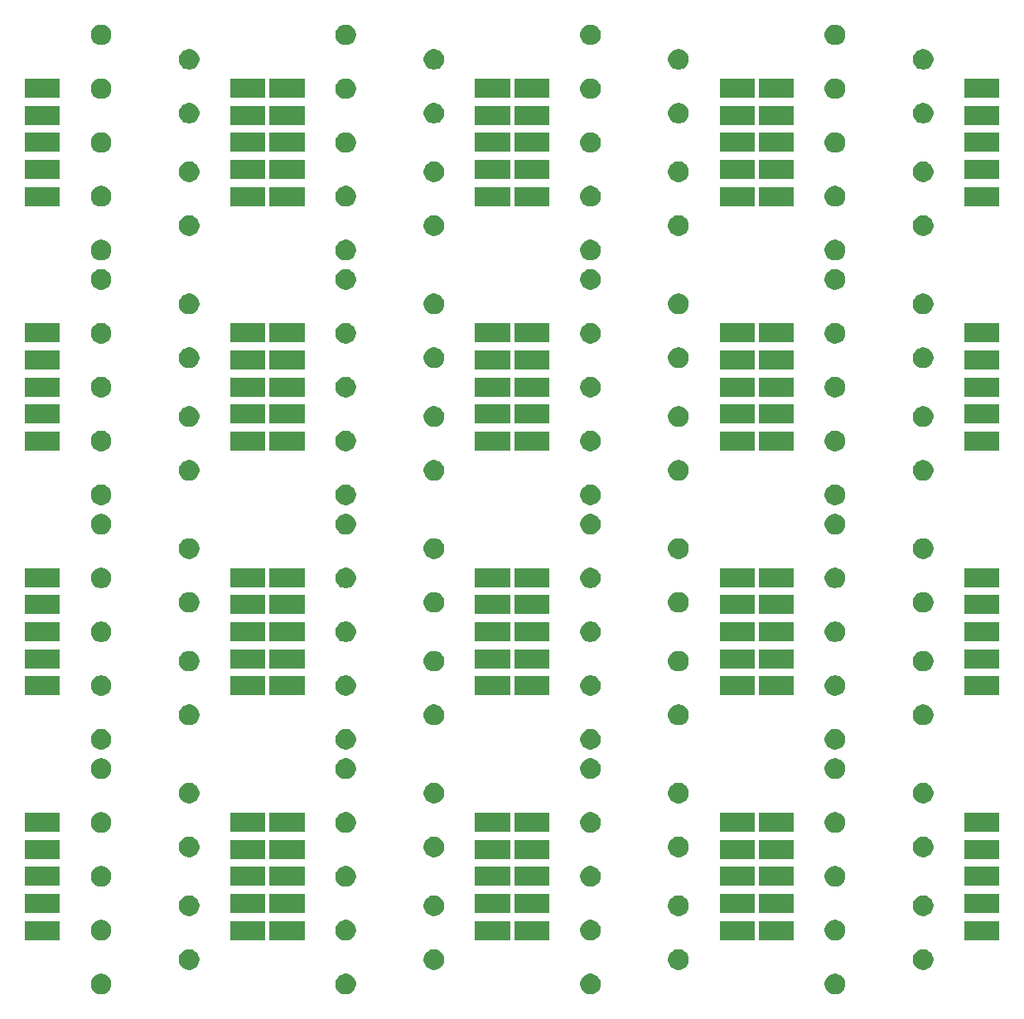
<source format=gts>
G04 #@! TF.GenerationSoftware,KiCad,Pcbnew,(5.1.5)-3*
G04 #@! TF.CreationDate,2021-04-28T18:54:50+09:00*
G04 #@! TF.ProjectId,DSub9TestPoint.kicad_pcb(4x4),44537562-3954-4657-9374-506f696e742e,rev?*
G04 #@! TF.SameCoordinates,Original*
G04 #@! TF.FileFunction,Soldermask,Top*
G04 #@! TF.FilePolarity,Negative*
%FSLAX46Y46*%
G04 Gerber Fmt 4.6, Leading zero omitted, Abs format (unit mm)*
G04 Created by KiCad (PCBNEW (5.1.5)-3) date 2021-04-28 18:54:50*
%MOMM*%
%LPD*%
G04 APERTURE LIST*
%ADD10C,0.100000*%
G04 APERTURE END LIST*
D10*
G36*
X83306564Y-147489389D02*
G01*
X83497833Y-147568615D01*
X83497835Y-147568616D01*
X83669973Y-147683635D01*
X83816365Y-147830027D01*
X83931385Y-148002167D01*
X84010611Y-148193436D01*
X84051000Y-148396484D01*
X84051000Y-148603516D01*
X84010611Y-148806564D01*
X83931385Y-148997833D01*
X83931384Y-148997835D01*
X83816365Y-149169973D01*
X83669973Y-149316365D01*
X83497835Y-149431384D01*
X83497834Y-149431385D01*
X83497833Y-149431385D01*
X83306564Y-149510611D01*
X83103516Y-149551000D01*
X82896484Y-149551000D01*
X82693436Y-149510611D01*
X82502167Y-149431385D01*
X82502166Y-149431385D01*
X82502165Y-149431384D01*
X82330027Y-149316365D01*
X82183635Y-149169973D01*
X82068616Y-148997835D01*
X82068615Y-148997833D01*
X81989389Y-148806564D01*
X81949000Y-148603516D01*
X81949000Y-148396484D01*
X81989389Y-148193436D01*
X82068615Y-148002167D01*
X82183635Y-147830027D01*
X82330027Y-147683635D01*
X82502165Y-147568616D01*
X82502167Y-147568615D01*
X82693436Y-147489389D01*
X82896484Y-147449000D01*
X83103516Y-147449000D01*
X83306564Y-147489389D01*
G37*
G36*
X58306564Y-147489389D02*
G01*
X58497833Y-147568615D01*
X58497835Y-147568616D01*
X58669973Y-147683635D01*
X58816365Y-147830027D01*
X58931385Y-148002167D01*
X59010611Y-148193436D01*
X59051000Y-148396484D01*
X59051000Y-148603516D01*
X59010611Y-148806564D01*
X58931385Y-148997833D01*
X58931384Y-148997835D01*
X58816365Y-149169973D01*
X58669973Y-149316365D01*
X58497835Y-149431384D01*
X58497834Y-149431385D01*
X58497833Y-149431385D01*
X58306564Y-149510611D01*
X58103516Y-149551000D01*
X57896484Y-149551000D01*
X57693436Y-149510611D01*
X57502167Y-149431385D01*
X57502166Y-149431385D01*
X57502165Y-149431384D01*
X57330027Y-149316365D01*
X57183635Y-149169973D01*
X57068616Y-148997835D01*
X57068615Y-148997833D01*
X56989389Y-148806564D01*
X56949000Y-148603516D01*
X56949000Y-148396484D01*
X56989389Y-148193436D01*
X57068615Y-148002167D01*
X57183635Y-147830027D01*
X57330027Y-147683635D01*
X57502165Y-147568616D01*
X57502167Y-147568615D01*
X57693436Y-147489389D01*
X57896484Y-147449000D01*
X58103516Y-147449000D01*
X58306564Y-147489389D01*
G37*
G36*
X133306564Y-147489389D02*
G01*
X133497833Y-147568615D01*
X133497835Y-147568616D01*
X133669973Y-147683635D01*
X133816365Y-147830027D01*
X133931385Y-148002167D01*
X134010611Y-148193436D01*
X134051000Y-148396484D01*
X134051000Y-148603516D01*
X134010611Y-148806564D01*
X133931385Y-148997833D01*
X133931384Y-148997835D01*
X133816365Y-149169973D01*
X133669973Y-149316365D01*
X133497835Y-149431384D01*
X133497834Y-149431385D01*
X133497833Y-149431385D01*
X133306564Y-149510611D01*
X133103516Y-149551000D01*
X132896484Y-149551000D01*
X132693436Y-149510611D01*
X132502167Y-149431385D01*
X132502166Y-149431385D01*
X132502165Y-149431384D01*
X132330027Y-149316365D01*
X132183635Y-149169973D01*
X132068616Y-148997835D01*
X132068615Y-148997833D01*
X131989389Y-148806564D01*
X131949000Y-148603516D01*
X131949000Y-148396484D01*
X131989389Y-148193436D01*
X132068615Y-148002167D01*
X132183635Y-147830027D01*
X132330027Y-147683635D01*
X132502165Y-147568616D01*
X132502167Y-147568615D01*
X132693436Y-147489389D01*
X132896484Y-147449000D01*
X133103516Y-147449000D01*
X133306564Y-147489389D01*
G37*
G36*
X108306564Y-147489389D02*
G01*
X108497833Y-147568615D01*
X108497835Y-147568616D01*
X108669973Y-147683635D01*
X108816365Y-147830027D01*
X108931385Y-148002167D01*
X109010611Y-148193436D01*
X109051000Y-148396484D01*
X109051000Y-148603516D01*
X109010611Y-148806564D01*
X108931385Y-148997833D01*
X108931384Y-148997835D01*
X108816365Y-149169973D01*
X108669973Y-149316365D01*
X108497835Y-149431384D01*
X108497834Y-149431385D01*
X108497833Y-149431385D01*
X108306564Y-149510611D01*
X108103516Y-149551000D01*
X107896484Y-149551000D01*
X107693436Y-149510611D01*
X107502167Y-149431385D01*
X107502166Y-149431385D01*
X107502165Y-149431384D01*
X107330027Y-149316365D01*
X107183635Y-149169973D01*
X107068616Y-148997835D01*
X107068615Y-148997833D01*
X106989389Y-148806564D01*
X106949000Y-148603516D01*
X106949000Y-148396484D01*
X106989389Y-148193436D01*
X107068615Y-148002167D01*
X107183635Y-147830027D01*
X107330027Y-147683635D01*
X107502165Y-147568616D01*
X107502167Y-147568615D01*
X107693436Y-147489389D01*
X107896484Y-147449000D01*
X108103516Y-147449000D01*
X108306564Y-147489389D01*
G37*
G36*
X142306564Y-144989389D02*
G01*
X142497833Y-145068615D01*
X142497835Y-145068616D01*
X142669973Y-145183635D01*
X142816365Y-145330027D01*
X142931385Y-145502167D01*
X143010611Y-145693436D01*
X143051000Y-145896484D01*
X143051000Y-146103516D01*
X143010611Y-146306564D01*
X142931385Y-146497833D01*
X142931384Y-146497835D01*
X142816365Y-146669973D01*
X142669973Y-146816365D01*
X142497835Y-146931384D01*
X142497834Y-146931385D01*
X142497833Y-146931385D01*
X142306564Y-147010611D01*
X142103516Y-147051000D01*
X141896484Y-147051000D01*
X141693436Y-147010611D01*
X141502167Y-146931385D01*
X141502166Y-146931385D01*
X141502165Y-146931384D01*
X141330027Y-146816365D01*
X141183635Y-146669973D01*
X141068616Y-146497835D01*
X141068615Y-146497833D01*
X140989389Y-146306564D01*
X140949000Y-146103516D01*
X140949000Y-145896484D01*
X140989389Y-145693436D01*
X141068615Y-145502167D01*
X141183635Y-145330027D01*
X141330027Y-145183635D01*
X141502165Y-145068616D01*
X141502167Y-145068615D01*
X141693436Y-144989389D01*
X141896484Y-144949000D01*
X142103516Y-144949000D01*
X142306564Y-144989389D01*
G37*
G36*
X117306564Y-144989389D02*
G01*
X117497833Y-145068615D01*
X117497835Y-145068616D01*
X117669973Y-145183635D01*
X117816365Y-145330027D01*
X117931385Y-145502167D01*
X118010611Y-145693436D01*
X118051000Y-145896484D01*
X118051000Y-146103516D01*
X118010611Y-146306564D01*
X117931385Y-146497833D01*
X117931384Y-146497835D01*
X117816365Y-146669973D01*
X117669973Y-146816365D01*
X117497835Y-146931384D01*
X117497834Y-146931385D01*
X117497833Y-146931385D01*
X117306564Y-147010611D01*
X117103516Y-147051000D01*
X116896484Y-147051000D01*
X116693436Y-147010611D01*
X116502167Y-146931385D01*
X116502166Y-146931385D01*
X116502165Y-146931384D01*
X116330027Y-146816365D01*
X116183635Y-146669973D01*
X116068616Y-146497835D01*
X116068615Y-146497833D01*
X115989389Y-146306564D01*
X115949000Y-146103516D01*
X115949000Y-145896484D01*
X115989389Y-145693436D01*
X116068615Y-145502167D01*
X116183635Y-145330027D01*
X116330027Y-145183635D01*
X116502165Y-145068616D01*
X116502167Y-145068615D01*
X116693436Y-144989389D01*
X116896484Y-144949000D01*
X117103516Y-144949000D01*
X117306564Y-144989389D01*
G37*
G36*
X92306564Y-144989389D02*
G01*
X92497833Y-145068615D01*
X92497835Y-145068616D01*
X92669973Y-145183635D01*
X92816365Y-145330027D01*
X92931385Y-145502167D01*
X93010611Y-145693436D01*
X93051000Y-145896484D01*
X93051000Y-146103516D01*
X93010611Y-146306564D01*
X92931385Y-146497833D01*
X92931384Y-146497835D01*
X92816365Y-146669973D01*
X92669973Y-146816365D01*
X92497835Y-146931384D01*
X92497834Y-146931385D01*
X92497833Y-146931385D01*
X92306564Y-147010611D01*
X92103516Y-147051000D01*
X91896484Y-147051000D01*
X91693436Y-147010611D01*
X91502167Y-146931385D01*
X91502166Y-146931385D01*
X91502165Y-146931384D01*
X91330027Y-146816365D01*
X91183635Y-146669973D01*
X91068616Y-146497835D01*
X91068615Y-146497833D01*
X90989389Y-146306564D01*
X90949000Y-146103516D01*
X90949000Y-145896484D01*
X90989389Y-145693436D01*
X91068615Y-145502167D01*
X91183635Y-145330027D01*
X91330027Y-145183635D01*
X91502165Y-145068616D01*
X91502167Y-145068615D01*
X91693436Y-144989389D01*
X91896484Y-144949000D01*
X92103516Y-144949000D01*
X92306564Y-144989389D01*
G37*
G36*
X67306564Y-144989389D02*
G01*
X67497833Y-145068615D01*
X67497835Y-145068616D01*
X67669973Y-145183635D01*
X67816365Y-145330027D01*
X67931385Y-145502167D01*
X68010611Y-145693436D01*
X68051000Y-145896484D01*
X68051000Y-146103516D01*
X68010611Y-146306564D01*
X67931385Y-146497833D01*
X67931384Y-146497835D01*
X67816365Y-146669973D01*
X67669973Y-146816365D01*
X67497835Y-146931384D01*
X67497834Y-146931385D01*
X67497833Y-146931385D01*
X67306564Y-147010611D01*
X67103516Y-147051000D01*
X66896484Y-147051000D01*
X66693436Y-147010611D01*
X66502167Y-146931385D01*
X66502166Y-146931385D01*
X66502165Y-146931384D01*
X66330027Y-146816365D01*
X66183635Y-146669973D01*
X66068616Y-146497835D01*
X66068615Y-146497833D01*
X65989389Y-146306564D01*
X65949000Y-146103516D01*
X65949000Y-145896484D01*
X65989389Y-145693436D01*
X66068615Y-145502167D01*
X66183635Y-145330027D01*
X66330027Y-145183635D01*
X66502165Y-145068616D01*
X66502167Y-145068615D01*
X66693436Y-144989389D01*
X66896484Y-144949000D01*
X67103516Y-144949000D01*
X67306564Y-144989389D01*
G37*
G36*
X108306564Y-141989389D02*
G01*
X108497833Y-142068615D01*
X108497835Y-142068616D01*
X108669973Y-142183635D01*
X108816365Y-142330027D01*
X108931385Y-142502167D01*
X109010611Y-142693436D01*
X109051000Y-142896484D01*
X109051000Y-143103516D01*
X109010611Y-143306564D01*
X108931385Y-143497833D01*
X108931384Y-143497835D01*
X108816365Y-143669973D01*
X108669973Y-143816365D01*
X108497835Y-143931384D01*
X108497834Y-143931385D01*
X108497833Y-143931385D01*
X108306564Y-144010611D01*
X108103516Y-144051000D01*
X107896484Y-144051000D01*
X107693436Y-144010611D01*
X107502167Y-143931385D01*
X107502166Y-143931385D01*
X107502165Y-143931384D01*
X107330027Y-143816365D01*
X107183635Y-143669973D01*
X107068616Y-143497835D01*
X107068615Y-143497833D01*
X106989389Y-143306564D01*
X106949000Y-143103516D01*
X106949000Y-142896484D01*
X106989389Y-142693436D01*
X107068615Y-142502167D01*
X107183635Y-142330027D01*
X107330027Y-142183635D01*
X107502165Y-142068616D01*
X107502167Y-142068615D01*
X107693436Y-141989389D01*
X107896484Y-141949000D01*
X108103516Y-141949000D01*
X108306564Y-141989389D01*
G37*
G36*
X83306564Y-141989389D02*
G01*
X83497833Y-142068615D01*
X83497835Y-142068616D01*
X83669973Y-142183635D01*
X83816365Y-142330027D01*
X83931385Y-142502167D01*
X84010611Y-142693436D01*
X84051000Y-142896484D01*
X84051000Y-143103516D01*
X84010611Y-143306564D01*
X83931385Y-143497833D01*
X83931384Y-143497835D01*
X83816365Y-143669973D01*
X83669973Y-143816365D01*
X83497835Y-143931384D01*
X83497834Y-143931385D01*
X83497833Y-143931385D01*
X83306564Y-144010611D01*
X83103516Y-144051000D01*
X82896484Y-144051000D01*
X82693436Y-144010611D01*
X82502167Y-143931385D01*
X82502166Y-143931385D01*
X82502165Y-143931384D01*
X82330027Y-143816365D01*
X82183635Y-143669973D01*
X82068616Y-143497835D01*
X82068615Y-143497833D01*
X81989389Y-143306564D01*
X81949000Y-143103516D01*
X81949000Y-142896484D01*
X81989389Y-142693436D01*
X82068615Y-142502167D01*
X82183635Y-142330027D01*
X82330027Y-142183635D01*
X82502165Y-142068616D01*
X82502167Y-142068615D01*
X82693436Y-141989389D01*
X82896484Y-141949000D01*
X83103516Y-141949000D01*
X83306564Y-141989389D01*
G37*
G36*
X58306564Y-141989389D02*
G01*
X58497833Y-142068615D01*
X58497835Y-142068616D01*
X58669973Y-142183635D01*
X58816365Y-142330027D01*
X58931385Y-142502167D01*
X59010611Y-142693436D01*
X59051000Y-142896484D01*
X59051000Y-143103516D01*
X59010611Y-143306564D01*
X58931385Y-143497833D01*
X58931384Y-143497835D01*
X58816365Y-143669973D01*
X58669973Y-143816365D01*
X58497835Y-143931384D01*
X58497834Y-143931385D01*
X58497833Y-143931385D01*
X58306564Y-144010611D01*
X58103516Y-144051000D01*
X57896484Y-144051000D01*
X57693436Y-144010611D01*
X57502167Y-143931385D01*
X57502166Y-143931385D01*
X57502165Y-143931384D01*
X57330027Y-143816365D01*
X57183635Y-143669973D01*
X57068616Y-143497835D01*
X57068615Y-143497833D01*
X56989389Y-143306564D01*
X56949000Y-143103516D01*
X56949000Y-142896484D01*
X56989389Y-142693436D01*
X57068615Y-142502167D01*
X57183635Y-142330027D01*
X57330027Y-142183635D01*
X57502165Y-142068616D01*
X57502167Y-142068615D01*
X57693436Y-141989389D01*
X57896484Y-141949000D01*
X58103516Y-141949000D01*
X58306564Y-141989389D01*
G37*
G36*
X133306564Y-141989389D02*
G01*
X133497833Y-142068615D01*
X133497835Y-142068616D01*
X133669973Y-142183635D01*
X133816365Y-142330027D01*
X133931385Y-142502167D01*
X134010611Y-142693436D01*
X134051000Y-142896484D01*
X134051000Y-143103516D01*
X134010611Y-143306564D01*
X133931385Y-143497833D01*
X133931384Y-143497835D01*
X133816365Y-143669973D01*
X133669973Y-143816365D01*
X133497835Y-143931384D01*
X133497834Y-143931385D01*
X133497833Y-143931385D01*
X133306564Y-144010611D01*
X133103516Y-144051000D01*
X132896484Y-144051000D01*
X132693436Y-144010611D01*
X132502167Y-143931385D01*
X132502166Y-143931385D01*
X132502165Y-143931384D01*
X132330027Y-143816365D01*
X132183635Y-143669973D01*
X132068616Y-143497835D01*
X132068615Y-143497833D01*
X131989389Y-143306564D01*
X131949000Y-143103516D01*
X131949000Y-142896484D01*
X131989389Y-142693436D01*
X132068615Y-142502167D01*
X132183635Y-142330027D01*
X132330027Y-142183635D01*
X132502165Y-142068616D01*
X132502167Y-142068615D01*
X132693436Y-141989389D01*
X132896484Y-141949000D01*
X133103516Y-141949000D01*
X133306564Y-141989389D01*
G37*
G36*
X128791000Y-144014333D02*
G01*
X125209000Y-144014333D01*
X125209000Y-142065667D01*
X128791000Y-142065667D01*
X128791000Y-144014333D01*
G37*
G36*
X53791000Y-144014333D02*
G01*
X50209000Y-144014333D01*
X50209000Y-142065667D01*
X53791000Y-142065667D01*
X53791000Y-144014333D01*
G37*
G36*
X124791000Y-144014333D02*
G01*
X121209000Y-144014333D01*
X121209000Y-142065667D01*
X124791000Y-142065667D01*
X124791000Y-144014333D01*
G37*
G36*
X74791000Y-144014333D02*
G01*
X71209000Y-144014333D01*
X71209000Y-142065667D01*
X74791000Y-142065667D01*
X74791000Y-144014333D01*
G37*
G36*
X149791000Y-144014333D02*
G01*
X146209000Y-144014333D01*
X146209000Y-142065667D01*
X149791000Y-142065667D01*
X149791000Y-144014333D01*
G37*
G36*
X78791000Y-144014333D02*
G01*
X75209000Y-144014333D01*
X75209000Y-142065667D01*
X78791000Y-142065667D01*
X78791000Y-144014333D01*
G37*
G36*
X99791000Y-144014333D02*
G01*
X96209000Y-144014333D01*
X96209000Y-142065667D01*
X99791000Y-142065667D01*
X99791000Y-144014333D01*
G37*
G36*
X103791000Y-144014333D02*
G01*
X100209000Y-144014333D01*
X100209000Y-142065667D01*
X103791000Y-142065667D01*
X103791000Y-144014333D01*
G37*
G36*
X142306564Y-139489389D02*
G01*
X142497833Y-139568615D01*
X142497835Y-139568616D01*
X142669973Y-139683635D01*
X142816365Y-139830027D01*
X142931385Y-140002167D01*
X143010611Y-140193436D01*
X143051000Y-140396484D01*
X143051000Y-140603516D01*
X143010611Y-140806564D01*
X142931385Y-140997833D01*
X142931384Y-140997835D01*
X142816365Y-141169973D01*
X142669973Y-141316365D01*
X142497835Y-141431384D01*
X142497834Y-141431385D01*
X142497833Y-141431385D01*
X142306564Y-141510611D01*
X142103516Y-141551000D01*
X141896484Y-141551000D01*
X141693436Y-141510611D01*
X141502167Y-141431385D01*
X141502166Y-141431385D01*
X141502165Y-141431384D01*
X141330027Y-141316365D01*
X141183635Y-141169973D01*
X141068616Y-140997835D01*
X141068615Y-140997833D01*
X140989389Y-140806564D01*
X140949000Y-140603516D01*
X140949000Y-140396484D01*
X140989389Y-140193436D01*
X141068615Y-140002167D01*
X141183635Y-139830027D01*
X141330027Y-139683635D01*
X141502165Y-139568616D01*
X141502167Y-139568615D01*
X141693436Y-139489389D01*
X141896484Y-139449000D01*
X142103516Y-139449000D01*
X142306564Y-139489389D01*
G37*
G36*
X67306564Y-139489389D02*
G01*
X67497833Y-139568615D01*
X67497835Y-139568616D01*
X67669973Y-139683635D01*
X67816365Y-139830027D01*
X67931385Y-140002167D01*
X68010611Y-140193436D01*
X68051000Y-140396484D01*
X68051000Y-140603516D01*
X68010611Y-140806564D01*
X67931385Y-140997833D01*
X67931384Y-140997835D01*
X67816365Y-141169973D01*
X67669973Y-141316365D01*
X67497835Y-141431384D01*
X67497834Y-141431385D01*
X67497833Y-141431385D01*
X67306564Y-141510611D01*
X67103516Y-141551000D01*
X66896484Y-141551000D01*
X66693436Y-141510611D01*
X66502167Y-141431385D01*
X66502166Y-141431385D01*
X66502165Y-141431384D01*
X66330027Y-141316365D01*
X66183635Y-141169973D01*
X66068616Y-140997835D01*
X66068615Y-140997833D01*
X65989389Y-140806564D01*
X65949000Y-140603516D01*
X65949000Y-140396484D01*
X65989389Y-140193436D01*
X66068615Y-140002167D01*
X66183635Y-139830027D01*
X66330027Y-139683635D01*
X66502165Y-139568616D01*
X66502167Y-139568615D01*
X66693436Y-139489389D01*
X66896484Y-139449000D01*
X67103516Y-139449000D01*
X67306564Y-139489389D01*
G37*
G36*
X92306564Y-139489389D02*
G01*
X92497833Y-139568615D01*
X92497835Y-139568616D01*
X92669973Y-139683635D01*
X92816365Y-139830027D01*
X92931385Y-140002167D01*
X93010611Y-140193436D01*
X93051000Y-140396484D01*
X93051000Y-140603516D01*
X93010611Y-140806564D01*
X92931385Y-140997833D01*
X92931384Y-140997835D01*
X92816365Y-141169973D01*
X92669973Y-141316365D01*
X92497835Y-141431384D01*
X92497834Y-141431385D01*
X92497833Y-141431385D01*
X92306564Y-141510611D01*
X92103516Y-141551000D01*
X91896484Y-141551000D01*
X91693436Y-141510611D01*
X91502167Y-141431385D01*
X91502166Y-141431385D01*
X91502165Y-141431384D01*
X91330027Y-141316365D01*
X91183635Y-141169973D01*
X91068616Y-140997835D01*
X91068615Y-140997833D01*
X90989389Y-140806564D01*
X90949000Y-140603516D01*
X90949000Y-140396484D01*
X90989389Y-140193436D01*
X91068615Y-140002167D01*
X91183635Y-139830027D01*
X91330027Y-139683635D01*
X91502165Y-139568616D01*
X91502167Y-139568615D01*
X91693436Y-139489389D01*
X91896484Y-139449000D01*
X92103516Y-139449000D01*
X92306564Y-139489389D01*
G37*
G36*
X117306564Y-139489389D02*
G01*
X117497833Y-139568615D01*
X117497835Y-139568616D01*
X117669973Y-139683635D01*
X117816365Y-139830027D01*
X117931385Y-140002167D01*
X118010611Y-140193436D01*
X118051000Y-140396484D01*
X118051000Y-140603516D01*
X118010611Y-140806564D01*
X117931385Y-140997833D01*
X117931384Y-140997835D01*
X117816365Y-141169973D01*
X117669973Y-141316365D01*
X117497835Y-141431384D01*
X117497834Y-141431385D01*
X117497833Y-141431385D01*
X117306564Y-141510611D01*
X117103516Y-141551000D01*
X116896484Y-141551000D01*
X116693436Y-141510611D01*
X116502167Y-141431385D01*
X116502166Y-141431385D01*
X116502165Y-141431384D01*
X116330027Y-141316365D01*
X116183635Y-141169973D01*
X116068616Y-140997835D01*
X116068615Y-140997833D01*
X115989389Y-140806564D01*
X115949000Y-140603516D01*
X115949000Y-140396484D01*
X115989389Y-140193436D01*
X116068615Y-140002167D01*
X116183635Y-139830027D01*
X116330027Y-139683635D01*
X116502165Y-139568616D01*
X116502167Y-139568615D01*
X116693436Y-139489389D01*
X116896484Y-139449000D01*
X117103516Y-139449000D01*
X117306564Y-139489389D01*
G37*
G36*
X103791000Y-141244333D02*
G01*
X100209000Y-141244333D01*
X100209000Y-139295667D01*
X103791000Y-139295667D01*
X103791000Y-141244333D01*
G37*
G36*
X74791000Y-141244333D02*
G01*
X71209000Y-141244333D01*
X71209000Y-139295667D01*
X74791000Y-139295667D01*
X74791000Y-141244333D01*
G37*
G36*
X78791000Y-141244333D02*
G01*
X75209000Y-141244333D01*
X75209000Y-139295667D01*
X78791000Y-139295667D01*
X78791000Y-141244333D01*
G37*
G36*
X149791000Y-141244333D02*
G01*
X146209000Y-141244333D01*
X146209000Y-139295667D01*
X149791000Y-139295667D01*
X149791000Y-141244333D01*
G37*
G36*
X124791000Y-141244333D02*
G01*
X121209000Y-141244333D01*
X121209000Y-139295667D01*
X124791000Y-139295667D01*
X124791000Y-141244333D01*
G37*
G36*
X53791000Y-141244333D02*
G01*
X50209000Y-141244333D01*
X50209000Y-139295667D01*
X53791000Y-139295667D01*
X53791000Y-141244333D01*
G37*
G36*
X99791000Y-141244333D02*
G01*
X96209000Y-141244333D01*
X96209000Y-139295667D01*
X99791000Y-139295667D01*
X99791000Y-141244333D01*
G37*
G36*
X128791000Y-141244333D02*
G01*
X125209000Y-141244333D01*
X125209000Y-139295667D01*
X128791000Y-139295667D01*
X128791000Y-141244333D01*
G37*
G36*
X83306564Y-136489389D02*
G01*
X83497833Y-136568615D01*
X83497835Y-136568616D01*
X83669973Y-136683635D01*
X83816365Y-136830027D01*
X83931385Y-137002167D01*
X84010611Y-137193436D01*
X84051000Y-137396484D01*
X84051000Y-137603516D01*
X84010611Y-137806564D01*
X83931385Y-137997833D01*
X83931384Y-137997835D01*
X83816365Y-138169973D01*
X83669973Y-138316365D01*
X83497835Y-138431384D01*
X83497834Y-138431385D01*
X83497833Y-138431385D01*
X83306564Y-138510611D01*
X83103516Y-138551000D01*
X82896484Y-138551000D01*
X82693436Y-138510611D01*
X82502167Y-138431385D01*
X82502166Y-138431385D01*
X82502165Y-138431384D01*
X82330027Y-138316365D01*
X82183635Y-138169973D01*
X82068616Y-137997835D01*
X82068615Y-137997833D01*
X81989389Y-137806564D01*
X81949000Y-137603516D01*
X81949000Y-137396484D01*
X81989389Y-137193436D01*
X82068615Y-137002167D01*
X82183635Y-136830027D01*
X82330027Y-136683635D01*
X82502165Y-136568616D01*
X82502167Y-136568615D01*
X82693436Y-136489389D01*
X82896484Y-136449000D01*
X83103516Y-136449000D01*
X83306564Y-136489389D01*
G37*
G36*
X58306564Y-136489389D02*
G01*
X58497833Y-136568615D01*
X58497835Y-136568616D01*
X58669973Y-136683635D01*
X58816365Y-136830027D01*
X58931385Y-137002167D01*
X59010611Y-137193436D01*
X59051000Y-137396484D01*
X59051000Y-137603516D01*
X59010611Y-137806564D01*
X58931385Y-137997833D01*
X58931384Y-137997835D01*
X58816365Y-138169973D01*
X58669973Y-138316365D01*
X58497835Y-138431384D01*
X58497834Y-138431385D01*
X58497833Y-138431385D01*
X58306564Y-138510611D01*
X58103516Y-138551000D01*
X57896484Y-138551000D01*
X57693436Y-138510611D01*
X57502167Y-138431385D01*
X57502166Y-138431385D01*
X57502165Y-138431384D01*
X57330027Y-138316365D01*
X57183635Y-138169973D01*
X57068616Y-137997835D01*
X57068615Y-137997833D01*
X56989389Y-137806564D01*
X56949000Y-137603516D01*
X56949000Y-137396484D01*
X56989389Y-137193436D01*
X57068615Y-137002167D01*
X57183635Y-136830027D01*
X57330027Y-136683635D01*
X57502165Y-136568616D01*
X57502167Y-136568615D01*
X57693436Y-136489389D01*
X57896484Y-136449000D01*
X58103516Y-136449000D01*
X58306564Y-136489389D01*
G37*
G36*
X133306564Y-136489389D02*
G01*
X133497833Y-136568615D01*
X133497835Y-136568616D01*
X133669973Y-136683635D01*
X133816365Y-136830027D01*
X133931385Y-137002167D01*
X134010611Y-137193436D01*
X134051000Y-137396484D01*
X134051000Y-137603516D01*
X134010611Y-137806564D01*
X133931385Y-137997833D01*
X133931384Y-137997835D01*
X133816365Y-138169973D01*
X133669973Y-138316365D01*
X133497835Y-138431384D01*
X133497834Y-138431385D01*
X133497833Y-138431385D01*
X133306564Y-138510611D01*
X133103516Y-138551000D01*
X132896484Y-138551000D01*
X132693436Y-138510611D01*
X132502167Y-138431385D01*
X132502166Y-138431385D01*
X132502165Y-138431384D01*
X132330027Y-138316365D01*
X132183635Y-138169973D01*
X132068616Y-137997835D01*
X132068615Y-137997833D01*
X131989389Y-137806564D01*
X131949000Y-137603516D01*
X131949000Y-137396484D01*
X131989389Y-137193436D01*
X132068615Y-137002167D01*
X132183635Y-136830027D01*
X132330027Y-136683635D01*
X132502165Y-136568616D01*
X132502167Y-136568615D01*
X132693436Y-136489389D01*
X132896484Y-136449000D01*
X133103516Y-136449000D01*
X133306564Y-136489389D01*
G37*
G36*
X108306564Y-136489389D02*
G01*
X108497833Y-136568615D01*
X108497835Y-136568616D01*
X108669973Y-136683635D01*
X108816365Y-136830027D01*
X108931385Y-137002167D01*
X109010611Y-137193436D01*
X109051000Y-137396484D01*
X109051000Y-137603516D01*
X109010611Y-137806564D01*
X108931385Y-137997833D01*
X108931384Y-137997835D01*
X108816365Y-138169973D01*
X108669973Y-138316365D01*
X108497835Y-138431384D01*
X108497834Y-138431385D01*
X108497833Y-138431385D01*
X108306564Y-138510611D01*
X108103516Y-138551000D01*
X107896484Y-138551000D01*
X107693436Y-138510611D01*
X107502167Y-138431385D01*
X107502166Y-138431385D01*
X107502165Y-138431384D01*
X107330027Y-138316365D01*
X107183635Y-138169973D01*
X107068616Y-137997835D01*
X107068615Y-137997833D01*
X106989389Y-137806564D01*
X106949000Y-137603516D01*
X106949000Y-137396484D01*
X106989389Y-137193436D01*
X107068615Y-137002167D01*
X107183635Y-136830027D01*
X107330027Y-136683635D01*
X107502165Y-136568616D01*
X107502167Y-136568615D01*
X107693436Y-136489389D01*
X107896484Y-136449000D01*
X108103516Y-136449000D01*
X108306564Y-136489389D01*
G37*
G36*
X149791000Y-138474333D02*
G01*
X146209000Y-138474333D01*
X146209000Y-136525667D01*
X149791000Y-136525667D01*
X149791000Y-138474333D01*
G37*
G36*
X124791000Y-138474333D02*
G01*
X121209000Y-138474333D01*
X121209000Y-136525667D01*
X124791000Y-136525667D01*
X124791000Y-138474333D01*
G37*
G36*
X74791000Y-138474333D02*
G01*
X71209000Y-138474333D01*
X71209000Y-136525667D01*
X74791000Y-136525667D01*
X74791000Y-138474333D01*
G37*
G36*
X128791000Y-138474333D02*
G01*
X125209000Y-138474333D01*
X125209000Y-136525667D01*
X128791000Y-136525667D01*
X128791000Y-138474333D01*
G37*
G36*
X103791000Y-138474333D02*
G01*
X100209000Y-138474333D01*
X100209000Y-136525667D01*
X103791000Y-136525667D01*
X103791000Y-138474333D01*
G37*
G36*
X53791000Y-138474333D02*
G01*
X50209000Y-138474333D01*
X50209000Y-136525667D01*
X53791000Y-136525667D01*
X53791000Y-138474333D01*
G37*
G36*
X78791000Y-138474333D02*
G01*
X75209000Y-138474333D01*
X75209000Y-136525667D01*
X78791000Y-136525667D01*
X78791000Y-138474333D01*
G37*
G36*
X99791000Y-138474333D02*
G01*
X96209000Y-138474333D01*
X96209000Y-136525667D01*
X99791000Y-136525667D01*
X99791000Y-138474333D01*
G37*
G36*
X74791000Y-135704333D02*
G01*
X71209000Y-135704333D01*
X71209000Y-133755667D01*
X74791000Y-133755667D01*
X74791000Y-135704333D01*
G37*
G36*
X149791000Y-135704333D02*
G01*
X146209000Y-135704333D01*
X146209000Y-133755667D01*
X149791000Y-133755667D01*
X149791000Y-135704333D01*
G37*
G36*
X128791000Y-135704333D02*
G01*
X125209000Y-135704333D01*
X125209000Y-133755667D01*
X128791000Y-133755667D01*
X128791000Y-135704333D01*
G37*
G36*
X124791000Y-135704333D02*
G01*
X121209000Y-135704333D01*
X121209000Y-133755667D01*
X124791000Y-133755667D01*
X124791000Y-135704333D01*
G37*
G36*
X103791000Y-135704333D02*
G01*
X100209000Y-135704333D01*
X100209000Y-133755667D01*
X103791000Y-133755667D01*
X103791000Y-135704333D01*
G37*
G36*
X99791000Y-135704333D02*
G01*
X96209000Y-135704333D01*
X96209000Y-133755667D01*
X99791000Y-133755667D01*
X99791000Y-135704333D01*
G37*
G36*
X78791000Y-135704333D02*
G01*
X75209000Y-135704333D01*
X75209000Y-133755667D01*
X78791000Y-133755667D01*
X78791000Y-135704333D01*
G37*
G36*
X53791000Y-135704333D02*
G01*
X50209000Y-135704333D01*
X50209000Y-133755667D01*
X53791000Y-133755667D01*
X53791000Y-135704333D01*
G37*
G36*
X67306564Y-133489389D02*
G01*
X67497833Y-133568615D01*
X67497835Y-133568616D01*
X67669973Y-133683635D01*
X67816365Y-133830027D01*
X67931385Y-134002167D01*
X68010611Y-134193436D01*
X68051000Y-134396484D01*
X68051000Y-134603516D01*
X68010611Y-134806564D01*
X67931385Y-134997833D01*
X67931384Y-134997835D01*
X67816365Y-135169973D01*
X67669973Y-135316365D01*
X67497835Y-135431384D01*
X67497834Y-135431385D01*
X67497833Y-135431385D01*
X67306564Y-135510611D01*
X67103516Y-135551000D01*
X66896484Y-135551000D01*
X66693436Y-135510611D01*
X66502167Y-135431385D01*
X66502166Y-135431385D01*
X66502165Y-135431384D01*
X66330027Y-135316365D01*
X66183635Y-135169973D01*
X66068616Y-134997835D01*
X66068615Y-134997833D01*
X65989389Y-134806564D01*
X65949000Y-134603516D01*
X65949000Y-134396484D01*
X65989389Y-134193436D01*
X66068615Y-134002167D01*
X66183635Y-133830027D01*
X66330027Y-133683635D01*
X66502165Y-133568616D01*
X66502167Y-133568615D01*
X66693436Y-133489389D01*
X66896484Y-133449000D01*
X67103516Y-133449000D01*
X67306564Y-133489389D01*
G37*
G36*
X92306564Y-133489389D02*
G01*
X92497833Y-133568615D01*
X92497835Y-133568616D01*
X92669973Y-133683635D01*
X92816365Y-133830027D01*
X92931385Y-134002167D01*
X93010611Y-134193436D01*
X93051000Y-134396484D01*
X93051000Y-134603516D01*
X93010611Y-134806564D01*
X92931385Y-134997833D01*
X92931384Y-134997835D01*
X92816365Y-135169973D01*
X92669973Y-135316365D01*
X92497835Y-135431384D01*
X92497834Y-135431385D01*
X92497833Y-135431385D01*
X92306564Y-135510611D01*
X92103516Y-135551000D01*
X91896484Y-135551000D01*
X91693436Y-135510611D01*
X91502167Y-135431385D01*
X91502166Y-135431385D01*
X91502165Y-135431384D01*
X91330027Y-135316365D01*
X91183635Y-135169973D01*
X91068616Y-134997835D01*
X91068615Y-134997833D01*
X90989389Y-134806564D01*
X90949000Y-134603516D01*
X90949000Y-134396484D01*
X90989389Y-134193436D01*
X91068615Y-134002167D01*
X91183635Y-133830027D01*
X91330027Y-133683635D01*
X91502165Y-133568616D01*
X91502167Y-133568615D01*
X91693436Y-133489389D01*
X91896484Y-133449000D01*
X92103516Y-133449000D01*
X92306564Y-133489389D01*
G37*
G36*
X117306564Y-133489389D02*
G01*
X117497833Y-133568615D01*
X117497835Y-133568616D01*
X117669973Y-133683635D01*
X117816365Y-133830027D01*
X117931385Y-134002167D01*
X118010611Y-134193436D01*
X118051000Y-134396484D01*
X118051000Y-134603516D01*
X118010611Y-134806564D01*
X117931385Y-134997833D01*
X117931384Y-134997835D01*
X117816365Y-135169973D01*
X117669973Y-135316365D01*
X117497835Y-135431384D01*
X117497834Y-135431385D01*
X117497833Y-135431385D01*
X117306564Y-135510611D01*
X117103516Y-135551000D01*
X116896484Y-135551000D01*
X116693436Y-135510611D01*
X116502167Y-135431385D01*
X116502166Y-135431385D01*
X116502165Y-135431384D01*
X116330027Y-135316365D01*
X116183635Y-135169973D01*
X116068616Y-134997835D01*
X116068615Y-134997833D01*
X115989389Y-134806564D01*
X115949000Y-134603516D01*
X115949000Y-134396484D01*
X115989389Y-134193436D01*
X116068615Y-134002167D01*
X116183635Y-133830027D01*
X116330027Y-133683635D01*
X116502165Y-133568616D01*
X116502167Y-133568615D01*
X116693436Y-133489389D01*
X116896484Y-133449000D01*
X117103516Y-133449000D01*
X117306564Y-133489389D01*
G37*
G36*
X142306564Y-133489389D02*
G01*
X142497833Y-133568615D01*
X142497835Y-133568616D01*
X142669973Y-133683635D01*
X142816365Y-133830027D01*
X142931385Y-134002167D01*
X143010611Y-134193436D01*
X143051000Y-134396484D01*
X143051000Y-134603516D01*
X143010611Y-134806564D01*
X142931385Y-134997833D01*
X142931384Y-134997835D01*
X142816365Y-135169973D01*
X142669973Y-135316365D01*
X142497835Y-135431384D01*
X142497834Y-135431385D01*
X142497833Y-135431385D01*
X142306564Y-135510611D01*
X142103516Y-135551000D01*
X141896484Y-135551000D01*
X141693436Y-135510611D01*
X141502167Y-135431385D01*
X141502166Y-135431385D01*
X141502165Y-135431384D01*
X141330027Y-135316365D01*
X141183635Y-135169973D01*
X141068616Y-134997835D01*
X141068615Y-134997833D01*
X140989389Y-134806564D01*
X140949000Y-134603516D01*
X140949000Y-134396484D01*
X140989389Y-134193436D01*
X141068615Y-134002167D01*
X141183635Y-133830027D01*
X141330027Y-133683635D01*
X141502165Y-133568616D01*
X141502167Y-133568615D01*
X141693436Y-133489389D01*
X141896484Y-133449000D01*
X142103516Y-133449000D01*
X142306564Y-133489389D01*
G37*
G36*
X58306564Y-130989389D02*
G01*
X58497833Y-131068615D01*
X58497835Y-131068616D01*
X58669973Y-131183635D01*
X58816365Y-131330027D01*
X58931385Y-131502167D01*
X59010611Y-131693436D01*
X59051000Y-131896484D01*
X59051000Y-132103516D01*
X59010611Y-132306564D01*
X58931385Y-132497833D01*
X58931384Y-132497835D01*
X58816365Y-132669973D01*
X58669973Y-132816365D01*
X58497835Y-132931384D01*
X58497834Y-132931385D01*
X58497833Y-132931385D01*
X58306564Y-133010611D01*
X58103516Y-133051000D01*
X57896484Y-133051000D01*
X57693436Y-133010611D01*
X57502167Y-132931385D01*
X57502166Y-132931385D01*
X57502165Y-132931384D01*
X57330027Y-132816365D01*
X57183635Y-132669973D01*
X57068616Y-132497835D01*
X57068615Y-132497833D01*
X56989389Y-132306564D01*
X56949000Y-132103516D01*
X56949000Y-131896484D01*
X56989389Y-131693436D01*
X57068615Y-131502167D01*
X57183635Y-131330027D01*
X57330027Y-131183635D01*
X57502165Y-131068616D01*
X57502167Y-131068615D01*
X57693436Y-130989389D01*
X57896484Y-130949000D01*
X58103516Y-130949000D01*
X58306564Y-130989389D01*
G37*
G36*
X133306564Y-130989389D02*
G01*
X133497833Y-131068615D01*
X133497835Y-131068616D01*
X133669973Y-131183635D01*
X133816365Y-131330027D01*
X133931385Y-131502167D01*
X134010611Y-131693436D01*
X134051000Y-131896484D01*
X134051000Y-132103516D01*
X134010611Y-132306564D01*
X133931385Y-132497833D01*
X133931384Y-132497835D01*
X133816365Y-132669973D01*
X133669973Y-132816365D01*
X133497835Y-132931384D01*
X133497834Y-132931385D01*
X133497833Y-132931385D01*
X133306564Y-133010611D01*
X133103516Y-133051000D01*
X132896484Y-133051000D01*
X132693436Y-133010611D01*
X132502167Y-132931385D01*
X132502166Y-132931385D01*
X132502165Y-132931384D01*
X132330027Y-132816365D01*
X132183635Y-132669973D01*
X132068616Y-132497835D01*
X132068615Y-132497833D01*
X131989389Y-132306564D01*
X131949000Y-132103516D01*
X131949000Y-131896484D01*
X131989389Y-131693436D01*
X132068615Y-131502167D01*
X132183635Y-131330027D01*
X132330027Y-131183635D01*
X132502165Y-131068616D01*
X132502167Y-131068615D01*
X132693436Y-130989389D01*
X132896484Y-130949000D01*
X133103516Y-130949000D01*
X133306564Y-130989389D01*
G37*
G36*
X83306564Y-130989389D02*
G01*
X83497833Y-131068615D01*
X83497835Y-131068616D01*
X83669973Y-131183635D01*
X83816365Y-131330027D01*
X83931385Y-131502167D01*
X84010611Y-131693436D01*
X84051000Y-131896484D01*
X84051000Y-132103516D01*
X84010611Y-132306564D01*
X83931385Y-132497833D01*
X83931384Y-132497835D01*
X83816365Y-132669973D01*
X83669973Y-132816365D01*
X83497835Y-132931384D01*
X83497834Y-132931385D01*
X83497833Y-132931385D01*
X83306564Y-133010611D01*
X83103516Y-133051000D01*
X82896484Y-133051000D01*
X82693436Y-133010611D01*
X82502167Y-132931385D01*
X82502166Y-132931385D01*
X82502165Y-132931384D01*
X82330027Y-132816365D01*
X82183635Y-132669973D01*
X82068616Y-132497835D01*
X82068615Y-132497833D01*
X81989389Y-132306564D01*
X81949000Y-132103516D01*
X81949000Y-131896484D01*
X81989389Y-131693436D01*
X82068615Y-131502167D01*
X82183635Y-131330027D01*
X82330027Y-131183635D01*
X82502165Y-131068616D01*
X82502167Y-131068615D01*
X82693436Y-130989389D01*
X82896484Y-130949000D01*
X83103516Y-130949000D01*
X83306564Y-130989389D01*
G37*
G36*
X108306564Y-130989389D02*
G01*
X108497833Y-131068615D01*
X108497835Y-131068616D01*
X108669973Y-131183635D01*
X108816365Y-131330027D01*
X108931385Y-131502167D01*
X109010611Y-131693436D01*
X109051000Y-131896484D01*
X109051000Y-132103516D01*
X109010611Y-132306564D01*
X108931385Y-132497833D01*
X108931384Y-132497835D01*
X108816365Y-132669973D01*
X108669973Y-132816365D01*
X108497835Y-132931384D01*
X108497834Y-132931385D01*
X108497833Y-132931385D01*
X108306564Y-133010611D01*
X108103516Y-133051000D01*
X107896484Y-133051000D01*
X107693436Y-133010611D01*
X107502167Y-132931385D01*
X107502166Y-132931385D01*
X107502165Y-132931384D01*
X107330027Y-132816365D01*
X107183635Y-132669973D01*
X107068616Y-132497835D01*
X107068615Y-132497833D01*
X106989389Y-132306564D01*
X106949000Y-132103516D01*
X106949000Y-131896484D01*
X106989389Y-131693436D01*
X107068615Y-131502167D01*
X107183635Y-131330027D01*
X107330027Y-131183635D01*
X107502165Y-131068616D01*
X107502167Y-131068615D01*
X107693436Y-130989389D01*
X107896484Y-130949000D01*
X108103516Y-130949000D01*
X108306564Y-130989389D01*
G37*
G36*
X103791000Y-132934333D02*
G01*
X100209000Y-132934333D01*
X100209000Y-130985667D01*
X103791000Y-130985667D01*
X103791000Y-132934333D01*
G37*
G36*
X53791000Y-132934333D02*
G01*
X50209000Y-132934333D01*
X50209000Y-130985667D01*
X53791000Y-130985667D01*
X53791000Y-132934333D01*
G37*
G36*
X78791000Y-132934333D02*
G01*
X75209000Y-132934333D01*
X75209000Y-130985667D01*
X78791000Y-130985667D01*
X78791000Y-132934333D01*
G37*
G36*
X99791000Y-132934333D02*
G01*
X96209000Y-132934333D01*
X96209000Y-130985667D01*
X99791000Y-130985667D01*
X99791000Y-132934333D01*
G37*
G36*
X149791000Y-132934333D02*
G01*
X146209000Y-132934333D01*
X146209000Y-130985667D01*
X149791000Y-130985667D01*
X149791000Y-132934333D01*
G37*
G36*
X128791000Y-132934333D02*
G01*
X125209000Y-132934333D01*
X125209000Y-130985667D01*
X128791000Y-130985667D01*
X128791000Y-132934333D01*
G37*
G36*
X74791000Y-132934333D02*
G01*
X71209000Y-132934333D01*
X71209000Y-130985667D01*
X74791000Y-130985667D01*
X74791000Y-132934333D01*
G37*
G36*
X124791000Y-132934333D02*
G01*
X121209000Y-132934333D01*
X121209000Y-130985667D01*
X124791000Y-130985667D01*
X124791000Y-132934333D01*
G37*
G36*
X92306564Y-127989389D02*
G01*
X92497833Y-128068615D01*
X92497835Y-128068616D01*
X92669973Y-128183635D01*
X92816365Y-128330027D01*
X92931385Y-128502167D01*
X93010611Y-128693436D01*
X93051000Y-128896484D01*
X93051000Y-129103516D01*
X93010611Y-129306564D01*
X92931385Y-129497833D01*
X92931384Y-129497835D01*
X92816365Y-129669973D01*
X92669973Y-129816365D01*
X92497835Y-129931384D01*
X92497834Y-129931385D01*
X92497833Y-129931385D01*
X92306564Y-130010611D01*
X92103516Y-130051000D01*
X91896484Y-130051000D01*
X91693436Y-130010611D01*
X91502167Y-129931385D01*
X91502166Y-129931385D01*
X91502165Y-129931384D01*
X91330027Y-129816365D01*
X91183635Y-129669973D01*
X91068616Y-129497835D01*
X91068615Y-129497833D01*
X90989389Y-129306564D01*
X90949000Y-129103516D01*
X90949000Y-128896484D01*
X90989389Y-128693436D01*
X91068615Y-128502167D01*
X91183635Y-128330027D01*
X91330027Y-128183635D01*
X91502165Y-128068616D01*
X91502167Y-128068615D01*
X91693436Y-127989389D01*
X91896484Y-127949000D01*
X92103516Y-127949000D01*
X92306564Y-127989389D01*
G37*
G36*
X142306564Y-127989389D02*
G01*
X142497833Y-128068615D01*
X142497835Y-128068616D01*
X142669973Y-128183635D01*
X142816365Y-128330027D01*
X142931385Y-128502167D01*
X143010611Y-128693436D01*
X143051000Y-128896484D01*
X143051000Y-129103516D01*
X143010611Y-129306564D01*
X142931385Y-129497833D01*
X142931384Y-129497835D01*
X142816365Y-129669973D01*
X142669973Y-129816365D01*
X142497835Y-129931384D01*
X142497834Y-129931385D01*
X142497833Y-129931385D01*
X142306564Y-130010611D01*
X142103516Y-130051000D01*
X141896484Y-130051000D01*
X141693436Y-130010611D01*
X141502167Y-129931385D01*
X141502166Y-129931385D01*
X141502165Y-129931384D01*
X141330027Y-129816365D01*
X141183635Y-129669973D01*
X141068616Y-129497835D01*
X141068615Y-129497833D01*
X140989389Y-129306564D01*
X140949000Y-129103516D01*
X140949000Y-128896484D01*
X140989389Y-128693436D01*
X141068615Y-128502167D01*
X141183635Y-128330027D01*
X141330027Y-128183635D01*
X141502165Y-128068616D01*
X141502167Y-128068615D01*
X141693436Y-127989389D01*
X141896484Y-127949000D01*
X142103516Y-127949000D01*
X142306564Y-127989389D01*
G37*
G36*
X117306564Y-127989389D02*
G01*
X117497833Y-128068615D01*
X117497835Y-128068616D01*
X117669973Y-128183635D01*
X117816365Y-128330027D01*
X117931385Y-128502167D01*
X118010611Y-128693436D01*
X118051000Y-128896484D01*
X118051000Y-129103516D01*
X118010611Y-129306564D01*
X117931385Y-129497833D01*
X117931384Y-129497835D01*
X117816365Y-129669973D01*
X117669973Y-129816365D01*
X117497835Y-129931384D01*
X117497834Y-129931385D01*
X117497833Y-129931385D01*
X117306564Y-130010611D01*
X117103516Y-130051000D01*
X116896484Y-130051000D01*
X116693436Y-130010611D01*
X116502167Y-129931385D01*
X116502166Y-129931385D01*
X116502165Y-129931384D01*
X116330027Y-129816365D01*
X116183635Y-129669973D01*
X116068616Y-129497835D01*
X116068615Y-129497833D01*
X115989389Y-129306564D01*
X115949000Y-129103516D01*
X115949000Y-128896484D01*
X115989389Y-128693436D01*
X116068615Y-128502167D01*
X116183635Y-128330027D01*
X116330027Y-128183635D01*
X116502165Y-128068616D01*
X116502167Y-128068615D01*
X116693436Y-127989389D01*
X116896484Y-127949000D01*
X117103516Y-127949000D01*
X117306564Y-127989389D01*
G37*
G36*
X67306564Y-127989389D02*
G01*
X67497833Y-128068615D01*
X67497835Y-128068616D01*
X67669973Y-128183635D01*
X67816365Y-128330027D01*
X67931385Y-128502167D01*
X68010611Y-128693436D01*
X68051000Y-128896484D01*
X68051000Y-129103516D01*
X68010611Y-129306564D01*
X67931385Y-129497833D01*
X67931384Y-129497835D01*
X67816365Y-129669973D01*
X67669973Y-129816365D01*
X67497835Y-129931384D01*
X67497834Y-129931385D01*
X67497833Y-129931385D01*
X67306564Y-130010611D01*
X67103516Y-130051000D01*
X66896484Y-130051000D01*
X66693436Y-130010611D01*
X66502167Y-129931385D01*
X66502166Y-129931385D01*
X66502165Y-129931384D01*
X66330027Y-129816365D01*
X66183635Y-129669973D01*
X66068616Y-129497835D01*
X66068615Y-129497833D01*
X65989389Y-129306564D01*
X65949000Y-129103516D01*
X65949000Y-128896484D01*
X65989389Y-128693436D01*
X66068615Y-128502167D01*
X66183635Y-128330027D01*
X66330027Y-128183635D01*
X66502165Y-128068616D01*
X66502167Y-128068615D01*
X66693436Y-127989389D01*
X66896484Y-127949000D01*
X67103516Y-127949000D01*
X67306564Y-127989389D01*
G37*
G36*
X58306564Y-125489389D02*
G01*
X58497833Y-125568615D01*
X58497835Y-125568616D01*
X58669973Y-125683635D01*
X58816365Y-125830027D01*
X58931385Y-126002167D01*
X59010611Y-126193436D01*
X59051000Y-126396484D01*
X59051000Y-126603516D01*
X59010611Y-126806564D01*
X58931385Y-126997833D01*
X58931384Y-126997835D01*
X58816365Y-127169973D01*
X58669973Y-127316365D01*
X58497835Y-127431384D01*
X58497834Y-127431385D01*
X58497833Y-127431385D01*
X58306564Y-127510611D01*
X58103516Y-127551000D01*
X57896484Y-127551000D01*
X57693436Y-127510611D01*
X57502167Y-127431385D01*
X57502166Y-127431385D01*
X57502165Y-127431384D01*
X57330027Y-127316365D01*
X57183635Y-127169973D01*
X57068616Y-126997835D01*
X57068615Y-126997833D01*
X56989389Y-126806564D01*
X56949000Y-126603516D01*
X56949000Y-126396484D01*
X56989389Y-126193436D01*
X57068615Y-126002167D01*
X57183635Y-125830027D01*
X57330027Y-125683635D01*
X57502165Y-125568616D01*
X57502167Y-125568615D01*
X57693436Y-125489389D01*
X57896484Y-125449000D01*
X58103516Y-125449000D01*
X58306564Y-125489389D01*
G37*
G36*
X133306564Y-125489389D02*
G01*
X133497833Y-125568615D01*
X133497835Y-125568616D01*
X133669973Y-125683635D01*
X133816365Y-125830027D01*
X133931385Y-126002167D01*
X134010611Y-126193436D01*
X134051000Y-126396484D01*
X134051000Y-126603516D01*
X134010611Y-126806564D01*
X133931385Y-126997833D01*
X133931384Y-126997835D01*
X133816365Y-127169973D01*
X133669973Y-127316365D01*
X133497835Y-127431384D01*
X133497834Y-127431385D01*
X133497833Y-127431385D01*
X133306564Y-127510611D01*
X133103516Y-127551000D01*
X132896484Y-127551000D01*
X132693436Y-127510611D01*
X132502167Y-127431385D01*
X132502166Y-127431385D01*
X132502165Y-127431384D01*
X132330027Y-127316365D01*
X132183635Y-127169973D01*
X132068616Y-126997835D01*
X132068615Y-126997833D01*
X131989389Y-126806564D01*
X131949000Y-126603516D01*
X131949000Y-126396484D01*
X131989389Y-126193436D01*
X132068615Y-126002167D01*
X132183635Y-125830027D01*
X132330027Y-125683635D01*
X132502165Y-125568616D01*
X132502167Y-125568615D01*
X132693436Y-125489389D01*
X132896484Y-125449000D01*
X133103516Y-125449000D01*
X133306564Y-125489389D01*
G37*
G36*
X108306564Y-125489389D02*
G01*
X108497833Y-125568615D01*
X108497835Y-125568616D01*
X108669973Y-125683635D01*
X108816365Y-125830027D01*
X108931385Y-126002167D01*
X109010611Y-126193436D01*
X109051000Y-126396484D01*
X109051000Y-126603516D01*
X109010611Y-126806564D01*
X108931385Y-126997833D01*
X108931384Y-126997835D01*
X108816365Y-127169973D01*
X108669973Y-127316365D01*
X108497835Y-127431384D01*
X108497834Y-127431385D01*
X108497833Y-127431385D01*
X108306564Y-127510611D01*
X108103516Y-127551000D01*
X107896484Y-127551000D01*
X107693436Y-127510611D01*
X107502167Y-127431385D01*
X107502166Y-127431385D01*
X107502165Y-127431384D01*
X107330027Y-127316365D01*
X107183635Y-127169973D01*
X107068616Y-126997835D01*
X107068615Y-126997833D01*
X106989389Y-126806564D01*
X106949000Y-126603516D01*
X106949000Y-126396484D01*
X106989389Y-126193436D01*
X107068615Y-126002167D01*
X107183635Y-125830027D01*
X107330027Y-125683635D01*
X107502165Y-125568616D01*
X107502167Y-125568615D01*
X107693436Y-125489389D01*
X107896484Y-125449000D01*
X108103516Y-125449000D01*
X108306564Y-125489389D01*
G37*
G36*
X83306564Y-125489389D02*
G01*
X83497833Y-125568615D01*
X83497835Y-125568616D01*
X83669973Y-125683635D01*
X83816365Y-125830027D01*
X83931385Y-126002167D01*
X84010611Y-126193436D01*
X84051000Y-126396484D01*
X84051000Y-126603516D01*
X84010611Y-126806564D01*
X83931385Y-126997833D01*
X83931384Y-126997835D01*
X83816365Y-127169973D01*
X83669973Y-127316365D01*
X83497835Y-127431384D01*
X83497834Y-127431385D01*
X83497833Y-127431385D01*
X83306564Y-127510611D01*
X83103516Y-127551000D01*
X82896484Y-127551000D01*
X82693436Y-127510611D01*
X82502167Y-127431385D01*
X82502166Y-127431385D01*
X82502165Y-127431384D01*
X82330027Y-127316365D01*
X82183635Y-127169973D01*
X82068616Y-126997835D01*
X82068615Y-126997833D01*
X81989389Y-126806564D01*
X81949000Y-126603516D01*
X81949000Y-126396484D01*
X81989389Y-126193436D01*
X82068615Y-126002167D01*
X82183635Y-125830027D01*
X82330027Y-125683635D01*
X82502165Y-125568616D01*
X82502167Y-125568615D01*
X82693436Y-125489389D01*
X82896484Y-125449000D01*
X83103516Y-125449000D01*
X83306564Y-125489389D01*
G37*
G36*
X58306564Y-122489389D02*
G01*
X58497833Y-122568615D01*
X58497835Y-122568616D01*
X58669973Y-122683635D01*
X58816365Y-122830027D01*
X58931385Y-123002167D01*
X59010611Y-123193436D01*
X59051000Y-123396484D01*
X59051000Y-123603516D01*
X59010611Y-123806564D01*
X58931385Y-123997833D01*
X58931384Y-123997835D01*
X58816365Y-124169973D01*
X58669973Y-124316365D01*
X58497835Y-124431384D01*
X58497834Y-124431385D01*
X58497833Y-124431385D01*
X58306564Y-124510611D01*
X58103516Y-124551000D01*
X57896484Y-124551000D01*
X57693436Y-124510611D01*
X57502167Y-124431385D01*
X57502166Y-124431385D01*
X57502165Y-124431384D01*
X57330027Y-124316365D01*
X57183635Y-124169973D01*
X57068616Y-123997835D01*
X57068615Y-123997833D01*
X56989389Y-123806564D01*
X56949000Y-123603516D01*
X56949000Y-123396484D01*
X56989389Y-123193436D01*
X57068615Y-123002167D01*
X57183635Y-122830027D01*
X57330027Y-122683635D01*
X57502165Y-122568616D01*
X57502167Y-122568615D01*
X57693436Y-122489389D01*
X57896484Y-122449000D01*
X58103516Y-122449000D01*
X58306564Y-122489389D01*
G37*
G36*
X108306564Y-122489389D02*
G01*
X108497833Y-122568615D01*
X108497835Y-122568616D01*
X108669973Y-122683635D01*
X108816365Y-122830027D01*
X108931385Y-123002167D01*
X109010611Y-123193436D01*
X109051000Y-123396484D01*
X109051000Y-123603516D01*
X109010611Y-123806564D01*
X108931385Y-123997833D01*
X108931384Y-123997835D01*
X108816365Y-124169973D01*
X108669973Y-124316365D01*
X108497835Y-124431384D01*
X108497834Y-124431385D01*
X108497833Y-124431385D01*
X108306564Y-124510611D01*
X108103516Y-124551000D01*
X107896484Y-124551000D01*
X107693436Y-124510611D01*
X107502167Y-124431385D01*
X107502166Y-124431385D01*
X107502165Y-124431384D01*
X107330027Y-124316365D01*
X107183635Y-124169973D01*
X107068616Y-123997835D01*
X107068615Y-123997833D01*
X106989389Y-123806564D01*
X106949000Y-123603516D01*
X106949000Y-123396484D01*
X106989389Y-123193436D01*
X107068615Y-123002167D01*
X107183635Y-122830027D01*
X107330027Y-122683635D01*
X107502165Y-122568616D01*
X107502167Y-122568615D01*
X107693436Y-122489389D01*
X107896484Y-122449000D01*
X108103516Y-122449000D01*
X108306564Y-122489389D01*
G37*
G36*
X133306564Y-122489389D02*
G01*
X133497833Y-122568615D01*
X133497835Y-122568616D01*
X133669973Y-122683635D01*
X133816365Y-122830027D01*
X133931385Y-123002167D01*
X134010611Y-123193436D01*
X134051000Y-123396484D01*
X134051000Y-123603516D01*
X134010611Y-123806564D01*
X133931385Y-123997833D01*
X133931384Y-123997835D01*
X133816365Y-124169973D01*
X133669973Y-124316365D01*
X133497835Y-124431384D01*
X133497834Y-124431385D01*
X133497833Y-124431385D01*
X133306564Y-124510611D01*
X133103516Y-124551000D01*
X132896484Y-124551000D01*
X132693436Y-124510611D01*
X132502167Y-124431385D01*
X132502166Y-124431385D01*
X132502165Y-124431384D01*
X132330027Y-124316365D01*
X132183635Y-124169973D01*
X132068616Y-123997835D01*
X132068615Y-123997833D01*
X131989389Y-123806564D01*
X131949000Y-123603516D01*
X131949000Y-123396484D01*
X131989389Y-123193436D01*
X132068615Y-123002167D01*
X132183635Y-122830027D01*
X132330027Y-122683635D01*
X132502165Y-122568616D01*
X132502167Y-122568615D01*
X132693436Y-122489389D01*
X132896484Y-122449000D01*
X133103516Y-122449000D01*
X133306564Y-122489389D01*
G37*
G36*
X83306564Y-122489389D02*
G01*
X83497833Y-122568615D01*
X83497835Y-122568616D01*
X83669973Y-122683635D01*
X83816365Y-122830027D01*
X83931385Y-123002167D01*
X84010611Y-123193436D01*
X84051000Y-123396484D01*
X84051000Y-123603516D01*
X84010611Y-123806564D01*
X83931385Y-123997833D01*
X83931384Y-123997835D01*
X83816365Y-124169973D01*
X83669973Y-124316365D01*
X83497835Y-124431384D01*
X83497834Y-124431385D01*
X83497833Y-124431385D01*
X83306564Y-124510611D01*
X83103516Y-124551000D01*
X82896484Y-124551000D01*
X82693436Y-124510611D01*
X82502167Y-124431385D01*
X82502166Y-124431385D01*
X82502165Y-124431384D01*
X82330027Y-124316365D01*
X82183635Y-124169973D01*
X82068616Y-123997835D01*
X82068615Y-123997833D01*
X81989389Y-123806564D01*
X81949000Y-123603516D01*
X81949000Y-123396484D01*
X81989389Y-123193436D01*
X82068615Y-123002167D01*
X82183635Y-122830027D01*
X82330027Y-122683635D01*
X82502165Y-122568616D01*
X82502167Y-122568615D01*
X82693436Y-122489389D01*
X82896484Y-122449000D01*
X83103516Y-122449000D01*
X83306564Y-122489389D01*
G37*
G36*
X92306564Y-119989389D02*
G01*
X92497833Y-120068615D01*
X92497835Y-120068616D01*
X92669973Y-120183635D01*
X92816365Y-120330027D01*
X92931385Y-120502167D01*
X93010611Y-120693436D01*
X93051000Y-120896484D01*
X93051000Y-121103516D01*
X93010611Y-121306564D01*
X92931385Y-121497833D01*
X92931384Y-121497835D01*
X92816365Y-121669973D01*
X92669973Y-121816365D01*
X92497835Y-121931384D01*
X92497834Y-121931385D01*
X92497833Y-121931385D01*
X92306564Y-122010611D01*
X92103516Y-122051000D01*
X91896484Y-122051000D01*
X91693436Y-122010611D01*
X91502167Y-121931385D01*
X91502166Y-121931385D01*
X91502165Y-121931384D01*
X91330027Y-121816365D01*
X91183635Y-121669973D01*
X91068616Y-121497835D01*
X91068615Y-121497833D01*
X90989389Y-121306564D01*
X90949000Y-121103516D01*
X90949000Y-120896484D01*
X90989389Y-120693436D01*
X91068615Y-120502167D01*
X91183635Y-120330027D01*
X91330027Y-120183635D01*
X91502165Y-120068616D01*
X91502167Y-120068615D01*
X91693436Y-119989389D01*
X91896484Y-119949000D01*
X92103516Y-119949000D01*
X92306564Y-119989389D01*
G37*
G36*
X67306564Y-119989389D02*
G01*
X67497833Y-120068615D01*
X67497835Y-120068616D01*
X67669973Y-120183635D01*
X67816365Y-120330027D01*
X67931385Y-120502167D01*
X68010611Y-120693436D01*
X68051000Y-120896484D01*
X68051000Y-121103516D01*
X68010611Y-121306564D01*
X67931385Y-121497833D01*
X67931384Y-121497835D01*
X67816365Y-121669973D01*
X67669973Y-121816365D01*
X67497835Y-121931384D01*
X67497834Y-121931385D01*
X67497833Y-121931385D01*
X67306564Y-122010611D01*
X67103516Y-122051000D01*
X66896484Y-122051000D01*
X66693436Y-122010611D01*
X66502167Y-121931385D01*
X66502166Y-121931385D01*
X66502165Y-121931384D01*
X66330027Y-121816365D01*
X66183635Y-121669973D01*
X66068616Y-121497835D01*
X66068615Y-121497833D01*
X65989389Y-121306564D01*
X65949000Y-121103516D01*
X65949000Y-120896484D01*
X65989389Y-120693436D01*
X66068615Y-120502167D01*
X66183635Y-120330027D01*
X66330027Y-120183635D01*
X66502165Y-120068616D01*
X66502167Y-120068615D01*
X66693436Y-119989389D01*
X66896484Y-119949000D01*
X67103516Y-119949000D01*
X67306564Y-119989389D01*
G37*
G36*
X142306564Y-119989389D02*
G01*
X142497833Y-120068615D01*
X142497835Y-120068616D01*
X142669973Y-120183635D01*
X142816365Y-120330027D01*
X142931385Y-120502167D01*
X143010611Y-120693436D01*
X143051000Y-120896484D01*
X143051000Y-121103516D01*
X143010611Y-121306564D01*
X142931385Y-121497833D01*
X142931384Y-121497835D01*
X142816365Y-121669973D01*
X142669973Y-121816365D01*
X142497835Y-121931384D01*
X142497834Y-121931385D01*
X142497833Y-121931385D01*
X142306564Y-122010611D01*
X142103516Y-122051000D01*
X141896484Y-122051000D01*
X141693436Y-122010611D01*
X141502167Y-121931385D01*
X141502166Y-121931385D01*
X141502165Y-121931384D01*
X141330027Y-121816365D01*
X141183635Y-121669973D01*
X141068616Y-121497835D01*
X141068615Y-121497833D01*
X140989389Y-121306564D01*
X140949000Y-121103516D01*
X140949000Y-120896484D01*
X140989389Y-120693436D01*
X141068615Y-120502167D01*
X141183635Y-120330027D01*
X141330027Y-120183635D01*
X141502165Y-120068616D01*
X141502167Y-120068615D01*
X141693436Y-119989389D01*
X141896484Y-119949000D01*
X142103516Y-119949000D01*
X142306564Y-119989389D01*
G37*
G36*
X117306564Y-119989389D02*
G01*
X117497833Y-120068615D01*
X117497835Y-120068616D01*
X117669973Y-120183635D01*
X117816365Y-120330027D01*
X117931385Y-120502167D01*
X118010611Y-120693436D01*
X118051000Y-120896484D01*
X118051000Y-121103516D01*
X118010611Y-121306564D01*
X117931385Y-121497833D01*
X117931384Y-121497835D01*
X117816365Y-121669973D01*
X117669973Y-121816365D01*
X117497835Y-121931384D01*
X117497834Y-121931385D01*
X117497833Y-121931385D01*
X117306564Y-122010611D01*
X117103516Y-122051000D01*
X116896484Y-122051000D01*
X116693436Y-122010611D01*
X116502167Y-121931385D01*
X116502166Y-121931385D01*
X116502165Y-121931384D01*
X116330027Y-121816365D01*
X116183635Y-121669973D01*
X116068616Y-121497835D01*
X116068615Y-121497833D01*
X115989389Y-121306564D01*
X115949000Y-121103516D01*
X115949000Y-120896484D01*
X115989389Y-120693436D01*
X116068615Y-120502167D01*
X116183635Y-120330027D01*
X116330027Y-120183635D01*
X116502165Y-120068616D01*
X116502167Y-120068615D01*
X116693436Y-119989389D01*
X116896484Y-119949000D01*
X117103516Y-119949000D01*
X117306564Y-119989389D01*
G37*
G36*
X58306564Y-116989389D02*
G01*
X58497833Y-117068615D01*
X58497835Y-117068616D01*
X58669973Y-117183635D01*
X58816365Y-117330027D01*
X58931385Y-117502167D01*
X59010611Y-117693436D01*
X59051000Y-117896484D01*
X59051000Y-118103516D01*
X59010611Y-118306564D01*
X58931385Y-118497833D01*
X58931384Y-118497835D01*
X58816365Y-118669973D01*
X58669973Y-118816365D01*
X58497835Y-118931384D01*
X58497834Y-118931385D01*
X58497833Y-118931385D01*
X58306564Y-119010611D01*
X58103516Y-119051000D01*
X57896484Y-119051000D01*
X57693436Y-119010611D01*
X57502167Y-118931385D01*
X57502166Y-118931385D01*
X57502165Y-118931384D01*
X57330027Y-118816365D01*
X57183635Y-118669973D01*
X57068616Y-118497835D01*
X57068615Y-118497833D01*
X56989389Y-118306564D01*
X56949000Y-118103516D01*
X56949000Y-117896484D01*
X56989389Y-117693436D01*
X57068615Y-117502167D01*
X57183635Y-117330027D01*
X57330027Y-117183635D01*
X57502165Y-117068616D01*
X57502167Y-117068615D01*
X57693436Y-116989389D01*
X57896484Y-116949000D01*
X58103516Y-116949000D01*
X58306564Y-116989389D01*
G37*
G36*
X83306564Y-116989389D02*
G01*
X83497833Y-117068615D01*
X83497835Y-117068616D01*
X83669973Y-117183635D01*
X83816365Y-117330027D01*
X83931385Y-117502167D01*
X84010611Y-117693436D01*
X84051000Y-117896484D01*
X84051000Y-118103516D01*
X84010611Y-118306564D01*
X83931385Y-118497833D01*
X83931384Y-118497835D01*
X83816365Y-118669973D01*
X83669973Y-118816365D01*
X83497835Y-118931384D01*
X83497834Y-118931385D01*
X83497833Y-118931385D01*
X83306564Y-119010611D01*
X83103516Y-119051000D01*
X82896484Y-119051000D01*
X82693436Y-119010611D01*
X82502167Y-118931385D01*
X82502166Y-118931385D01*
X82502165Y-118931384D01*
X82330027Y-118816365D01*
X82183635Y-118669973D01*
X82068616Y-118497835D01*
X82068615Y-118497833D01*
X81989389Y-118306564D01*
X81949000Y-118103516D01*
X81949000Y-117896484D01*
X81989389Y-117693436D01*
X82068615Y-117502167D01*
X82183635Y-117330027D01*
X82330027Y-117183635D01*
X82502165Y-117068616D01*
X82502167Y-117068615D01*
X82693436Y-116989389D01*
X82896484Y-116949000D01*
X83103516Y-116949000D01*
X83306564Y-116989389D01*
G37*
G36*
X133306564Y-116989389D02*
G01*
X133497833Y-117068615D01*
X133497835Y-117068616D01*
X133669973Y-117183635D01*
X133816365Y-117330027D01*
X133931385Y-117502167D01*
X134010611Y-117693436D01*
X134051000Y-117896484D01*
X134051000Y-118103516D01*
X134010611Y-118306564D01*
X133931385Y-118497833D01*
X133931384Y-118497835D01*
X133816365Y-118669973D01*
X133669973Y-118816365D01*
X133497835Y-118931384D01*
X133497834Y-118931385D01*
X133497833Y-118931385D01*
X133306564Y-119010611D01*
X133103516Y-119051000D01*
X132896484Y-119051000D01*
X132693436Y-119010611D01*
X132502167Y-118931385D01*
X132502166Y-118931385D01*
X132502165Y-118931384D01*
X132330027Y-118816365D01*
X132183635Y-118669973D01*
X132068616Y-118497835D01*
X132068615Y-118497833D01*
X131989389Y-118306564D01*
X131949000Y-118103516D01*
X131949000Y-117896484D01*
X131989389Y-117693436D01*
X132068615Y-117502167D01*
X132183635Y-117330027D01*
X132330027Y-117183635D01*
X132502165Y-117068616D01*
X132502167Y-117068615D01*
X132693436Y-116989389D01*
X132896484Y-116949000D01*
X133103516Y-116949000D01*
X133306564Y-116989389D01*
G37*
G36*
X108306564Y-116989389D02*
G01*
X108497833Y-117068615D01*
X108497835Y-117068616D01*
X108669973Y-117183635D01*
X108816365Y-117330027D01*
X108931385Y-117502167D01*
X109010611Y-117693436D01*
X109051000Y-117896484D01*
X109051000Y-118103516D01*
X109010611Y-118306564D01*
X108931385Y-118497833D01*
X108931384Y-118497835D01*
X108816365Y-118669973D01*
X108669973Y-118816365D01*
X108497835Y-118931384D01*
X108497834Y-118931385D01*
X108497833Y-118931385D01*
X108306564Y-119010611D01*
X108103516Y-119051000D01*
X107896484Y-119051000D01*
X107693436Y-119010611D01*
X107502167Y-118931385D01*
X107502166Y-118931385D01*
X107502165Y-118931384D01*
X107330027Y-118816365D01*
X107183635Y-118669973D01*
X107068616Y-118497835D01*
X107068615Y-118497833D01*
X106989389Y-118306564D01*
X106949000Y-118103516D01*
X106949000Y-117896484D01*
X106989389Y-117693436D01*
X107068615Y-117502167D01*
X107183635Y-117330027D01*
X107330027Y-117183635D01*
X107502165Y-117068616D01*
X107502167Y-117068615D01*
X107693436Y-116989389D01*
X107896484Y-116949000D01*
X108103516Y-116949000D01*
X108306564Y-116989389D01*
G37*
G36*
X78791000Y-119014333D02*
G01*
X75209000Y-119014333D01*
X75209000Y-117065667D01*
X78791000Y-117065667D01*
X78791000Y-119014333D01*
G37*
G36*
X99791000Y-119014333D02*
G01*
X96209000Y-119014333D01*
X96209000Y-117065667D01*
X99791000Y-117065667D01*
X99791000Y-119014333D01*
G37*
G36*
X128791000Y-119014333D02*
G01*
X125209000Y-119014333D01*
X125209000Y-117065667D01*
X128791000Y-117065667D01*
X128791000Y-119014333D01*
G37*
G36*
X149791000Y-119014333D02*
G01*
X146209000Y-119014333D01*
X146209000Y-117065667D01*
X149791000Y-117065667D01*
X149791000Y-119014333D01*
G37*
G36*
X53791000Y-119014333D02*
G01*
X50209000Y-119014333D01*
X50209000Y-117065667D01*
X53791000Y-117065667D01*
X53791000Y-119014333D01*
G37*
G36*
X74791000Y-119014333D02*
G01*
X71209000Y-119014333D01*
X71209000Y-117065667D01*
X74791000Y-117065667D01*
X74791000Y-119014333D01*
G37*
G36*
X103791000Y-119014333D02*
G01*
X100209000Y-119014333D01*
X100209000Y-117065667D01*
X103791000Y-117065667D01*
X103791000Y-119014333D01*
G37*
G36*
X124791000Y-119014333D02*
G01*
X121209000Y-119014333D01*
X121209000Y-117065667D01*
X124791000Y-117065667D01*
X124791000Y-119014333D01*
G37*
G36*
X92306564Y-114489389D02*
G01*
X92497833Y-114568615D01*
X92497835Y-114568616D01*
X92669973Y-114683635D01*
X92816365Y-114830027D01*
X92931385Y-115002167D01*
X93010611Y-115193436D01*
X93051000Y-115396484D01*
X93051000Y-115603516D01*
X93010611Y-115806564D01*
X92931385Y-115997833D01*
X92931384Y-115997835D01*
X92816365Y-116169973D01*
X92669973Y-116316365D01*
X92497835Y-116431384D01*
X92497834Y-116431385D01*
X92497833Y-116431385D01*
X92306564Y-116510611D01*
X92103516Y-116551000D01*
X91896484Y-116551000D01*
X91693436Y-116510611D01*
X91502167Y-116431385D01*
X91502166Y-116431385D01*
X91502165Y-116431384D01*
X91330027Y-116316365D01*
X91183635Y-116169973D01*
X91068616Y-115997835D01*
X91068615Y-115997833D01*
X90989389Y-115806564D01*
X90949000Y-115603516D01*
X90949000Y-115396484D01*
X90989389Y-115193436D01*
X91068615Y-115002167D01*
X91183635Y-114830027D01*
X91330027Y-114683635D01*
X91502165Y-114568616D01*
X91502167Y-114568615D01*
X91693436Y-114489389D01*
X91896484Y-114449000D01*
X92103516Y-114449000D01*
X92306564Y-114489389D01*
G37*
G36*
X67306564Y-114489389D02*
G01*
X67497833Y-114568615D01*
X67497835Y-114568616D01*
X67669973Y-114683635D01*
X67816365Y-114830027D01*
X67931385Y-115002167D01*
X68010611Y-115193436D01*
X68051000Y-115396484D01*
X68051000Y-115603516D01*
X68010611Y-115806564D01*
X67931385Y-115997833D01*
X67931384Y-115997835D01*
X67816365Y-116169973D01*
X67669973Y-116316365D01*
X67497835Y-116431384D01*
X67497834Y-116431385D01*
X67497833Y-116431385D01*
X67306564Y-116510611D01*
X67103516Y-116551000D01*
X66896484Y-116551000D01*
X66693436Y-116510611D01*
X66502167Y-116431385D01*
X66502166Y-116431385D01*
X66502165Y-116431384D01*
X66330027Y-116316365D01*
X66183635Y-116169973D01*
X66068616Y-115997835D01*
X66068615Y-115997833D01*
X65989389Y-115806564D01*
X65949000Y-115603516D01*
X65949000Y-115396484D01*
X65989389Y-115193436D01*
X66068615Y-115002167D01*
X66183635Y-114830027D01*
X66330027Y-114683635D01*
X66502165Y-114568616D01*
X66502167Y-114568615D01*
X66693436Y-114489389D01*
X66896484Y-114449000D01*
X67103516Y-114449000D01*
X67306564Y-114489389D01*
G37*
G36*
X117306564Y-114489389D02*
G01*
X117497833Y-114568615D01*
X117497835Y-114568616D01*
X117669973Y-114683635D01*
X117816365Y-114830027D01*
X117931385Y-115002167D01*
X118010611Y-115193436D01*
X118051000Y-115396484D01*
X118051000Y-115603516D01*
X118010611Y-115806564D01*
X117931385Y-115997833D01*
X117931384Y-115997835D01*
X117816365Y-116169973D01*
X117669973Y-116316365D01*
X117497835Y-116431384D01*
X117497834Y-116431385D01*
X117497833Y-116431385D01*
X117306564Y-116510611D01*
X117103516Y-116551000D01*
X116896484Y-116551000D01*
X116693436Y-116510611D01*
X116502167Y-116431385D01*
X116502166Y-116431385D01*
X116502165Y-116431384D01*
X116330027Y-116316365D01*
X116183635Y-116169973D01*
X116068616Y-115997835D01*
X116068615Y-115997833D01*
X115989389Y-115806564D01*
X115949000Y-115603516D01*
X115949000Y-115396484D01*
X115989389Y-115193436D01*
X116068615Y-115002167D01*
X116183635Y-114830027D01*
X116330027Y-114683635D01*
X116502165Y-114568616D01*
X116502167Y-114568615D01*
X116693436Y-114489389D01*
X116896484Y-114449000D01*
X117103516Y-114449000D01*
X117306564Y-114489389D01*
G37*
G36*
X142306564Y-114489389D02*
G01*
X142497833Y-114568615D01*
X142497835Y-114568616D01*
X142669973Y-114683635D01*
X142816365Y-114830027D01*
X142931385Y-115002167D01*
X143010611Y-115193436D01*
X143051000Y-115396484D01*
X143051000Y-115603516D01*
X143010611Y-115806564D01*
X142931385Y-115997833D01*
X142931384Y-115997835D01*
X142816365Y-116169973D01*
X142669973Y-116316365D01*
X142497835Y-116431384D01*
X142497834Y-116431385D01*
X142497833Y-116431385D01*
X142306564Y-116510611D01*
X142103516Y-116551000D01*
X141896484Y-116551000D01*
X141693436Y-116510611D01*
X141502167Y-116431385D01*
X141502166Y-116431385D01*
X141502165Y-116431384D01*
X141330027Y-116316365D01*
X141183635Y-116169973D01*
X141068616Y-115997835D01*
X141068615Y-115997833D01*
X140989389Y-115806564D01*
X140949000Y-115603516D01*
X140949000Y-115396484D01*
X140989389Y-115193436D01*
X141068615Y-115002167D01*
X141183635Y-114830027D01*
X141330027Y-114683635D01*
X141502165Y-114568616D01*
X141502167Y-114568615D01*
X141693436Y-114489389D01*
X141896484Y-114449000D01*
X142103516Y-114449000D01*
X142306564Y-114489389D01*
G37*
G36*
X78791000Y-116244333D02*
G01*
X75209000Y-116244333D01*
X75209000Y-114295667D01*
X78791000Y-114295667D01*
X78791000Y-116244333D01*
G37*
G36*
X128791000Y-116244333D02*
G01*
X125209000Y-116244333D01*
X125209000Y-114295667D01*
X128791000Y-114295667D01*
X128791000Y-116244333D01*
G37*
G36*
X149791000Y-116244333D02*
G01*
X146209000Y-116244333D01*
X146209000Y-114295667D01*
X149791000Y-114295667D01*
X149791000Y-116244333D01*
G37*
G36*
X53791000Y-116244333D02*
G01*
X50209000Y-116244333D01*
X50209000Y-114295667D01*
X53791000Y-114295667D01*
X53791000Y-116244333D01*
G37*
G36*
X124791000Y-116244333D02*
G01*
X121209000Y-116244333D01*
X121209000Y-114295667D01*
X124791000Y-114295667D01*
X124791000Y-116244333D01*
G37*
G36*
X74791000Y-116244333D02*
G01*
X71209000Y-116244333D01*
X71209000Y-114295667D01*
X74791000Y-114295667D01*
X74791000Y-116244333D01*
G37*
G36*
X103791000Y-116244333D02*
G01*
X100209000Y-116244333D01*
X100209000Y-114295667D01*
X103791000Y-114295667D01*
X103791000Y-116244333D01*
G37*
G36*
X99791000Y-116244333D02*
G01*
X96209000Y-116244333D01*
X96209000Y-114295667D01*
X99791000Y-114295667D01*
X99791000Y-116244333D01*
G37*
G36*
X133306564Y-111489389D02*
G01*
X133497833Y-111568615D01*
X133497835Y-111568616D01*
X133669973Y-111683635D01*
X133816365Y-111830027D01*
X133931385Y-112002167D01*
X134010611Y-112193436D01*
X134051000Y-112396484D01*
X134051000Y-112603516D01*
X134010611Y-112806564D01*
X133931385Y-112997833D01*
X133931384Y-112997835D01*
X133816365Y-113169973D01*
X133669973Y-113316365D01*
X133497835Y-113431384D01*
X133497834Y-113431385D01*
X133497833Y-113431385D01*
X133306564Y-113510611D01*
X133103516Y-113551000D01*
X132896484Y-113551000D01*
X132693436Y-113510611D01*
X132502167Y-113431385D01*
X132502166Y-113431385D01*
X132502165Y-113431384D01*
X132330027Y-113316365D01*
X132183635Y-113169973D01*
X132068616Y-112997835D01*
X132068615Y-112997833D01*
X131989389Y-112806564D01*
X131949000Y-112603516D01*
X131949000Y-112396484D01*
X131989389Y-112193436D01*
X132068615Y-112002167D01*
X132183635Y-111830027D01*
X132330027Y-111683635D01*
X132502165Y-111568616D01*
X132502167Y-111568615D01*
X132693436Y-111489389D01*
X132896484Y-111449000D01*
X133103516Y-111449000D01*
X133306564Y-111489389D01*
G37*
G36*
X58306564Y-111489389D02*
G01*
X58497833Y-111568615D01*
X58497835Y-111568616D01*
X58669973Y-111683635D01*
X58816365Y-111830027D01*
X58931385Y-112002167D01*
X59010611Y-112193436D01*
X59051000Y-112396484D01*
X59051000Y-112603516D01*
X59010611Y-112806564D01*
X58931385Y-112997833D01*
X58931384Y-112997835D01*
X58816365Y-113169973D01*
X58669973Y-113316365D01*
X58497835Y-113431384D01*
X58497834Y-113431385D01*
X58497833Y-113431385D01*
X58306564Y-113510611D01*
X58103516Y-113551000D01*
X57896484Y-113551000D01*
X57693436Y-113510611D01*
X57502167Y-113431385D01*
X57502166Y-113431385D01*
X57502165Y-113431384D01*
X57330027Y-113316365D01*
X57183635Y-113169973D01*
X57068616Y-112997835D01*
X57068615Y-112997833D01*
X56989389Y-112806564D01*
X56949000Y-112603516D01*
X56949000Y-112396484D01*
X56989389Y-112193436D01*
X57068615Y-112002167D01*
X57183635Y-111830027D01*
X57330027Y-111683635D01*
X57502165Y-111568616D01*
X57502167Y-111568615D01*
X57693436Y-111489389D01*
X57896484Y-111449000D01*
X58103516Y-111449000D01*
X58306564Y-111489389D01*
G37*
G36*
X108306564Y-111489389D02*
G01*
X108497833Y-111568615D01*
X108497835Y-111568616D01*
X108669973Y-111683635D01*
X108816365Y-111830027D01*
X108931385Y-112002167D01*
X109010611Y-112193436D01*
X109051000Y-112396484D01*
X109051000Y-112603516D01*
X109010611Y-112806564D01*
X108931385Y-112997833D01*
X108931384Y-112997835D01*
X108816365Y-113169973D01*
X108669973Y-113316365D01*
X108497835Y-113431384D01*
X108497834Y-113431385D01*
X108497833Y-113431385D01*
X108306564Y-113510611D01*
X108103516Y-113551000D01*
X107896484Y-113551000D01*
X107693436Y-113510611D01*
X107502167Y-113431385D01*
X107502166Y-113431385D01*
X107502165Y-113431384D01*
X107330027Y-113316365D01*
X107183635Y-113169973D01*
X107068616Y-112997835D01*
X107068615Y-112997833D01*
X106989389Y-112806564D01*
X106949000Y-112603516D01*
X106949000Y-112396484D01*
X106989389Y-112193436D01*
X107068615Y-112002167D01*
X107183635Y-111830027D01*
X107330027Y-111683635D01*
X107502165Y-111568616D01*
X107502167Y-111568615D01*
X107693436Y-111489389D01*
X107896484Y-111449000D01*
X108103516Y-111449000D01*
X108306564Y-111489389D01*
G37*
G36*
X83306564Y-111489389D02*
G01*
X83497833Y-111568615D01*
X83497835Y-111568616D01*
X83669973Y-111683635D01*
X83816365Y-111830027D01*
X83931385Y-112002167D01*
X84010611Y-112193436D01*
X84051000Y-112396484D01*
X84051000Y-112603516D01*
X84010611Y-112806564D01*
X83931385Y-112997833D01*
X83931384Y-112997835D01*
X83816365Y-113169973D01*
X83669973Y-113316365D01*
X83497835Y-113431384D01*
X83497834Y-113431385D01*
X83497833Y-113431385D01*
X83306564Y-113510611D01*
X83103516Y-113551000D01*
X82896484Y-113551000D01*
X82693436Y-113510611D01*
X82502167Y-113431385D01*
X82502166Y-113431385D01*
X82502165Y-113431384D01*
X82330027Y-113316365D01*
X82183635Y-113169973D01*
X82068616Y-112997835D01*
X82068615Y-112997833D01*
X81989389Y-112806564D01*
X81949000Y-112603516D01*
X81949000Y-112396484D01*
X81989389Y-112193436D01*
X82068615Y-112002167D01*
X82183635Y-111830027D01*
X82330027Y-111683635D01*
X82502165Y-111568616D01*
X82502167Y-111568615D01*
X82693436Y-111489389D01*
X82896484Y-111449000D01*
X83103516Y-111449000D01*
X83306564Y-111489389D01*
G37*
G36*
X78791000Y-113474333D02*
G01*
X75209000Y-113474333D01*
X75209000Y-111525667D01*
X78791000Y-111525667D01*
X78791000Y-113474333D01*
G37*
G36*
X149791000Y-113474333D02*
G01*
X146209000Y-113474333D01*
X146209000Y-111525667D01*
X149791000Y-111525667D01*
X149791000Y-113474333D01*
G37*
G36*
X53791000Y-113474333D02*
G01*
X50209000Y-113474333D01*
X50209000Y-111525667D01*
X53791000Y-111525667D01*
X53791000Y-113474333D01*
G37*
G36*
X124791000Y-113474333D02*
G01*
X121209000Y-113474333D01*
X121209000Y-111525667D01*
X124791000Y-111525667D01*
X124791000Y-113474333D01*
G37*
G36*
X74791000Y-113474333D02*
G01*
X71209000Y-113474333D01*
X71209000Y-111525667D01*
X74791000Y-111525667D01*
X74791000Y-113474333D01*
G37*
G36*
X128791000Y-113474333D02*
G01*
X125209000Y-113474333D01*
X125209000Y-111525667D01*
X128791000Y-111525667D01*
X128791000Y-113474333D01*
G37*
G36*
X99791000Y-113474333D02*
G01*
X96209000Y-113474333D01*
X96209000Y-111525667D01*
X99791000Y-111525667D01*
X99791000Y-113474333D01*
G37*
G36*
X103791000Y-113474333D02*
G01*
X100209000Y-113474333D01*
X100209000Y-111525667D01*
X103791000Y-111525667D01*
X103791000Y-113474333D01*
G37*
G36*
X99791000Y-110704333D02*
G01*
X96209000Y-110704333D01*
X96209000Y-108755667D01*
X99791000Y-108755667D01*
X99791000Y-110704333D01*
G37*
G36*
X149791000Y-110704333D02*
G01*
X146209000Y-110704333D01*
X146209000Y-108755667D01*
X149791000Y-108755667D01*
X149791000Y-110704333D01*
G37*
G36*
X128791000Y-110704333D02*
G01*
X125209000Y-110704333D01*
X125209000Y-108755667D01*
X128791000Y-108755667D01*
X128791000Y-110704333D01*
G37*
G36*
X74791000Y-110704333D02*
G01*
X71209000Y-110704333D01*
X71209000Y-108755667D01*
X74791000Y-108755667D01*
X74791000Y-110704333D01*
G37*
G36*
X103791000Y-110704333D02*
G01*
X100209000Y-110704333D01*
X100209000Y-108755667D01*
X103791000Y-108755667D01*
X103791000Y-110704333D01*
G37*
G36*
X78791000Y-110704333D02*
G01*
X75209000Y-110704333D01*
X75209000Y-108755667D01*
X78791000Y-108755667D01*
X78791000Y-110704333D01*
G37*
G36*
X53791000Y-110704333D02*
G01*
X50209000Y-110704333D01*
X50209000Y-108755667D01*
X53791000Y-108755667D01*
X53791000Y-110704333D01*
G37*
G36*
X124791000Y-110704333D02*
G01*
X121209000Y-110704333D01*
X121209000Y-108755667D01*
X124791000Y-108755667D01*
X124791000Y-110704333D01*
G37*
G36*
X92306564Y-108489389D02*
G01*
X92497833Y-108568615D01*
X92497835Y-108568616D01*
X92669973Y-108683635D01*
X92816365Y-108830027D01*
X92931385Y-109002167D01*
X93010611Y-109193436D01*
X93051000Y-109396484D01*
X93051000Y-109603516D01*
X93010611Y-109806564D01*
X92931385Y-109997833D01*
X92931384Y-109997835D01*
X92816365Y-110169973D01*
X92669973Y-110316365D01*
X92497835Y-110431384D01*
X92497834Y-110431385D01*
X92497833Y-110431385D01*
X92306564Y-110510611D01*
X92103516Y-110551000D01*
X91896484Y-110551000D01*
X91693436Y-110510611D01*
X91502167Y-110431385D01*
X91502166Y-110431385D01*
X91502165Y-110431384D01*
X91330027Y-110316365D01*
X91183635Y-110169973D01*
X91068616Y-109997835D01*
X91068615Y-109997833D01*
X90989389Y-109806564D01*
X90949000Y-109603516D01*
X90949000Y-109396484D01*
X90989389Y-109193436D01*
X91068615Y-109002167D01*
X91183635Y-108830027D01*
X91330027Y-108683635D01*
X91502165Y-108568616D01*
X91502167Y-108568615D01*
X91693436Y-108489389D01*
X91896484Y-108449000D01*
X92103516Y-108449000D01*
X92306564Y-108489389D01*
G37*
G36*
X117306564Y-108489389D02*
G01*
X117497833Y-108568615D01*
X117497835Y-108568616D01*
X117669973Y-108683635D01*
X117816365Y-108830027D01*
X117931385Y-109002167D01*
X118010611Y-109193436D01*
X118051000Y-109396484D01*
X118051000Y-109603516D01*
X118010611Y-109806564D01*
X117931385Y-109997833D01*
X117931384Y-109997835D01*
X117816365Y-110169973D01*
X117669973Y-110316365D01*
X117497835Y-110431384D01*
X117497834Y-110431385D01*
X117497833Y-110431385D01*
X117306564Y-110510611D01*
X117103516Y-110551000D01*
X116896484Y-110551000D01*
X116693436Y-110510611D01*
X116502167Y-110431385D01*
X116502166Y-110431385D01*
X116502165Y-110431384D01*
X116330027Y-110316365D01*
X116183635Y-110169973D01*
X116068616Y-109997835D01*
X116068615Y-109997833D01*
X115989389Y-109806564D01*
X115949000Y-109603516D01*
X115949000Y-109396484D01*
X115989389Y-109193436D01*
X116068615Y-109002167D01*
X116183635Y-108830027D01*
X116330027Y-108683635D01*
X116502165Y-108568616D01*
X116502167Y-108568615D01*
X116693436Y-108489389D01*
X116896484Y-108449000D01*
X117103516Y-108449000D01*
X117306564Y-108489389D01*
G37*
G36*
X67306564Y-108489389D02*
G01*
X67497833Y-108568615D01*
X67497835Y-108568616D01*
X67669973Y-108683635D01*
X67816365Y-108830027D01*
X67931385Y-109002167D01*
X68010611Y-109193436D01*
X68051000Y-109396484D01*
X68051000Y-109603516D01*
X68010611Y-109806564D01*
X67931385Y-109997833D01*
X67931384Y-109997835D01*
X67816365Y-110169973D01*
X67669973Y-110316365D01*
X67497835Y-110431384D01*
X67497834Y-110431385D01*
X67497833Y-110431385D01*
X67306564Y-110510611D01*
X67103516Y-110551000D01*
X66896484Y-110551000D01*
X66693436Y-110510611D01*
X66502167Y-110431385D01*
X66502166Y-110431385D01*
X66502165Y-110431384D01*
X66330027Y-110316365D01*
X66183635Y-110169973D01*
X66068616Y-109997835D01*
X66068615Y-109997833D01*
X65989389Y-109806564D01*
X65949000Y-109603516D01*
X65949000Y-109396484D01*
X65989389Y-109193436D01*
X66068615Y-109002167D01*
X66183635Y-108830027D01*
X66330027Y-108683635D01*
X66502165Y-108568616D01*
X66502167Y-108568615D01*
X66693436Y-108489389D01*
X66896484Y-108449000D01*
X67103516Y-108449000D01*
X67306564Y-108489389D01*
G37*
G36*
X142306564Y-108489389D02*
G01*
X142497833Y-108568615D01*
X142497835Y-108568616D01*
X142669973Y-108683635D01*
X142816365Y-108830027D01*
X142931385Y-109002167D01*
X143010611Y-109193436D01*
X143051000Y-109396484D01*
X143051000Y-109603516D01*
X143010611Y-109806564D01*
X142931385Y-109997833D01*
X142931384Y-109997835D01*
X142816365Y-110169973D01*
X142669973Y-110316365D01*
X142497835Y-110431384D01*
X142497834Y-110431385D01*
X142497833Y-110431385D01*
X142306564Y-110510611D01*
X142103516Y-110551000D01*
X141896484Y-110551000D01*
X141693436Y-110510611D01*
X141502167Y-110431385D01*
X141502166Y-110431385D01*
X141502165Y-110431384D01*
X141330027Y-110316365D01*
X141183635Y-110169973D01*
X141068616Y-109997835D01*
X141068615Y-109997833D01*
X140989389Y-109806564D01*
X140949000Y-109603516D01*
X140949000Y-109396484D01*
X140989389Y-109193436D01*
X141068615Y-109002167D01*
X141183635Y-108830027D01*
X141330027Y-108683635D01*
X141502165Y-108568616D01*
X141502167Y-108568615D01*
X141693436Y-108489389D01*
X141896484Y-108449000D01*
X142103516Y-108449000D01*
X142306564Y-108489389D01*
G37*
G36*
X133306564Y-105989389D02*
G01*
X133497833Y-106068615D01*
X133497835Y-106068616D01*
X133669973Y-106183635D01*
X133816365Y-106330027D01*
X133931385Y-106502167D01*
X134010611Y-106693436D01*
X134051000Y-106896484D01*
X134051000Y-107103516D01*
X134010611Y-107306564D01*
X133931385Y-107497833D01*
X133931384Y-107497835D01*
X133816365Y-107669973D01*
X133669973Y-107816365D01*
X133497835Y-107931384D01*
X133497834Y-107931385D01*
X133497833Y-107931385D01*
X133306564Y-108010611D01*
X133103516Y-108051000D01*
X132896484Y-108051000D01*
X132693436Y-108010611D01*
X132502167Y-107931385D01*
X132502166Y-107931385D01*
X132502165Y-107931384D01*
X132330027Y-107816365D01*
X132183635Y-107669973D01*
X132068616Y-107497835D01*
X132068615Y-107497833D01*
X131989389Y-107306564D01*
X131949000Y-107103516D01*
X131949000Y-106896484D01*
X131989389Y-106693436D01*
X132068615Y-106502167D01*
X132183635Y-106330027D01*
X132330027Y-106183635D01*
X132502165Y-106068616D01*
X132502167Y-106068615D01*
X132693436Y-105989389D01*
X132896484Y-105949000D01*
X133103516Y-105949000D01*
X133306564Y-105989389D01*
G37*
G36*
X83306564Y-105989389D02*
G01*
X83497833Y-106068615D01*
X83497835Y-106068616D01*
X83669973Y-106183635D01*
X83816365Y-106330027D01*
X83931385Y-106502167D01*
X84010611Y-106693436D01*
X84051000Y-106896484D01*
X84051000Y-107103516D01*
X84010611Y-107306564D01*
X83931385Y-107497833D01*
X83931384Y-107497835D01*
X83816365Y-107669973D01*
X83669973Y-107816365D01*
X83497835Y-107931384D01*
X83497834Y-107931385D01*
X83497833Y-107931385D01*
X83306564Y-108010611D01*
X83103516Y-108051000D01*
X82896484Y-108051000D01*
X82693436Y-108010611D01*
X82502167Y-107931385D01*
X82502166Y-107931385D01*
X82502165Y-107931384D01*
X82330027Y-107816365D01*
X82183635Y-107669973D01*
X82068616Y-107497835D01*
X82068615Y-107497833D01*
X81989389Y-107306564D01*
X81949000Y-107103516D01*
X81949000Y-106896484D01*
X81989389Y-106693436D01*
X82068615Y-106502167D01*
X82183635Y-106330027D01*
X82330027Y-106183635D01*
X82502165Y-106068616D01*
X82502167Y-106068615D01*
X82693436Y-105989389D01*
X82896484Y-105949000D01*
X83103516Y-105949000D01*
X83306564Y-105989389D01*
G37*
G36*
X58306564Y-105989389D02*
G01*
X58497833Y-106068615D01*
X58497835Y-106068616D01*
X58669973Y-106183635D01*
X58816365Y-106330027D01*
X58931385Y-106502167D01*
X59010611Y-106693436D01*
X59051000Y-106896484D01*
X59051000Y-107103516D01*
X59010611Y-107306564D01*
X58931385Y-107497833D01*
X58931384Y-107497835D01*
X58816365Y-107669973D01*
X58669973Y-107816365D01*
X58497835Y-107931384D01*
X58497834Y-107931385D01*
X58497833Y-107931385D01*
X58306564Y-108010611D01*
X58103516Y-108051000D01*
X57896484Y-108051000D01*
X57693436Y-108010611D01*
X57502167Y-107931385D01*
X57502166Y-107931385D01*
X57502165Y-107931384D01*
X57330027Y-107816365D01*
X57183635Y-107669973D01*
X57068616Y-107497835D01*
X57068615Y-107497833D01*
X56989389Y-107306564D01*
X56949000Y-107103516D01*
X56949000Y-106896484D01*
X56989389Y-106693436D01*
X57068615Y-106502167D01*
X57183635Y-106330027D01*
X57330027Y-106183635D01*
X57502165Y-106068616D01*
X57502167Y-106068615D01*
X57693436Y-105989389D01*
X57896484Y-105949000D01*
X58103516Y-105949000D01*
X58306564Y-105989389D01*
G37*
G36*
X108306564Y-105989389D02*
G01*
X108497833Y-106068615D01*
X108497835Y-106068616D01*
X108669973Y-106183635D01*
X108816365Y-106330027D01*
X108931385Y-106502167D01*
X109010611Y-106693436D01*
X109051000Y-106896484D01*
X109051000Y-107103516D01*
X109010611Y-107306564D01*
X108931385Y-107497833D01*
X108931384Y-107497835D01*
X108816365Y-107669973D01*
X108669973Y-107816365D01*
X108497835Y-107931384D01*
X108497834Y-107931385D01*
X108497833Y-107931385D01*
X108306564Y-108010611D01*
X108103516Y-108051000D01*
X107896484Y-108051000D01*
X107693436Y-108010611D01*
X107502167Y-107931385D01*
X107502166Y-107931385D01*
X107502165Y-107931384D01*
X107330027Y-107816365D01*
X107183635Y-107669973D01*
X107068616Y-107497835D01*
X107068615Y-107497833D01*
X106989389Y-107306564D01*
X106949000Y-107103516D01*
X106949000Y-106896484D01*
X106989389Y-106693436D01*
X107068615Y-106502167D01*
X107183635Y-106330027D01*
X107330027Y-106183635D01*
X107502165Y-106068616D01*
X107502167Y-106068615D01*
X107693436Y-105989389D01*
X107896484Y-105949000D01*
X108103516Y-105949000D01*
X108306564Y-105989389D01*
G37*
G36*
X78791000Y-107934333D02*
G01*
X75209000Y-107934333D01*
X75209000Y-105985667D01*
X78791000Y-105985667D01*
X78791000Y-107934333D01*
G37*
G36*
X103791000Y-107934333D02*
G01*
X100209000Y-107934333D01*
X100209000Y-105985667D01*
X103791000Y-105985667D01*
X103791000Y-107934333D01*
G37*
G36*
X124791000Y-107934333D02*
G01*
X121209000Y-107934333D01*
X121209000Y-105985667D01*
X124791000Y-105985667D01*
X124791000Y-107934333D01*
G37*
G36*
X74791000Y-107934333D02*
G01*
X71209000Y-107934333D01*
X71209000Y-105985667D01*
X74791000Y-105985667D01*
X74791000Y-107934333D01*
G37*
G36*
X128791000Y-107934333D02*
G01*
X125209000Y-107934333D01*
X125209000Y-105985667D01*
X128791000Y-105985667D01*
X128791000Y-107934333D01*
G37*
G36*
X99791000Y-107934333D02*
G01*
X96209000Y-107934333D01*
X96209000Y-105985667D01*
X99791000Y-105985667D01*
X99791000Y-107934333D01*
G37*
G36*
X149791000Y-107934333D02*
G01*
X146209000Y-107934333D01*
X146209000Y-105985667D01*
X149791000Y-105985667D01*
X149791000Y-107934333D01*
G37*
G36*
X53791000Y-107934333D02*
G01*
X50209000Y-107934333D01*
X50209000Y-105985667D01*
X53791000Y-105985667D01*
X53791000Y-107934333D01*
G37*
G36*
X142306564Y-102989389D02*
G01*
X142497833Y-103068615D01*
X142497835Y-103068616D01*
X142669973Y-103183635D01*
X142816365Y-103330027D01*
X142931385Y-103502167D01*
X143010611Y-103693436D01*
X143051000Y-103896484D01*
X143051000Y-104103516D01*
X143010611Y-104306564D01*
X142931385Y-104497833D01*
X142931384Y-104497835D01*
X142816365Y-104669973D01*
X142669973Y-104816365D01*
X142497835Y-104931384D01*
X142497834Y-104931385D01*
X142497833Y-104931385D01*
X142306564Y-105010611D01*
X142103516Y-105051000D01*
X141896484Y-105051000D01*
X141693436Y-105010611D01*
X141502167Y-104931385D01*
X141502166Y-104931385D01*
X141502165Y-104931384D01*
X141330027Y-104816365D01*
X141183635Y-104669973D01*
X141068616Y-104497835D01*
X141068615Y-104497833D01*
X140989389Y-104306564D01*
X140949000Y-104103516D01*
X140949000Y-103896484D01*
X140989389Y-103693436D01*
X141068615Y-103502167D01*
X141183635Y-103330027D01*
X141330027Y-103183635D01*
X141502165Y-103068616D01*
X141502167Y-103068615D01*
X141693436Y-102989389D01*
X141896484Y-102949000D01*
X142103516Y-102949000D01*
X142306564Y-102989389D01*
G37*
G36*
X117306564Y-102989389D02*
G01*
X117497833Y-103068615D01*
X117497835Y-103068616D01*
X117669973Y-103183635D01*
X117816365Y-103330027D01*
X117931385Y-103502167D01*
X118010611Y-103693436D01*
X118051000Y-103896484D01*
X118051000Y-104103516D01*
X118010611Y-104306564D01*
X117931385Y-104497833D01*
X117931384Y-104497835D01*
X117816365Y-104669973D01*
X117669973Y-104816365D01*
X117497835Y-104931384D01*
X117497834Y-104931385D01*
X117497833Y-104931385D01*
X117306564Y-105010611D01*
X117103516Y-105051000D01*
X116896484Y-105051000D01*
X116693436Y-105010611D01*
X116502167Y-104931385D01*
X116502166Y-104931385D01*
X116502165Y-104931384D01*
X116330027Y-104816365D01*
X116183635Y-104669973D01*
X116068616Y-104497835D01*
X116068615Y-104497833D01*
X115989389Y-104306564D01*
X115949000Y-104103516D01*
X115949000Y-103896484D01*
X115989389Y-103693436D01*
X116068615Y-103502167D01*
X116183635Y-103330027D01*
X116330027Y-103183635D01*
X116502165Y-103068616D01*
X116502167Y-103068615D01*
X116693436Y-102989389D01*
X116896484Y-102949000D01*
X117103516Y-102949000D01*
X117306564Y-102989389D01*
G37*
G36*
X92306564Y-102989389D02*
G01*
X92497833Y-103068615D01*
X92497835Y-103068616D01*
X92669973Y-103183635D01*
X92816365Y-103330027D01*
X92931385Y-103502167D01*
X93010611Y-103693436D01*
X93051000Y-103896484D01*
X93051000Y-104103516D01*
X93010611Y-104306564D01*
X92931385Y-104497833D01*
X92931384Y-104497835D01*
X92816365Y-104669973D01*
X92669973Y-104816365D01*
X92497835Y-104931384D01*
X92497834Y-104931385D01*
X92497833Y-104931385D01*
X92306564Y-105010611D01*
X92103516Y-105051000D01*
X91896484Y-105051000D01*
X91693436Y-105010611D01*
X91502167Y-104931385D01*
X91502166Y-104931385D01*
X91502165Y-104931384D01*
X91330027Y-104816365D01*
X91183635Y-104669973D01*
X91068616Y-104497835D01*
X91068615Y-104497833D01*
X90989389Y-104306564D01*
X90949000Y-104103516D01*
X90949000Y-103896484D01*
X90989389Y-103693436D01*
X91068615Y-103502167D01*
X91183635Y-103330027D01*
X91330027Y-103183635D01*
X91502165Y-103068616D01*
X91502167Y-103068615D01*
X91693436Y-102989389D01*
X91896484Y-102949000D01*
X92103516Y-102949000D01*
X92306564Y-102989389D01*
G37*
G36*
X67306564Y-102989389D02*
G01*
X67497833Y-103068615D01*
X67497835Y-103068616D01*
X67669973Y-103183635D01*
X67816365Y-103330027D01*
X67931385Y-103502167D01*
X68010611Y-103693436D01*
X68051000Y-103896484D01*
X68051000Y-104103516D01*
X68010611Y-104306564D01*
X67931385Y-104497833D01*
X67931384Y-104497835D01*
X67816365Y-104669973D01*
X67669973Y-104816365D01*
X67497835Y-104931384D01*
X67497834Y-104931385D01*
X67497833Y-104931385D01*
X67306564Y-105010611D01*
X67103516Y-105051000D01*
X66896484Y-105051000D01*
X66693436Y-105010611D01*
X66502167Y-104931385D01*
X66502166Y-104931385D01*
X66502165Y-104931384D01*
X66330027Y-104816365D01*
X66183635Y-104669973D01*
X66068616Y-104497835D01*
X66068615Y-104497833D01*
X65989389Y-104306564D01*
X65949000Y-104103516D01*
X65949000Y-103896484D01*
X65989389Y-103693436D01*
X66068615Y-103502167D01*
X66183635Y-103330027D01*
X66330027Y-103183635D01*
X66502165Y-103068616D01*
X66502167Y-103068615D01*
X66693436Y-102989389D01*
X66896484Y-102949000D01*
X67103516Y-102949000D01*
X67306564Y-102989389D01*
G37*
G36*
X108306564Y-100489389D02*
G01*
X108497833Y-100568615D01*
X108497835Y-100568616D01*
X108669973Y-100683635D01*
X108816365Y-100830027D01*
X108931385Y-101002167D01*
X109010611Y-101193436D01*
X109051000Y-101396484D01*
X109051000Y-101603516D01*
X109010611Y-101806564D01*
X108931385Y-101997833D01*
X108931384Y-101997835D01*
X108816365Y-102169973D01*
X108669973Y-102316365D01*
X108497835Y-102431384D01*
X108497834Y-102431385D01*
X108497833Y-102431385D01*
X108306564Y-102510611D01*
X108103516Y-102551000D01*
X107896484Y-102551000D01*
X107693436Y-102510611D01*
X107502167Y-102431385D01*
X107502166Y-102431385D01*
X107502165Y-102431384D01*
X107330027Y-102316365D01*
X107183635Y-102169973D01*
X107068616Y-101997835D01*
X107068615Y-101997833D01*
X106989389Y-101806564D01*
X106949000Y-101603516D01*
X106949000Y-101396484D01*
X106989389Y-101193436D01*
X107068615Y-101002167D01*
X107183635Y-100830027D01*
X107330027Y-100683635D01*
X107502165Y-100568616D01*
X107502167Y-100568615D01*
X107693436Y-100489389D01*
X107896484Y-100449000D01*
X108103516Y-100449000D01*
X108306564Y-100489389D01*
G37*
G36*
X133306564Y-100489389D02*
G01*
X133497833Y-100568615D01*
X133497835Y-100568616D01*
X133669973Y-100683635D01*
X133816365Y-100830027D01*
X133931385Y-101002167D01*
X134010611Y-101193436D01*
X134051000Y-101396484D01*
X134051000Y-101603516D01*
X134010611Y-101806564D01*
X133931385Y-101997833D01*
X133931384Y-101997835D01*
X133816365Y-102169973D01*
X133669973Y-102316365D01*
X133497835Y-102431384D01*
X133497834Y-102431385D01*
X133497833Y-102431385D01*
X133306564Y-102510611D01*
X133103516Y-102551000D01*
X132896484Y-102551000D01*
X132693436Y-102510611D01*
X132502167Y-102431385D01*
X132502166Y-102431385D01*
X132502165Y-102431384D01*
X132330027Y-102316365D01*
X132183635Y-102169973D01*
X132068616Y-101997835D01*
X132068615Y-101997833D01*
X131989389Y-101806564D01*
X131949000Y-101603516D01*
X131949000Y-101396484D01*
X131989389Y-101193436D01*
X132068615Y-101002167D01*
X132183635Y-100830027D01*
X132330027Y-100683635D01*
X132502165Y-100568616D01*
X132502167Y-100568615D01*
X132693436Y-100489389D01*
X132896484Y-100449000D01*
X133103516Y-100449000D01*
X133306564Y-100489389D01*
G37*
G36*
X83306564Y-100489389D02*
G01*
X83497833Y-100568615D01*
X83497835Y-100568616D01*
X83669973Y-100683635D01*
X83816365Y-100830027D01*
X83931385Y-101002167D01*
X84010611Y-101193436D01*
X84051000Y-101396484D01*
X84051000Y-101603516D01*
X84010611Y-101806564D01*
X83931385Y-101997833D01*
X83931384Y-101997835D01*
X83816365Y-102169973D01*
X83669973Y-102316365D01*
X83497835Y-102431384D01*
X83497834Y-102431385D01*
X83497833Y-102431385D01*
X83306564Y-102510611D01*
X83103516Y-102551000D01*
X82896484Y-102551000D01*
X82693436Y-102510611D01*
X82502167Y-102431385D01*
X82502166Y-102431385D01*
X82502165Y-102431384D01*
X82330027Y-102316365D01*
X82183635Y-102169973D01*
X82068616Y-101997835D01*
X82068615Y-101997833D01*
X81989389Y-101806564D01*
X81949000Y-101603516D01*
X81949000Y-101396484D01*
X81989389Y-101193436D01*
X82068615Y-101002167D01*
X82183635Y-100830027D01*
X82330027Y-100683635D01*
X82502165Y-100568616D01*
X82502167Y-100568615D01*
X82693436Y-100489389D01*
X82896484Y-100449000D01*
X83103516Y-100449000D01*
X83306564Y-100489389D01*
G37*
G36*
X58306564Y-100489389D02*
G01*
X58497833Y-100568615D01*
X58497835Y-100568616D01*
X58669973Y-100683635D01*
X58816365Y-100830027D01*
X58931385Y-101002167D01*
X59010611Y-101193436D01*
X59051000Y-101396484D01*
X59051000Y-101603516D01*
X59010611Y-101806564D01*
X58931385Y-101997833D01*
X58931384Y-101997835D01*
X58816365Y-102169973D01*
X58669973Y-102316365D01*
X58497835Y-102431384D01*
X58497834Y-102431385D01*
X58497833Y-102431385D01*
X58306564Y-102510611D01*
X58103516Y-102551000D01*
X57896484Y-102551000D01*
X57693436Y-102510611D01*
X57502167Y-102431385D01*
X57502166Y-102431385D01*
X57502165Y-102431384D01*
X57330027Y-102316365D01*
X57183635Y-102169973D01*
X57068616Y-101997835D01*
X57068615Y-101997833D01*
X56989389Y-101806564D01*
X56949000Y-101603516D01*
X56949000Y-101396484D01*
X56989389Y-101193436D01*
X57068615Y-101002167D01*
X57183635Y-100830027D01*
X57330027Y-100683635D01*
X57502165Y-100568616D01*
X57502167Y-100568615D01*
X57693436Y-100489389D01*
X57896484Y-100449000D01*
X58103516Y-100449000D01*
X58306564Y-100489389D01*
G37*
G36*
X133306564Y-97489389D02*
G01*
X133497833Y-97568615D01*
X133497835Y-97568616D01*
X133669973Y-97683635D01*
X133816365Y-97830027D01*
X133931385Y-98002167D01*
X134010611Y-98193436D01*
X134051000Y-98396484D01*
X134051000Y-98603516D01*
X134010611Y-98806564D01*
X133931385Y-98997833D01*
X133931384Y-98997835D01*
X133816365Y-99169973D01*
X133669973Y-99316365D01*
X133497835Y-99431384D01*
X133497834Y-99431385D01*
X133497833Y-99431385D01*
X133306564Y-99510611D01*
X133103516Y-99551000D01*
X132896484Y-99551000D01*
X132693436Y-99510611D01*
X132502167Y-99431385D01*
X132502166Y-99431385D01*
X132502165Y-99431384D01*
X132330027Y-99316365D01*
X132183635Y-99169973D01*
X132068616Y-98997835D01*
X132068615Y-98997833D01*
X131989389Y-98806564D01*
X131949000Y-98603516D01*
X131949000Y-98396484D01*
X131989389Y-98193436D01*
X132068615Y-98002167D01*
X132183635Y-97830027D01*
X132330027Y-97683635D01*
X132502165Y-97568616D01*
X132502167Y-97568615D01*
X132693436Y-97489389D01*
X132896484Y-97449000D01*
X133103516Y-97449000D01*
X133306564Y-97489389D01*
G37*
G36*
X108306564Y-97489389D02*
G01*
X108497833Y-97568615D01*
X108497835Y-97568616D01*
X108669973Y-97683635D01*
X108816365Y-97830027D01*
X108931385Y-98002167D01*
X109010611Y-98193436D01*
X109051000Y-98396484D01*
X109051000Y-98603516D01*
X109010611Y-98806564D01*
X108931385Y-98997833D01*
X108931384Y-98997835D01*
X108816365Y-99169973D01*
X108669973Y-99316365D01*
X108497835Y-99431384D01*
X108497834Y-99431385D01*
X108497833Y-99431385D01*
X108306564Y-99510611D01*
X108103516Y-99551000D01*
X107896484Y-99551000D01*
X107693436Y-99510611D01*
X107502167Y-99431385D01*
X107502166Y-99431385D01*
X107502165Y-99431384D01*
X107330027Y-99316365D01*
X107183635Y-99169973D01*
X107068616Y-98997835D01*
X107068615Y-98997833D01*
X106989389Y-98806564D01*
X106949000Y-98603516D01*
X106949000Y-98396484D01*
X106989389Y-98193436D01*
X107068615Y-98002167D01*
X107183635Y-97830027D01*
X107330027Y-97683635D01*
X107502165Y-97568616D01*
X107502167Y-97568615D01*
X107693436Y-97489389D01*
X107896484Y-97449000D01*
X108103516Y-97449000D01*
X108306564Y-97489389D01*
G37*
G36*
X83306564Y-97489389D02*
G01*
X83497833Y-97568615D01*
X83497835Y-97568616D01*
X83669973Y-97683635D01*
X83816365Y-97830027D01*
X83931385Y-98002167D01*
X84010611Y-98193436D01*
X84051000Y-98396484D01*
X84051000Y-98603516D01*
X84010611Y-98806564D01*
X83931385Y-98997833D01*
X83931384Y-98997835D01*
X83816365Y-99169973D01*
X83669973Y-99316365D01*
X83497835Y-99431384D01*
X83497834Y-99431385D01*
X83497833Y-99431385D01*
X83306564Y-99510611D01*
X83103516Y-99551000D01*
X82896484Y-99551000D01*
X82693436Y-99510611D01*
X82502167Y-99431385D01*
X82502166Y-99431385D01*
X82502165Y-99431384D01*
X82330027Y-99316365D01*
X82183635Y-99169973D01*
X82068616Y-98997835D01*
X82068615Y-98997833D01*
X81989389Y-98806564D01*
X81949000Y-98603516D01*
X81949000Y-98396484D01*
X81989389Y-98193436D01*
X82068615Y-98002167D01*
X82183635Y-97830027D01*
X82330027Y-97683635D01*
X82502165Y-97568616D01*
X82502167Y-97568615D01*
X82693436Y-97489389D01*
X82896484Y-97449000D01*
X83103516Y-97449000D01*
X83306564Y-97489389D01*
G37*
G36*
X58306564Y-97489389D02*
G01*
X58497833Y-97568615D01*
X58497835Y-97568616D01*
X58669973Y-97683635D01*
X58816365Y-97830027D01*
X58931385Y-98002167D01*
X59010611Y-98193436D01*
X59051000Y-98396484D01*
X59051000Y-98603516D01*
X59010611Y-98806564D01*
X58931385Y-98997833D01*
X58931384Y-98997835D01*
X58816365Y-99169973D01*
X58669973Y-99316365D01*
X58497835Y-99431384D01*
X58497834Y-99431385D01*
X58497833Y-99431385D01*
X58306564Y-99510611D01*
X58103516Y-99551000D01*
X57896484Y-99551000D01*
X57693436Y-99510611D01*
X57502167Y-99431385D01*
X57502166Y-99431385D01*
X57502165Y-99431384D01*
X57330027Y-99316365D01*
X57183635Y-99169973D01*
X57068616Y-98997835D01*
X57068615Y-98997833D01*
X56989389Y-98806564D01*
X56949000Y-98603516D01*
X56949000Y-98396484D01*
X56989389Y-98193436D01*
X57068615Y-98002167D01*
X57183635Y-97830027D01*
X57330027Y-97683635D01*
X57502165Y-97568616D01*
X57502167Y-97568615D01*
X57693436Y-97489389D01*
X57896484Y-97449000D01*
X58103516Y-97449000D01*
X58306564Y-97489389D01*
G37*
G36*
X142306564Y-94989389D02*
G01*
X142497833Y-95068615D01*
X142497835Y-95068616D01*
X142669973Y-95183635D01*
X142816365Y-95330027D01*
X142931385Y-95502167D01*
X143010611Y-95693436D01*
X143051000Y-95896484D01*
X143051000Y-96103516D01*
X143010611Y-96306564D01*
X142931385Y-96497833D01*
X142931384Y-96497835D01*
X142816365Y-96669973D01*
X142669973Y-96816365D01*
X142497835Y-96931384D01*
X142497834Y-96931385D01*
X142497833Y-96931385D01*
X142306564Y-97010611D01*
X142103516Y-97051000D01*
X141896484Y-97051000D01*
X141693436Y-97010611D01*
X141502167Y-96931385D01*
X141502166Y-96931385D01*
X141502165Y-96931384D01*
X141330027Y-96816365D01*
X141183635Y-96669973D01*
X141068616Y-96497835D01*
X141068615Y-96497833D01*
X140989389Y-96306564D01*
X140949000Y-96103516D01*
X140949000Y-95896484D01*
X140989389Y-95693436D01*
X141068615Y-95502167D01*
X141183635Y-95330027D01*
X141330027Y-95183635D01*
X141502165Y-95068616D01*
X141502167Y-95068615D01*
X141693436Y-94989389D01*
X141896484Y-94949000D01*
X142103516Y-94949000D01*
X142306564Y-94989389D01*
G37*
G36*
X117306564Y-94989389D02*
G01*
X117497833Y-95068615D01*
X117497835Y-95068616D01*
X117669973Y-95183635D01*
X117816365Y-95330027D01*
X117931385Y-95502167D01*
X118010611Y-95693436D01*
X118051000Y-95896484D01*
X118051000Y-96103516D01*
X118010611Y-96306564D01*
X117931385Y-96497833D01*
X117931384Y-96497835D01*
X117816365Y-96669973D01*
X117669973Y-96816365D01*
X117497835Y-96931384D01*
X117497834Y-96931385D01*
X117497833Y-96931385D01*
X117306564Y-97010611D01*
X117103516Y-97051000D01*
X116896484Y-97051000D01*
X116693436Y-97010611D01*
X116502167Y-96931385D01*
X116502166Y-96931385D01*
X116502165Y-96931384D01*
X116330027Y-96816365D01*
X116183635Y-96669973D01*
X116068616Y-96497835D01*
X116068615Y-96497833D01*
X115989389Y-96306564D01*
X115949000Y-96103516D01*
X115949000Y-95896484D01*
X115989389Y-95693436D01*
X116068615Y-95502167D01*
X116183635Y-95330027D01*
X116330027Y-95183635D01*
X116502165Y-95068616D01*
X116502167Y-95068615D01*
X116693436Y-94989389D01*
X116896484Y-94949000D01*
X117103516Y-94949000D01*
X117306564Y-94989389D01*
G37*
G36*
X92306564Y-94989389D02*
G01*
X92497833Y-95068615D01*
X92497835Y-95068616D01*
X92669973Y-95183635D01*
X92816365Y-95330027D01*
X92931385Y-95502167D01*
X93010611Y-95693436D01*
X93051000Y-95896484D01*
X93051000Y-96103516D01*
X93010611Y-96306564D01*
X92931385Y-96497833D01*
X92931384Y-96497835D01*
X92816365Y-96669973D01*
X92669973Y-96816365D01*
X92497835Y-96931384D01*
X92497834Y-96931385D01*
X92497833Y-96931385D01*
X92306564Y-97010611D01*
X92103516Y-97051000D01*
X91896484Y-97051000D01*
X91693436Y-97010611D01*
X91502167Y-96931385D01*
X91502166Y-96931385D01*
X91502165Y-96931384D01*
X91330027Y-96816365D01*
X91183635Y-96669973D01*
X91068616Y-96497835D01*
X91068615Y-96497833D01*
X90989389Y-96306564D01*
X90949000Y-96103516D01*
X90949000Y-95896484D01*
X90989389Y-95693436D01*
X91068615Y-95502167D01*
X91183635Y-95330027D01*
X91330027Y-95183635D01*
X91502165Y-95068616D01*
X91502167Y-95068615D01*
X91693436Y-94989389D01*
X91896484Y-94949000D01*
X92103516Y-94949000D01*
X92306564Y-94989389D01*
G37*
G36*
X67306564Y-94989389D02*
G01*
X67497833Y-95068615D01*
X67497835Y-95068616D01*
X67669973Y-95183635D01*
X67816365Y-95330027D01*
X67931385Y-95502167D01*
X68010611Y-95693436D01*
X68051000Y-95896484D01*
X68051000Y-96103516D01*
X68010611Y-96306564D01*
X67931385Y-96497833D01*
X67931384Y-96497835D01*
X67816365Y-96669973D01*
X67669973Y-96816365D01*
X67497835Y-96931384D01*
X67497834Y-96931385D01*
X67497833Y-96931385D01*
X67306564Y-97010611D01*
X67103516Y-97051000D01*
X66896484Y-97051000D01*
X66693436Y-97010611D01*
X66502167Y-96931385D01*
X66502166Y-96931385D01*
X66502165Y-96931384D01*
X66330027Y-96816365D01*
X66183635Y-96669973D01*
X66068616Y-96497835D01*
X66068615Y-96497833D01*
X65989389Y-96306564D01*
X65949000Y-96103516D01*
X65949000Y-95896484D01*
X65989389Y-95693436D01*
X66068615Y-95502167D01*
X66183635Y-95330027D01*
X66330027Y-95183635D01*
X66502165Y-95068616D01*
X66502167Y-95068615D01*
X66693436Y-94989389D01*
X66896484Y-94949000D01*
X67103516Y-94949000D01*
X67306564Y-94989389D01*
G37*
G36*
X133306564Y-91989389D02*
G01*
X133497833Y-92068615D01*
X133497835Y-92068616D01*
X133669973Y-92183635D01*
X133816365Y-92330027D01*
X133931385Y-92502167D01*
X134010611Y-92693436D01*
X134051000Y-92896484D01*
X134051000Y-93103516D01*
X134010611Y-93306564D01*
X133931385Y-93497833D01*
X133931384Y-93497835D01*
X133816365Y-93669973D01*
X133669973Y-93816365D01*
X133497835Y-93931384D01*
X133497834Y-93931385D01*
X133497833Y-93931385D01*
X133306564Y-94010611D01*
X133103516Y-94051000D01*
X132896484Y-94051000D01*
X132693436Y-94010611D01*
X132502167Y-93931385D01*
X132502166Y-93931385D01*
X132502165Y-93931384D01*
X132330027Y-93816365D01*
X132183635Y-93669973D01*
X132068616Y-93497835D01*
X132068615Y-93497833D01*
X131989389Y-93306564D01*
X131949000Y-93103516D01*
X131949000Y-92896484D01*
X131989389Y-92693436D01*
X132068615Y-92502167D01*
X132183635Y-92330027D01*
X132330027Y-92183635D01*
X132502165Y-92068616D01*
X132502167Y-92068615D01*
X132693436Y-91989389D01*
X132896484Y-91949000D01*
X133103516Y-91949000D01*
X133306564Y-91989389D01*
G37*
G36*
X83306564Y-91989389D02*
G01*
X83497833Y-92068615D01*
X83497835Y-92068616D01*
X83669973Y-92183635D01*
X83816365Y-92330027D01*
X83931385Y-92502167D01*
X84010611Y-92693436D01*
X84051000Y-92896484D01*
X84051000Y-93103516D01*
X84010611Y-93306564D01*
X83931385Y-93497833D01*
X83931384Y-93497835D01*
X83816365Y-93669973D01*
X83669973Y-93816365D01*
X83497835Y-93931384D01*
X83497834Y-93931385D01*
X83497833Y-93931385D01*
X83306564Y-94010611D01*
X83103516Y-94051000D01*
X82896484Y-94051000D01*
X82693436Y-94010611D01*
X82502167Y-93931385D01*
X82502166Y-93931385D01*
X82502165Y-93931384D01*
X82330027Y-93816365D01*
X82183635Y-93669973D01*
X82068616Y-93497835D01*
X82068615Y-93497833D01*
X81989389Y-93306564D01*
X81949000Y-93103516D01*
X81949000Y-92896484D01*
X81989389Y-92693436D01*
X82068615Y-92502167D01*
X82183635Y-92330027D01*
X82330027Y-92183635D01*
X82502165Y-92068616D01*
X82502167Y-92068615D01*
X82693436Y-91989389D01*
X82896484Y-91949000D01*
X83103516Y-91949000D01*
X83306564Y-91989389D01*
G37*
G36*
X58306564Y-91989389D02*
G01*
X58497833Y-92068615D01*
X58497835Y-92068616D01*
X58669973Y-92183635D01*
X58816365Y-92330027D01*
X58931385Y-92502167D01*
X59010611Y-92693436D01*
X59051000Y-92896484D01*
X59051000Y-93103516D01*
X59010611Y-93306564D01*
X58931385Y-93497833D01*
X58931384Y-93497835D01*
X58816365Y-93669973D01*
X58669973Y-93816365D01*
X58497835Y-93931384D01*
X58497834Y-93931385D01*
X58497833Y-93931385D01*
X58306564Y-94010611D01*
X58103516Y-94051000D01*
X57896484Y-94051000D01*
X57693436Y-94010611D01*
X57502167Y-93931385D01*
X57502166Y-93931385D01*
X57502165Y-93931384D01*
X57330027Y-93816365D01*
X57183635Y-93669973D01*
X57068616Y-93497835D01*
X57068615Y-93497833D01*
X56989389Y-93306564D01*
X56949000Y-93103516D01*
X56949000Y-92896484D01*
X56989389Y-92693436D01*
X57068615Y-92502167D01*
X57183635Y-92330027D01*
X57330027Y-92183635D01*
X57502165Y-92068616D01*
X57502167Y-92068615D01*
X57693436Y-91989389D01*
X57896484Y-91949000D01*
X58103516Y-91949000D01*
X58306564Y-91989389D01*
G37*
G36*
X108306564Y-91989389D02*
G01*
X108497833Y-92068615D01*
X108497835Y-92068616D01*
X108669973Y-92183635D01*
X108816365Y-92330027D01*
X108931385Y-92502167D01*
X109010611Y-92693436D01*
X109051000Y-92896484D01*
X109051000Y-93103516D01*
X109010611Y-93306564D01*
X108931385Y-93497833D01*
X108931384Y-93497835D01*
X108816365Y-93669973D01*
X108669973Y-93816365D01*
X108497835Y-93931384D01*
X108497834Y-93931385D01*
X108497833Y-93931385D01*
X108306564Y-94010611D01*
X108103516Y-94051000D01*
X107896484Y-94051000D01*
X107693436Y-94010611D01*
X107502167Y-93931385D01*
X107502166Y-93931385D01*
X107502165Y-93931384D01*
X107330027Y-93816365D01*
X107183635Y-93669973D01*
X107068616Y-93497835D01*
X107068615Y-93497833D01*
X106989389Y-93306564D01*
X106949000Y-93103516D01*
X106949000Y-92896484D01*
X106989389Y-92693436D01*
X107068615Y-92502167D01*
X107183635Y-92330027D01*
X107330027Y-92183635D01*
X107502165Y-92068616D01*
X107502167Y-92068615D01*
X107693436Y-91989389D01*
X107896484Y-91949000D01*
X108103516Y-91949000D01*
X108306564Y-91989389D01*
G37*
G36*
X74791000Y-94014333D02*
G01*
X71209000Y-94014333D01*
X71209000Y-92065667D01*
X74791000Y-92065667D01*
X74791000Y-94014333D01*
G37*
G36*
X128791000Y-94014333D02*
G01*
X125209000Y-94014333D01*
X125209000Y-92065667D01*
X128791000Y-92065667D01*
X128791000Y-94014333D01*
G37*
G36*
X149791000Y-94014333D02*
G01*
X146209000Y-94014333D01*
X146209000Y-92065667D01*
X149791000Y-92065667D01*
X149791000Y-94014333D01*
G37*
G36*
X78791000Y-94014333D02*
G01*
X75209000Y-94014333D01*
X75209000Y-92065667D01*
X78791000Y-92065667D01*
X78791000Y-94014333D01*
G37*
G36*
X53791000Y-94014333D02*
G01*
X50209000Y-94014333D01*
X50209000Y-92065667D01*
X53791000Y-92065667D01*
X53791000Y-94014333D01*
G37*
G36*
X99791000Y-94014333D02*
G01*
X96209000Y-94014333D01*
X96209000Y-92065667D01*
X99791000Y-92065667D01*
X99791000Y-94014333D01*
G37*
G36*
X103791000Y-94014333D02*
G01*
X100209000Y-94014333D01*
X100209000Y-92065667D01*
X103791000Y-92065667D01*
X103791000Y-94014333D01*
G37*
G36*
X124791000Y-94014333D02*
G01*
X121209000Y-94014333D01*
X121209000Y-92065667D01*
X124791000Y-92065667D01*
X124791000Y-94014333D01*
G37*
G36*
X142306564Y-89489389D02*
G01*
X142497833Y-89568615D01*
X142497835Y-89568616D01*
X142669973Y-89683635D01*
X142816365Y-89830027D01*
X142931385Y-90002167D01*
X143010611Y-90193436D01*
X143051000Y-90396484D01*
X143051000Y-90603516D01*
X143010611Y-90806564D01*
X142931385Y-90997833D01*
X142931384Y-90997835D01*
X142816365Y-91169973D01*
X142669973Y-91316365D01*
X142497835Y-91431384D01*
X142497834Y-91431385D01*
X142497833Y-91431385D01*
X142306564Y-91510611D01*
X142103516Y-91551000D01*
X141896484Y-91551000D01*
X141693436Y-91510611D01*
X141502167Y-91431385D01*
X141502166Y-91431385D01*
X141502165Y-91431384D01*
X141330027Y-91316365D01*
X141183635Y-91169973D01*
X141068616Y-90997835D01*
X141068615Y-90997833D01*
X140989389Y-90806564D01*
X140949000Y-90603516D01*
X140949000Y-90396484D01*
X140989389Y-90193436D01*
X141068615Y-90002167D01*
X141183635Y-89830027D01*
X141330027Y-89683635D01*
X141502165Y-89568616D01*
X141502167Y-89568615D01*
X141693436Y-89489389D01*
X141896484Y-89449000D01*
X142103516Y-89449000D01*
X142306564Y-89489389D01*
G37*
G36*
X117306564Y-89489389D02*
G01*
X117497833Y-89568615D01*
X117497835Y-89568616D01*
X117669973Y-89683635D01*
X117816365Y-89830027D01*
X117931385Y-90002167D01*
X118010611Y-90193436D01*
X118051000Y-90396484D01*
X118051000Y-90603516D01*
X118010611Y-90806564D01*
X117931385Y-90997833D01*
X117931384Y-90997835D01*
X117816365Y-91169973D01*
X117669973Y-91316365D01*
X117497835Y-91431384D01*
X117497834Y-91431385D01*
X117497833Y-91431385D01*
X117306564Y-91510611D01*
X117103516Y-91551000D01*
X116896484Y-91551000D01*
X116693436Y-91510611D01*
X116502167Y-91431385D01*
X116502166Y-91431385D01*
X116502165Y-91431384D01*
X116330027Y-91316365D01*
X116183635Y-91169973D01*
X116068616Y-90997835D01*
X116068615Y-90997833D01*
X115989389Y-90806564D01*
X115949000Y-90603516D01*
X115949000Y-90396484D01*
X115989389Y-90193436D01*
X116068615Y-90002167D01*
X116183635Y-89830027D01*
X116330027Y-89683635D01*
X116502165Y-89568616D01*
X116502167Y-89568615D01*
X116693436Y-89489389D01*
X116896484Y-89449000D01*
X117103516Y-89449000D01*
X117306564Y-89489389D01*
G37*
G36*
X92306564Y-89489389D02*
G01*
X92497833Y-89568615D01*
X92497835Y-89568616D01*
X92669973Y-89683635D01*
X92816365Y-89830027D01*
X92931385Y-90002167D01*
X93010611Y-90193436D01*
X93051000Y-90396484D01*
X93051000Y-90603516D01*
X93010611Y-90806564D01*
X92931385Y-90997833D01*
X92931384Y-90997835D01*
X92816365Y-91169973D01*
X92669973Y-91316365D01*
X92497835Y-91431384D01*
X92497834Y-91431385D01*
X92497833Y-91431385D01*
X92306564Y-91510611D01*
X92103516Y-91551000D01*
X91896484Y-91551000D01*
X91693436Y-91510611D01*
X91502167Y-91431385D01*
X91502166Y-91431385D01*
X91502165Y-91431384D01*
X91330027Y-91316365D01*
X91183635Y-91169973D01*
X91068616Y-90997835D01*
X91068615Y-90997833D01*
X90989389Y-90806564D01*
X90949000Y-90603516D01*
X90949000Y-90396484D01*
X90989389Y-90193436D01*
X91068615Y-90002167D01*
X91183635Y-89830027D01*
X91330027Y-89683635D01*
X91502165Y-89568616D01*
X91502167Y-89568615D01*
X91693436Y-89489389D01*
X91896484Y-89449000D01*
X92103516Y-89449000D01*
X92306564Y-89489389D01*
G37*
G36*
X67306564Y-89489389D02*
G01*
X67497833Y-89568615D01*
X67497835Y-89568616D01*
X67669973Y-89683635D01*
X67816365Y-89830027D01*
X67931385Y-90002167D01*
X68010611Y-90193436D01*
X68051000Y-90396484D01*
X68051000Y-90603516D01*
X68010611Y-90806564D01*
X67931385Y-90997833D01*
X67931384Y-90997835D01*
X67816365Y-91169973D01*
X67669973Y-91316365D01*
X67497835Y-91431384D01*
X67497834Y-91431385D01*
X67497833Y-91431385D01*
X67306564Y-91510611D01*
X67103516Y-91551000D01*
X66896484Y-91551000D01*
X66693436Y-91510611D01*
X66502167Y-91431385D01*
X66502166Y-91431385D01*
X66502165Y-91431384D01*
X66330027Y-91316365D01*
X66183635Y-91169973D01*
X66068616Y-90997835D01*
X66068615Y-90997833D01*
X65989389Y-90806564D01*
X65949000Y-90603516D01*
X65949000Y-90396484D01*
X65989389Y-90193436D01*
X66068615Y-90002167D01*
X66183635Y-89830027D01*
X66330027Y-89683635D01*
X66502165Y-89568616D01*
X66502167Y-89568615D01*
X66693436Y-89489389D01*
X66896484Y-89449000D01*
X67103516Y-89449000D01*
X67306564Y-89489389D01*
G37*
G36*
X74791000Y-91244333D02*
G01*
X71209000Y-91244333D01*
X71209000Y-89295667D01*
X74791000Y-89295667D01*
X74791000Y-91244333D01*
G37*
G36*
X53791000Y-91244333D02*
G01*
X50209000Y-91244333D01*
X50209000Y-89295667D01*
X53791000Y-89295667D01*
X53791000Y-91244333D01*
G37*
G36*
X78791000Y-91244333D02*
G01*
X75209000Y-91244333D01*
X75209000Y-89295667D01*
X78791000Y-89295667D01*
X78791000Y-91244333D01*
G37*
G36*
X99791000Y-91244333D02*
G01*
X96209000Y-91244333D01*
X96209000Y-89295667D01*
X99791000Y-89295667D01*
X99791000Y-91244333D01*
G37*
G36*
X149791000Y-91244333D02*
G01*
X146209000Y-91244333D01*
X146209000Y-89295667D01*
X149791000Y-89295667D01*
X149791000Y-91244333D01*
G37*
G36*
X128791000Y-91244333D02*
G01*
X125209000Y-91244333D01*
X125209000Y-89295667D01*
X128791000Y-89295667D01*
X128791000Y-91244333D01*
G37*
G36*
X124791000Y-91244333D02*
G01*
X121209000Y-91244333D01*
X121209000Y-89295667D01*
X124791000Y-89295667D01*
X124791000Y-91244333D01*
G37*
G36*
X103791000Y-91244333D02*
G01*
X100209000Y-91244333D01*
X100209000Y-89295667D01*
X103791000Y-89295667D01*
X103791000Y-91244333D01*
G37*
G36*
X133306564Y-86489389D02*
G01*
X133497833Y-86568615D01*
X133497835Y-86568616D01*
X133669973Y-86683635D01*
X133816365Y-86830027D01*
X133931385Y-87002167D01*
X134010611Y-87193436D01*
X134051000Y-87396484D01*
X134051000Y-87603516D01*
X134010611Y-87806564D01*
X133931385Y-87997833D01*
X133931384Y-87997835D01*
X133816365Y-88169973D01*
X133669973Y-88316365D01*
X133497835Y-88431384D01*
X133497834Y-88431385D01*
X133497833Y-88431385D01*
X133306564Y-88510611D01*
X133103516Y-88551000D01*
X132896484Y-88551000D01*
X132693436Y-88510611D01*
X132502167Y-88431385D01*
X132502166Y-88431385D01*
X132502165Y-88431384D01*
X132330027Y-88316365D01*
X132183635Y-88169973D01*
X132068616Y-87997835D01*
X132068615Y-87997833D01*
X131989389Y-87806564D01*
X131949000Y-87603516D01*
X131949000Y-87396484D01*
X131989389Y-87193436D01*
X132068615Y-87002167D01*
X132183635Y-86830027D01*
X132330027Y-86683635D01*
X132502165Y-86568616D01*
X132502167Y-86568615D01*
X132693436Y-86489389D01*
X132896484Y-86449000D01*
X133103516Y-86449000D01*
X133306564Y-86489389D01*
G37*
G36*
X108306564Y-86489389D02*
G01*
X108497833Y-86568615D01*
X108497835Y-86568616D01*
X108669973Y-86683635D01*
X108816365Y-86830027D01*
X108931385Y-87002167D01*
X109010611Y-87193436D01*
X109051000Y-87396484D01*
X109051000Y-87603516D01*
X109010611Y-87806564D01*
X108931385Y-87997833D01*
X108931384Y-87997835D01*
X108816365Y-88169973D01*
X108669973Y-88316365D01*
X108497835Y-88431384D01*
X108497834Y-88431385D01*
X108497833Y-88431385D01*
X108306564Y-88510611D01*
X108103516Y-88551000D01*
X107896484Y-88551000D01*
X107693436Y-88510611D01*
X107502167Y-88431385D01*
X107502166Y-88431385D01*
X107502165Y-88431384D01*
X107330027Y-88316365D01*
X107183635Y-88169973D01*
X107068616Y-87997835D01*
X107068615Y-87997833D01*
X106989389Y-87806564D01*
X106949000Y-87603516D01*
X106949000Y-87396484D01*
X106989389Y-87193436D01*
X107068615Y-87002167D01*
X107183635Y-86830027D01*
X107330027Y-86683635D01*
X107502165Y-86568616D01*
X107502167Y-86568615D01*
X107693436Y-86489389D01*
X107896484Y-86449000D01*
X108103516Y-86449000D01*
X108306564Y-86489389D01*
G37*
G36*
X83306564Y-86489389D02*
G01*
X83497833Y-86568615D01*
X83497835Y-86568616D01*
X83669973Y-86683635D01*
X83816365Y-86830027D01*
X83931385Y-87002167D01*
X84010611Y-87193436D01*
X84051000Y-87396484D01*
X84051000Y-87603516D01*
X84010611Y-87806564D01*
X83931385Y-87997833D01*
X83931384Y-87997835D01*
X83816365Y-88169973D01*
X83669973Y-88316365D01*
X83497835Y-88431384D01*
X83497834Y-88431385D01*
X83497833Y-88431385D01*
X83306564Y-88510611D01*
X83103516Y-88551000D01*
X82896484Y-88551000D01*
X82693436Y-88510611D01*
X82502167Y-88431385D01*
X82502166Y-88431385D01*
X82502165Y-88431384D01*
X82330027Y-88316365D01*
X82183635Y-88169973D01*
X82068616Y-87997835D01*
X82068615Y-87997833D01*
X81989389Y-87806564D01*
X81949000Y-87603516D01*
X81949000Y-87396484D01*
X81989389Y-87193436D01*
X82068615Y-87002167D01*
X82183635Y-86830027D01*
X82330027Y-86683635D01*
X82502165Y-86568616D01*
X82502167Y-86568615D01*
X82693436Y-86489389D01*
X82896484Y-86449000D01*
X83103516Y-86449000D01*
X83306564Y-86489389D01*
G37*
G36*
X58306564Y-86489389D02*
G01*
X58497833Y-86568615D01*
X58497835Y-86568616D01*
X58669973Y-86683635D01*
X58816365Y-86830027D01*
X58931385Y-87002167D01*
X59010611Y-87193436D01*
X59051000Y-87396484D01*
X59051000Y-87603516D01*
X59010611Y-87806564D01*
X58931385Y-87997833D01*
X58931384Y-87997835D01*
X58816365Y-88169973D01*
X58669973Y-88316365D01*
X58497835Y-88431384D01*
X58497834Y-88431385D01*
X58497833Y-88431385D01*
X58306564Y-88510611D01*
X58103516Y-88551000D01*
X57896484Y-88551000D01*
X57693436Y-88510611D01*
X57502167Y-88431385D01*
X57502166Y-88431385D01*
X57502165Y-88431384D01*
X57330027Y-88316365D01*
X57183635Y-88169973D01*
X57068616Y-87997835D01*
X57068615Y-87997833D01*
X56989389Y-87806564D01*
X56949000Y-87603516D01*
X56949000Y-87396484D01*
X56989389Y-87193436D01*
X57068615Y-87002167D01*
X57183635Y-86830027D01*
X57330027Y-86683635D01*
X57502165Y-86568616D01*
X57502167Y-86568615D01*
X57693436Y-86489389D01*
X57896484Y-86449000D01*
X58103516Y-86449000D01*
X58306564Y-86489389D01*
G37*
G36*
X103791000Y-88474333D02*
G01*
X100209000Y-88474333D01*
X100209000Y-86525667D01*
X103791000Y-86525667D01*
X103791000Y-88474333D01*
G37*
G36*
X99791000Y-88474333D02*
G01*
X96209000Y-88474333D01*
X96209000Y-86525667D01*
X99791000Y-86525667D01*
X99791000Y-88474333D01*
G37*
G36*
X124791000Y-88474333D02*
G01*
X121209000Y-88474333D01*
X121209000Y-86525667D01*
X124791000Y-86525667D01*
X124791000Y-88474333D01*
G37*
G36*
X53791000Y-88474333D02*
G01*
X50209000Y-88474333D01*
X50209000Y-86525667D01*
X53791000Y-86525667D01*
X53791000Y-88474333D01*
G37*
G36*
X128791000Y-88474333D02*
G01*
X125209000Y-88474333D01*
X125209000Y-86525667D01*
X128791000Y-86525667D01*
X128791000Y-88474333D01*
G37*
G36*
X78791000Y-88474333D02*
G01*
X75209000Y-88474333D01*
X75209000Y-86525667D01*
X78791000Y-86525667D01*
X78791000Y-88474333D01*
G37*
G36*
X149791000Y-88474333D02*
G01*
X146209000Y-88474333D01*
X146209000Y-86525667D01*
X149791000Y-86525667D01*
X149791000Y-88474333D01*
G37*
G36*
X74791000Y-88474333D02*
G01*
X71209000Y-88474333D01*
X71209000Y-86525667D01*
X74791000Y-86525667D01*
X74791000Y-88474333D01*
G37*
G36*
X149791000Y-85704333D02*
G01*
X146209000Y-85704333D01*
X146209000Y-83755667D01*
X149791000Y-83755667D01*
X149791000Y-85704333D01*
G37*
G36*
X74791000Y-85704333D02*
G01*
X71209000Y-85704333D01*
X71209000Y-83755667D01*
X74791000Y-83755667D01*
X74791000Y-85704333D01*
G37*
G36*
X78791000Y-85704333D02*
G01*
X75209000Y-85704333D01*
X75209000Y-83755667D01*
X78791000Y-83755667D01*
X78791000Y-85704333D01*
G37*
G36*
X99791000Y-85704333D02*
G01*
X96209000Y-85704333D01*
X96209000Y-83755667D01*
X99791000Y-83755667D01*
X99791000Y-85704333D01*
G37*
G36*
X128791000Y-85704333D02*
G01*
X125209000Y-85704333D01*
X125209000Y-83755667D01*
X128791000Y-83755667D01*
X128791000Y-85704333D01*
G37*
G36*
X53791000Y-85704333D02*
G01*
X50209000Y-85704333D01*
X50209000Y-83755667D01*
X53791000Y-83755667D01*
X53791000Y-85704333D01*
G37*
G36*
X124791000Y-85704333D02*
G01*
X121209000Y-85704333D01*
X121209000Y-83755667D01*
X124791000Y-83755667D01*
X124791000Y-85704333D01*
G37*
G36*
X103791000Y-85704333D02*
G01*
X100209000Y-85704333D01*
X100209000Y-83755667D01*
X103791000Y-83755667D01*
X103791000Y-85704333D01*
G37*
G36*
X67306564Y-83489389D02*
G01*
X67497833Y-83568615D01*
X67497835Y-83568616D01*
X67669973Y-83683635D01*
X67816365Y-83830027D01*
X67931385Y-84002167D01*
X68010611Y-84193436D01*
X68051000Y-84396484D01*
X68051000Y-84603516D01*
X68010611Y-84806564D01*
X67931385Y-84997833D01*
X67931384Y-84997835D01*
X67816365Y-85169973D01*
X67669973Y-85316365D01*
X67497835Y-85431384D01*
X67497834Y-85431385D01*
X67497833Y-85431385D01*
X67306564Y-85510611D01*
X67103516Y-85551000D01*
X66896484Y-85551000D01*
X66693436Y-85510611D01*
X66502167Y-85431385D01*
X66502166Y-85431385D01*
X66502165Y-85431384D01*
X66330027Y-85316365D01*
X66183635Y-85169973D01*
X66068616Y-84997835D01*
X66068615Y-84997833D01*
X65989389Y-84806564D01*
X65949000Y-84603516D01*
X65949000Y-84396484D01*
X65989389Y-84193436D01*
X66068615Y-84002167D01*
X66183635Y-83830027D01*
X66330027Y-83683635D01*
X66502165Y-83568616D01*
X66502167Y-83568615D01*
X66693436Y-83489389D01*
X66896484Y-83449000D01*
X67103516Y-83449000D01*
X67306564Y-83489389D01*
G37*
G36*
X142306564Y-83489389D02*
G01*
X142497833Y-83568615D01*
X142497835Y-83568616D01*
X142669973Y-83683635D01*
X142816365Y-83830027D01*
X142931385Y-84002167D01*
X143010611Y-84193436D01*
X143051000Y-84396484D01*
X143051000Y-84603516D01*
X143010611Y-84806564D01*
X142931385Y-84997833D01*
X142931384Y-84997835D01*
X142816365Y-85169973D01*
X142669973Y-85316365D01*
X142497835Y-85431384D01*
X142497834Y-85431385D01*
X142497833Y-85431385D01*
X142306564Y-85510611D01*
X142103516Y-85551000D01*
X141896484Y-85551000D01*
X141693436Y-85510611D01*
X141502167Y-85431385D01*
X141502166Y-85431385D01*
X141502165Y-85431384D01*
X141330027Y-85316365D01*
X141183635Y-85169973D01*
X141068616Y-84997835D01*
X141068615Y-84997833D01*
X140989389Y-84806564D01*
X140949000Y-84603516D01*
X140949000Y-84396484D01*
X140989389Y-84193436D01*
X141068615Y-84002167D01*
X141183635Y-83830027D01*
X141330027Y-83683635D01*
X141502165Y-83568616D01*
X141502167Y-83568615D01*
X141693436Y-83489389D01*
X141896484Y-83449000D01*
X142103516Y-83449000D01*
X142306564Y-83489389D01*
G37*
G36*
X92306564Y-83489389D02*
G01*
X92497833Y-83568615D01*
X92497835Y-83568616D01*
X92669973Y-83683635D01*
X92816365Y-83830027D01*
X92931385Y-84002167D01*
X93010611Y-84193436D01*
X93051000Y-84396484D01*
X93051000Y-84603516D01*
X93010611Y-84806564D01*
X92931385Y-84997833D01*
X92931384Y-84997835D01*
X92816365Y-85169973D01*
X92669973Y-85316365D01*
X92497835Y-85431384D01*
X92497834Y-85431385D01*
X92497833Y-85431385D01*
X92306564Y-85510611D01*
X92103516Y-85551000D01*
X91896484Y-85551000D01*
X91693436Y-85510611D01*
X91502167Y-85431385D01*
X91502166Y-85431385D01*
X91502165Y-85431384D01*
X91330027Y-85316365D01*
X91183635Y-85169973D01*
X91068616Y-84997835D01*
X91068615Y-84997833D01*
X90989389Y-84806564D01*
X90949000Y-84603516D01*
X90949000Y-84396484D01*
X90989389Y-84193436D01*
X91068615Y-84002167D01*
X91183635Y-83830027D01*
X91330027Y-83683635D01*
X91502165Y-83568616D01*
X91502167Y-83568615D01*
X91693436Y-83489389D01*
X91896484Y-83449000D01*
X92103516Y-83449000D01*
X92306564Y-83489389D01*
G37*
G36*
X117306564Y-83489389D02*
G01*
X117497833Y-83568615D01*
X117497835Y-83568616D01*
X117669973Y-83683635D01*
X117816365Y-83830027D01*
X117931385Y-84002167D01*
X118010611Y-84193436D01*
X118051000Y-84396484D01*
X118051000Y-84603516D01*
X118010611Y-84806564D01*
X117931385Y-84997833D01*
X117931384Y-84997835D01*
X117816365Y-85169973D01*
X117669973Y-85316365D01*
X117497835Y-85431384D01*
X117497834Y-85431385D01*
X117497833Y-85431385D01*
X117306564Y-85510611D01*
X117103516Y-85551000D01*
X116896484Y-85551000D01*
X116693436Y-85510611D01*
X116502167Y-85431385D01*
X116502166Y-85431385D01*
X116502165Y-85431384D01*
X116330027Y-85316365D01*
X116183635Y-85169973D01*
X116068616Y-84997835D01*
X116068615Y-84997833D01*
X115989389Y-84806564D01*
X115949000Y-84603516D01*
X115949000Y-84396484D01*
X115989389Y-84193436D01*
X116068615Y-84002167D01*
X116183635Y-83830027D01*
X116330027Y-83683635D01*
X116502165Y-83568616D01*
X116502167Y-83568615D01*
X116693436Y-83489389D01*
X116896484Y-83449000D01*
X117103516Y-83449000D01*
X117306564Y-83489389D01*
G37*
G36*
X58306564Y-80989389D02*
G01*
X58497833Y-81068615D01*
X58497835Y-81068616D01*
X58669973Y-81183635D01*
X58816365Y-81330027D01*
X58931385Y-81502167D01*
X59010611Y-81693436D01*
X59051000Y-81896484D01*
X59051000Y-82103516D01*
X59010611Y-82306564D01*
X58931385Y-82497833D01*
X58931384Y-82497835D01*
X58816365Y-82669973D01*
X58669973Y-82816365D01*
X58497835Y-82931384D01*
X58497834Y-82931385D01*
X58497833Y-82931385D01*
X58306564Y-83010611D01*
X58103516Y-83051000D01*
X57896484Y-83051000D01*
X57693436Y-83010611D01*
X57502167Y-82931385D01*
X57502166Y-82931385D01*
X57502165Y-82931384D01*
X57330027Y-82816365D01*
X57183635Y-82669973D01*
X57068616Y-82497835D01*
X57068615Y-82497833D01*
X56989389Y-82306564D01*
X56949000Y-82103516D01*
X56949000Y-81896484D01*
X56989389Y-81693436D01*
X57068615Y-81502167D01*
X57183635Y-81330027D01*
X57330027Y-81183635D01*
X57502165Y-81068616D01*
X57502167Y-81068615D01*
X57693436Y-80989389D01*
X57896484Y-80949000D01*
X58103516Y-80949000D01*
X58306564Y-80989389D01*
G37*
G36*
X133306564Y-80989389D02*
G01*
X133497833Y-81068615D01*
X133497835Y-81068616D01*
X133669973Y-81183635D01*
X133816365Y-81330027D01*
X133931385Y-81502167D01*
X134010611Y-81693436D01*
X134051000Y-81896484D01*
X134051000Y-82103516D01*
X134010611Y-82306564D01*
X133931385Y-82497833D01*
X133931384Y-82497835D01*
X133816365Y-82669973D01*
X133669973Y-82816365D01*
X133497835Y-82931384D01*
X133497834Y-82931385D01*
X133497833Y-82931385D01*
X133306564Y-83010611D01*
X133103516Y-83051000D01*
X132896484Y-83051000D01*
X132693436Y-83010611D01*
X132502167Y-82931385D01*
X132502166Y-82931385D01*
X132502165Y-82931384D01*
X132330027Y-82816365D01*
X132183635Y-82669973D01*
X132068616Y-82497835D01*
X132068615Y-82497833D01*
X131989389Y-82306564D01*
X131949000Y-82103516D01*
X131949000Y-81896484D01*
X131989389Y-81693436D01*
X132068615Y-81502167D01*
X132183635Y-81330027D01*
X132330027Y-81183635D01*
X132502165Y-81068616D01*
X132502167Y-81068615D01*
X132693436Y-80989389D01*
X132896484Y-80949000D01*
X133103516Y-80949000D01*
X133306564Y-80989389D01*
G37*
G36*
X108306564Y-80989389D02*
G01*
X108497833Y-81068615D01*
X108497835Y-81068616D01*
X108669973Y-81183635D01*
X108816365Y-81330027D01*
X108931385Y-81502167D01*
X109010611Y-81693436D01*
X109051000Y-81896484D01*
X109051000Y-82103516D01*
X109010611Y-82306564D01*
X108931385Y-82497833D01*
X108931384Y-82497835D01*
X108816365Y-82669973D01*
X108669973Y-82816365D01*
X108497835Y-82931384D01*
X108497834Y-82931385D01*
X108497833Y-82931385D01*
X108306564Y-83010611D01*
X108103516Y-83051000D01*
X107896484Y-83051000D01*
X107693436Y-83010611D01*
X107502167Y-82931385D01*
X107502166Y-82931385D01*
X107502165Y-82931384D01*
X107330027Y-82816365D01*
X107183635Y-82669973D01*
X107068616Y-82497835D01*
X107068615Y-82497833D01*
X106989389Y-82306564D01*
X106949000Y-82103516D01*
X106949000Y-81896484D01*
X106989389Y-81693436D01*
X107068615Y-81502167D01*
X107183635Y-81330027D01*
X107330027Y-81183635D01*
X107502165Y-81068616D01*
X107502167Y-81068615D01*
X107693436Y-80989389D01*
X107896484Y-80949000D01*
X108103516Y-80949000D01*
X108306564Y-80989389D01*
G37*
G36*
X83306564Y-80989389D02*
G01*
X83497833Y-81068615D01*
X83497835Y-81068616D01*
X83669973Y-81183635D01*
X83816365Y-81330027D01*
X83931385Y-81502167D01*
X84010611Y-81693436D01*
X84051000Y-81896484D01*
X84051000Y-82103516D01*
X84010611Y-82306564D01*
X83931385Y-82497833D01*
X83931384Y-82497835D01*
X83816365Y-82669973D01*
X83669973Y-82816365D01*
X83497835Y-82931384D01*
X83497834Y-82931385D01*
X83497833Y-82931385D01*
X83306564Y-83010611D01*
X83103516Y-83051000D01*
X82896484Y-83051000D01*
X82693436Y-83010611D01*
X82502167Y-82931385D01*
X82502166Y-82931385D01*
X82502165Y-82931384D01*
X82330027Y-82816365D01*
X82183635Y-82669973D01*
X82068616Y-82497835D01*
X82068615Y-82497833D01*
X81989389Y-82306564D01*
X81949000Y-82103516D01*
X81949000Y-81896484D01*
X81989389Y-81693436D01*
X82068615Y-81502167D01*
X82183635Y-81330027D01*
X82330027Y-81183635D01*
X82502165Y-81068616D01*
X82502167Y-81068615D01*
X82693436Y-80989389D01*
X82896484Y-80949000D01*
X83103516Y-80949000D01*
X83306564Y-80989389D01*
G37*
G36*
X99791000Y-82934333D02*
G01*
X96209000Y-82934333D01*
X96209000Y-80985667D01*
X99791000Y-80985667D01*
X99791000Y-82934333D01*
G37*
G36*
X124791000Y-82934333D02*
G01*
X121209000Y-82934333D01*
X121209000Y-80985667D01*
X124791000Y-80985667D01*
X124791000Y-82934333D01*
G37*
G36*
X53791000Y-82934333D02*
G01*
X50209000Y-82934333D01*
X50209000Y-80985667D01*
X53791000Y-80985667D01*
X53791000Y-82934333D01*
G37*
G36*
X128791000Y-82934333D02*
G01*
X125209000Y-82934333D01*
X125209000Y-80985667D01*
X128791000Y-80985667D01*
X128791000Y-82934333D01*
G37*
G36*
X78791000Y-82934333D02*
G01*
X75209000Y-82934333D01*
X75209000Y-80985667D01*
X78791000Y-80985667D01*
X78791000Y-82934333D01*
G37*
G36*
X149791000Y-82934333D02*
G01*
X146209000Y-82934333D01*
X146209000Y-80985667D01*
X149791000Y-80985667D01*
X149791000Y-82934333D01*
G37*
G36*
X103791000Y-82934333D02*
G01*
X100209000Y-82934333D01*
X100209000Y-80985667D01*
X103791000Y-80985667D01*
X103791000Y-82934333D01*
G37*
G36*
X74791000Y-82934333D02*
G01*
X71209000Y-82934333D01*
X71209000Y-80985667D01*
X74791000Y-80985667D01*
X74791000Y-82934333D01*
G37*
G36*
X117306564Y-77989389D02*
G01*
X117497833Y-78068615D01*
X117497835Y-78068616D01*
X117669973Y-78183635D01*
X117816365Y-78330027D01*
X117931385Y-78502167D01*
X118010611Y-78693436D01*
X118051000Y-78896484D01*
X118051000Y-79103516D01*
X118010611Y-79306564D01*
X117931385Y-79497833D01*
X117931384Y-79497835D01*
X117816365Y-79669973D01*
X117669973Y-79816365D01*
X117497835Y-79931384D01*
X117497834Y-79931385D01*
X117497833Y-79931385D01*
X117306564Y-80010611D01*
X117103516Y-80051000D01*
X116896484Y-80051000D01*
X116693436Y-80010611D01*
X116502167Y-79931385D01*
X116502166Y-79931385D01*
X116502165Y-79931384D01*
X116330027Y-79816365D01*
X116183635Y-79669973D01*
X116068616Y-79497835D01*
X116068615Y-79497833D01*
X115989389Y-79306564D01*
X115949000Y-79103516D01*
X115949000Y-78896484D01*
X115989389Y-78693436D01*
X116068615Y-78502167D01*
X116183635Y-78330027D01*
X116330027Y-78183635D01*
X116502165Y-78068616D01*
X116502167Y-78068615D01*
X116693436Y-77989389D01*
X116896484Y-77949000D01*
X117103516Y-77949000D01*
X117306564Y-77989389D01*
G37*
G36*
X142306564Y-77989389D02*
G01*
X142497833Y-78068615D01*
X142497835Y-78068616D01*
X142669973Y-78183635D01*
X142816365Y-78330027D01*
X142931385Y-78502167D01*
X143010611Y-78693436D01*
X143051000Y-78896484D01*
X143051000Y-79103516D01*
X143010611Y-79306564D01*
X142931385Y-79497833D01*
X142931384Y-79497835D01*
X142816365Y-79669973D01*
X142669973Y-79816365D01*
X142497835Y-79931384D01*
X142497834Y-79931385D01*
X142497833Y-79931385D01*
X142306564Y-80010611D01*
X142103516Y-80051000D01*
X141896484Y-80051000D01*
X141693436Y-80010611D01*
X141502167Y-79931385D01*
X141502166Y-79931385D01*
X141502165Y-79931384D01*
X141330027Y-79816365D01*
X141183635Y-79669973D01*
X141068616Y-79497835D01*
X141068615Y-79497833D01*
X140989389Y-79306564D01*
X140949000Y-79103516D01*
X140949000Y-78896484D01*
X140989389Y-78693436D01*
X141068615Y-78502167D01*
X141183635Y-78330027D01*
X141330027Y-78183635D01*
X141502165Y-78068616D01*
X141502167Y-78068615D01*
X141693436Y-77989389D01*
X141896484Y-77949000D01*
X142103516Y-77949000D01*
X142306564Y-77989389D01*
G37*
G36*
X92306564Y-77989389D02*
G01*
X92497833Y-78068615D01*
X92497835Y-78068616D01*
X92669973Y-78183635D01*
X92816365Y-78330027D01*
X92931385Y-78502167D01*
X93010611Y-78693436D01*
X93051000Y-78896484D01*
X93051000Y-79103516D01*
X93010611Y-79306564D01*
X92931385Y-79497833D01*
X92931384Y-79497835D01*
X92816365Y-79669973D01*
X92669973Y-79816365D01*
X92497835Y-79931384D01*
X92497834Y-79931385D01*
X92497833Y-79931385D01*
X92306564Y-80010611D01*
X92103516Y-80051000D01*
X91896484Y-80051000D01*
X91693436Y-80010611D01*
X91502167Y-79931385D01*
X91502166Y-79931385D01*
X91502165Y-79931384D01*
X91330027Y-79816365D01*
X91183635Y-79669973D01*
X91068616Y-79497835D01*
X91068615Y-79497833D01*
X90989389Y-79306564D01*
X90949000Y-79103516D01*
X90949000Y-78896484D01*
X90989389Y-78693436D01*
X91068615Y-78502167D01*
X91183635Y-78330027D01*
X91330027Y-78183635D01*
X91502165Y-78068616D01*
X91502167Y-78068615D01*
X91693436Y-77989389D01*
X91896484Y-77949000D01*
X92103516Y-77949000D01*
X92306564Y-77989389D01*
G37*
G36*
X67306564Y-77989389D02*
G01*
X67497833Y-78068615D01*
X67497835Y-78068616D01*
X67669973Y-78183635D01*
X67816365Y-78330027D01*
X67931385Y-78502167D01*
X68010611Y-78693436D01*
X68051000Y-78896484D01*
X68051000Y-79103516D01*
X68010611Y-79306564D01*
X67931385Y-79497833D01*
X67931384Y-79497835D01*
X67816365Y-79669973D01*
X67669973Y-79816365D01*
X67497835Y-79931384D01*
X67497834Y-79931385D01*
X67497833Y-79931385D01*
X67306564Y-80010611D01*
X67103516Y-80051000D01*
X66896484Y-80051000D01*
X66693436Y-80010611D01*
X66502167Y-79931385D01*
X66502166Y-79931385D01*
X66502165Y-79931384D01*
X66330027Y-79816365D01*
X66183635Y-79669973D01*
X66068616Y-79497835D01*
X66068615Y-79497833D01*
X65989389Y-79306564D01*
X65949000Y-79103516D01*
X65949000Y-78896484D01*
X65989389Y-78693436D01*
X66068615Y-78502167D01*
X66183635Y-78330027D01*
X66330027Y-78183635D01*
X66502165Y-78068616D01*
X66502167Y-78068615D01*
X66693436Y-77989389D01*
X66896484Y-77949000D01*
X67103516Y-77949000D01*
X67306564Y-77989389D01*
G37*
G36*
X83306564Y-75489389D02*
G01*
X83497833Y-75568615D01*
X83497835Y-75568616D01*
X83669973Y-75683635D01*
X83816365Y-75830027D01*
X83931385Y-76002167D01*
X84010611Y-76193436D01*
X84051000Y-76396484D01*
X84051000Y-76603516D01*
X84010611Y-76806564D01*
X83931385Y-76997833D01*
X83931384Y-76997835D01*
X83816365Y-77169973D01*
X83669973Y-77316365D01*
X83497835Y-77431384D01*
X83497834Y-77431385D01*
X83497833Y-77431385D01*
X83306564Y-77510611D01*
X83103516Y-77551000D01*
X82896484Y-77551000D01*
X82693436Y-77510611D01*
X82502167Y-77431385D01*
X82502166Y-77431385D01*
X82502165Y-77431384D01*
X82330027Y-77316365D01*
X82183635Y-77169973D01*
X82068616Y-76997835D01*
X82068615Y-76997833D01*
X81989389Y-76806564D01*
X81949000Y-76603516D01*
X81949000Y-76396484D01*
X81989389Y-76193436D01*
X82068615Y-76002167D01*
X82183635Y-75830027D01*
X82330027Y-75683635D01*
X82502165Y-75568616D01*
X82502167Y-75568615D01*
X82693436Y-75489389D01*
X82896484Y-75449000D01*
X83103516Y-75449000D01*
X83306564Y-75489389D01*
G37*
G36*
X108306564Y-75489389D02*
G01*
X108497833Y-75568615D01*
X108497835Y-75568616D01*
X108669973Y-75683635D01*
X108816365Y-75830027D01*
X108931385Y-76002167D01*
X109010611Y-76193436D01*
X109051000Y-76396484D01*
X109051000Y-76603516D01*
X109010611Y-76806564D01*
X108931385Y-76997833D01*
X108931384Y-76997835D01*
X108816365Y-77169973D01*
X108669973Y-77316365D01*
X108497835Y-77431384D01*
X108497834Y-77431385D01*
X108497833Y-77431385D01*
X108306564Y-77510611D01*
X108103516Y-77551000D01*
X107896484Y-77551000D01*
X107693436Y-77510611D01*
X107502167Y-77431385D01*
X107502166Y-77431385D01*
X107502165Y-77431384D01*
X107330027Y-77316365D01*
X107183635Y-77169973D01*
X107068616Y-76997835D01*
X107068615Y-76997833D01*
X106989389Y-76806564D01*
X106949000Y-76603516D01*
X106949000Y-76396484D01*
X106989389Y-76193436D01*
X107068615Y-76002167D01*
X107183635Y-75830027D01*
X107330027Y-75683635D01*
X107502165Y-75568616D01*
X107502167Y-75568615D01*
X107693436Y-75489389D01*
X107896484Y-75449000D01*
X108103516Y-75449000D01*
X108306564Y-75489389D01*
G37*
G36*
X133306564Y-75489389D02*
G01*
X133497833Y-75568615D01*
X133497835Y-75568616D01*
X133669973Y-75683635D01*
X133816365Y-75830027D01*
X133931385Y-76002167D01*
X134010611Y-76193436D01*
X134051000Y-76396484D01*
X134051000Y-76603516D01*
X134010611Y-76806564D01*
X133931385Y-76997833D01*
X133931384Y-76997835D01*
X133816365Y-77169973D01*
X133669973Y-77316365D01*
X133497835Y-77431384D01*
X133497834Y-77431385D01*
X133497833Y-77431385D01*
X133306564Y-77510611D01*
X133103516Y-77551000D01*
X132896484Y-77551000D01*
X132693436Y-77510611D01*
X132502167Y-77431385D01*
X132502166Y-77431385D01*
X132502165Y-77431384D01*
X132330027Y-77316365D01*
X132183635Y-77169973D01*
X132068616Y-76997835D01*
X132068615Y-76997833D01*
X131989389Y-76806564D01*
X131949000Y-76603516D01*
X131949000Y-76396484D01*
X131989389Y-76193436D01*
X132068615Y-76002167D01*
X132183635Y-75830027D01*
X132330027Y-75683635D01*
X132502165Y-75568616D01*
X132502167Y-75568615D01*
X132693436Y-75489389D01*
X132896484Y-75449000D01*
X133103516Y-75449000D01*
X133306564Y-75489389D01*
G37*
G36*
X58306564Y-75489389D02*
G01*
X58497833Y-75568615D01*
X58497835Y-75568616D01*
X58669973Y-75683635D01*
X58816365Y-75830027D01*
X58931385Y-76002167D01*
X59010611Y-76193436D01*
X59051000Y-76396484D01*
X59051000Y-76603516D01*
X59010611Y-76806564D01*
X58931385Y-76997833D01*
X58931384Y-76997835D01*
X58816365Y-77169973D01*
X58669973Y-77316365D01*
X58497835Y-77431384D01*
X58497834Y-77431385D01*
X58497833Y-77431385D01*
X58306564Y-77510611D01*
X58103516Y-77551000D01*
X57896484Y-77551000D01*
X57693436Y-77510611D01*
X57502167Y-77431385D01*
X57502166Y-77431385D01*
X57502165Y-77431384D01*
X57330027Y-77316365D01*
X57183635Y-77169973D01*
X57068616Y-76997835D01*
X57068615Y-76997833D01*
X56989389Y-76806564D01*
X56949000Y-76603516D01*
X56949000Y-76396484D01*
X56989389Y-76193436D01*
X57068615Y-76002167D01*
X57183635Y-75830027D01*
X57330027Y-75683635D01*
X57502165Y-75568616D01*
X57502167Y-75568615D01*
X57693436Y-75489389D01*
X57896484Y-75449000D01*
X58103516Y-75449000D01*
X58306564Y-75489389D01*
G37*
G36*
X58306564Y-72489389D02*
G01*
X58497833Y-72568615D01*
X58497835Y-72568616D01*
X58669973Y-72683635D01*
X58816365Y-72830027D01*
X58931385Y-73002167D01*
X59010611Y-73193436D01*
X59051000Y-73396484D01*
X59051000Y-73603516D01*
X59010611Y-73806564D01*
X58931385Y-73997833D01*
X58931384Y-73997835D01*
X58816365Y-74169973D01*
X58669973Y-74316365D01*
X58497835Y-74431384D01*
X58497834Y-74431385D01*
X58497833Y-74431385D01*
X58306564Y-74510611D01*
X58103516Y-74551000D01*
X57896484Y-74551000D01*
X57693436Y-74510611D01*
X57502167Y-74431385D01*
X57502166Y-74431385D01*
X57502165Y-74431384D01*
X57330027Y-74316365D01*
X57183635Y-74169973D01*
X57068616Y-73997835D01*
X57068615Y-73997833D01*
X56989389Y-73806564D01*
X56949000Y-73603516D01*
X56949000Y-73396484D01*
X56989389Y-73193436D01*
X57068615Y-73002167D01*
X57183635Y-72830027D01*
X57330027Y-72683635D01*
X57502165Y-72568616D01*
X57502167Y-72568615D01*
X57693436Y-72489389D01*
X57896484Y-72449000D01*
X58103516Y-72449000D01*
X58306564Y-72489389D01*
G37*
G36*
X133306564Y-72489389D02*
G01*
X133497833Y-72568615D01*
X133497835Y-72568616D01*
X133669973Y-72683635D01*
X133816365Y-72830027D01*
X133931385Y-73002167D01*
X134010611Y-73193436D01*
X134051000Y-73396484D01*
X134051000Y-73603516D01*
X134010611Y-73806564D01*
X133931385Y-73997833D01*
X133931384Y-73997835D01*
X133816365Y-74169973D01*
X133669973Y-74316365D01*
X133497835Y-74431384D01*
X133497834Y-74431385D01*
X133497833Y-74431385D01*
X133306564Y-74510611D01*
X133103516Y-74551000D01*
X132896484Y-74551000D01*
X132693436Y-74510611D01*
X132502167Y-74431385D01*
X132502166Y-74431385D01*
X132502165Y-74431384D01*
X132330027Y-74316365D01*
X132183635Y-74169973D01*
X132068616Y-73997835D01*
X132068615Y-73997833D01*
X131989389Y-73806564D01*
X131949000Y-73603516D01*
X131949000Y-73396484D01*
X131989389Y-73193436D01*
X132068615Y-73002167D01*
X132183635Y-72830027D01*
X132330027Y-72683635D01*
X132502165Y-72568616D01*
X132502167Y-72568615D01*
X132693436Y-72489389D01*
X132896484Y-72449000D01*
X133103516Y-72449000D01*
X133306564Y-72489389D01*
G37*
G36*
X108306564Y-72489389D02*
G01*
X108497833Y-72568615D01*
X108497835Y-72568616D01*
X108669973Y-72683635D01*
X108816365Y-72830027D01*
X108931385Y-73002167D01*
X109010611Y-73193436D01*
X109051000Y-73396484D01*
X109051000Y-73603516D01*
X109010611Y-73806564D01*
X108931385Y-73997833D01*
X108931384Y-73997835D01*
X108816365Y-74169973D01*
X108669973Y-74316365D01*
X108497835Y-74431384D01*
X108497834Y-74431385D01*
X108497833Y-74431385D01*
X108306564Y-74510611D01*
X108103516Y-74551000D01*
X107896484Y-74551000D01*
X107693436Y-74510611D01*
X107502167Y-74431385D01*
X107502166Y-74431385D01*
X107502165Y-74431384D01*
X107330027Y-74316365D01*
X107183635Y-74169973D01*
X107068616Y-73997835D01*
X107068615Y-73997833D01*
X106989389Y-73806564D01*
X106949000Y-73603516D01*
X106949000Y-73396484D01*
X106989389Y-73193436D01*
X107068615Y-73002167D01*
X107183635Y-72830027D01*
X107330027Y-72683635D01*
X107502165Y-72568616D01*
X107502167Y-72568615D01*
X107693436Y-72489389D01*
X107896484Y-72449000D01*
X108103516Y-72449000D01*
X108306564Y-72489389D01*
G37*
G36*
X83306564Y-72489389D02*
G01*
X83497833Y-72568615D01*
X83497835Y-72568616D01*
X83669973Y-72683635D01*
X83816365Y-72830027D01*
X83931385Y-73002167D01*
X84010611Y-73193436D01*
X84051000Y-73396484D01*
X84051000Y-73603516D01*
X84010611Y-73806564D01*
X83931385Y-73997833D01*
X83931384Y-73997835D01*
X83816365Y-74169973D01*
X83669973Y-74316365D01*
X83497835Y-74431384D01*
X83497834Y-74431385D01*
X83497833Y-74431385D01*
X83306564Y-74510611D01*
X83103516Y-74551000D01*
X82896484Y-74551000D01*
X82693436Y-74510611D01*
X82502167Y-74431385D01*
X82502166Y-74431385D01*
X82502165Y-74431384D01*
X82330027Y-74316365D01*
X82183635Y-74169973D01*
X82068616Y-73997835D01*
X82068615Y-73997833D01*
X81989389Y-73806564D01*
X81949000Y-73603516D01*
X81949000Y-73396484D01*
X81989389Y-73193436D01*
X82068615Y-73002167D01*
X82183635Y-72830027D01*
X82330027Y-72683635D01*
X82502165Y-72568616D01*
X82502167Y-72568615D01*
X82693436Y-72489389D01*
X82896484Y-72449000D01*
X83103516Y-72449000D01*
X83306564Y-72489389D01*
G37*
G36*
X67306564Y-69989389D02*
G01*
X67497833Y-70068615D01*
X67497835Y-70068616D01*
X67669973Y-70183635D01*
X67816365Y-70330027D01*
X67931385Y-70502167D01*
X68010611Y-70693436D01*
X68051000Y-70896484D01*
X68051000Y-71103516D01*
X68010611Y-71306564D01*
X67931385Y-71497833D01*
X67931384Y-71497835D01*
X67816365Y-71669973D01*
X67669973Y-71816365D01*
X67497835Y-71931384D01*
X67497834Y-71931385D01*
X67497833Y-71931385D01*
X67306564Y-72010611D01*
X67103516Y-72051000D01*
X66896484Y-72051000D01*
X66693436Y-72010611D01*
X66502167Y-71931385D01*
X66502166Y-71931385D01*
X66502165Y-71931384D01*
X66330027Y-71816365D01*
X66183635Y-71669973D01*
X66068616Y-71497835D01*
X66068615Y-71497833D01*
X65989389Y-71306564D01*
X65949000Y-71103516D01*
X65949000Y-70896484D01*
X65989389Y-70693436D01*
X66068615Y-70502167D01*
X66183635Y-70330027D01*
X66330027Y-70183635D01*
X66502165Y-70068616D01*
X66502167Y-70068615D01*
X66693436Y-69989389D01*
X66896484Y-69949000D01*
X67103516Y-69949000D01*
X67306564Y-69989389D01*
G37*
G36*
X142306564Y-69989389D02*
G01*
X142497833Y-70068615D01*
X142497835Y-70068616D01*
X142669973Y-70183635D01*
X142816365Y-70330027D01*
X142931385Y-70502167D01*
X143010611Y-70693436D01*
X143051000Y-70896484D01*
X143051000Y-71103516D01*
X143010611Y-71306564D01*
X142931385Y-71497833D01*
X142931384Y-71497835D01*
X142816365Y-71669973D01*
X142669973Y-71816365D01*
X142497835Y-71931384D01*
X142497834Y-71931385D01*
X142497833Y-71931385D01*
X142306564Y-72010611D01*
X142103516Y-72051000D01*
X141896484Y-72051000D01*
X141693436Y-72010611D01*
X141502167Y-71931385D01*
X141502166Y-71931385D01*
X141502165Y-71931384D01*
X141330027Y-71816365D01*
X141183635Y-71669973D01*
X141068616Y-71497835D01*
X141068615Y-71497833D01*
X140989389Y-71306564D01*
X140949000Y-71103516D01*
X140949000Y-70896484D01*
X140989389Y-70693436D01*
X141068615Y-70502167D01*
X141183635Y-70330027D01*
X141330027Y-70183635D01*
X141502165Y-70068616D01*
X141502167Y-70068615D01*
X141693436Y-69989389D01*
X141896484Y-69949000D01*
X142103516Y-69949000D01*
X142306564Y-69989389D01*
G37*
G36*
X117306564Y-69989389D02*
G01*
X117497833Y-70068615D01*
X117497835Y-70068616D01*
X117669973Y-70183635D01*
X117816365Y-70330027D01*
X117931385Y-70502167D01*
X118010611Y-70693436D01*
X118051000Y-70896484D01*
X118051000Y-71103516D01*
X118010611Y-71306564D01*
X117931385Y-71497833D01*
X117931384Y-71497835D01*
X117816365Y-71669973D01*
X117669973Y-71816365D01*
X117497835Y-71931384D01*
X117497834Y-71931385D01*
X117497833Y-71931385D01*
X117306564Y-72010611D01*
X117103516Y-72051000D01*
X116896484Y-72051000D01*
X116693436Y-72010611D01*
X116502167Y-71931385D01*
X116502166Y-71931385D01*
X116502165Y-71931384D01*
X116330027Y-71816365D01*
X116183635Y-71669973D01*
X116068616Y-71497835D01*
X116068615Y-71497833D01*
X115989389Y-71306564D01*
X115949000Y-71103516D01*
X115949000Y-70896484D01*
X115989389Y-70693436D01*
X116068615Y-70502167D01*
X116183635Y-70330027D01*
X116330027Y-70183635D01*
X116502165Y-70068616D01*
X116502167Y-70068615D01*
X116693436Y-69989389D01*
X116896484Y-69949000D01*
X117103516Y-69949000D01*
X117306564Y-69989389D01*
G37*
G36*
X92306564Y-69989389D02*
G01*
X92497833Y-70068615D01*
X92497835Y-70068616D01*
X92669973Y-70183635D01*
X92816365Y-70330027D01*
X92931385Y-70502167D01*
X93010611Y-70693436D01*
X93051000Y-70896484D01*
X93051000Y-71103516D01*
X93010611Y-71306564D01*
X92931385Y-71497833D01*
X92931384Y-71497835D01*
X92816365Y-71669973D01*
X92669973Y-71816365D01*
X92497835Y-71931384D01*
X92497834Y-71931385D01*
X92497833Y-71931385D01*
X92306564Y-72010611D01*
X92103516Y-72051000D01*
X91896484Y-72051000D01*
X91693436Y-72010611D01*
X91502167Y-71931385D01*
X91502166Y-71931385D01*
X91502165Y-71931384D01*
X91330027Y-71816365D01*
X91183635Y-71669973D01*
X91068616Y-71497835D01*
X91068615Y-71497833D01*
X90989389Y-71306564D01*
X90949000Y-71103516D01*
X90949000Y-70896484D01*
X90989389Y-70693436D01*
X91068615Y-70502167D01*
X91183635Y-70330027D01*
X91330027Y-70183635D01*
X91502165Y-70068616D01*
X91502167Y-70068615D01*
X91693436Y-69989389D01*
X91896484Y-69949000D01*
X92103516Y-69949000D01*
X92306564Y-69989389D01*
G37*
G36*
X58306564Y-66989389D02*
G01*
X58497833Y-67068615D01*
X58497835Y-67068616D01*
X58669973Y-67183635D01*
X58816365Y-67330027D01*
X58931385Y-67502167D01*
X59010611Y-67693436D01*
X59051000Y-67896484D01*
X59051000Y-68103516D01*
X59010611Y-68306564D01*
X58931385Y-68497833D01*
X58931384Y-68497835D01*
X58816365Y-68669973D01*
X58669973Y-68816365D01*
X58497835Y-68931384D01*
X58497834Y-68931385D01*
X58497833Y-68931385D01*
X58306564Y-69010611D01*
X58103516Y-69051000D01*
X57896484Y-69051000D01*
X57693436Y-69010611D01*
X57502167Y-68931385D01*
X57502166Y-68931385D01*
X57502165Y-68931384D01*
X57330027Y-68816365D01*
X57183635Y-68669973D01*
X57068616Y-68497835D01*
X57068615Y-68497833D01*
X56989389Y-68306564D01*
X56949000Y-68103516D01*
X56949000Y-67896484D01*
X56989389Y-67693436D01*
X57068615Y-67502167D01*
X57183635Y-67330027D01*
X57330027Y-67183635D01*
X57502165Y-67068616D01*
X57502167Y-67068615D01*
X57693436Y-66989389D01*
X57896484Y-66949000D01*
X58103516Y-66949000D01*
X58306564Y-66989389D01*
G37*
G36*
X133306564Y-66989389D02*
G01*
X133497833Y-67068615D01*
X133497835Y-67068616D01*
X133669973Y-67183635D01*
X133816365Y-67330027D01*
X133931385Y-67502167D01*
X134010611Y-67693436D01*
X134051000Y-67896484D01*
X134051000Y-68103516D01*
X134010611Y-68306564D01*
X133931385Y-68497833D01*
X133931384Y-68497835D01*
X133816365Y-68669973D01*
X133669973Y-68816365D01*
X133497835Y-68931384D01*
X133497834Y-68931385D01*
X133497833Y-68931385D01*
X133306564Y-69010611D01*
X133103516Y-69051000D01*
X132896484Y-69051000D01*
X132693436Y-69010611D01*
X132502167Y-68931385D01*
X132502166Y-68931385D01*
X132502165Y-68931384D01*
X132330027Y-68816365D01*
X132183635Y-68669973D01*
X132068616Y-68497835D01*
X132068615Y-68497833D01*
X131989389Y-68306564D01*
X131949000Y-68103516D01*
X131949000Y-67896484D01*
X131989389Y-67693436D01*
X132068615Y-67502167D01*
X132183635Y-67330027D01*
X132330027Y-67183635D01*
X132502165Y-67068616D01*
X132502167Y-67068615D01*
X132693436Y-66989389D01*
X132896484Y-66949000D01*
X133103516Y-66949000D01*
X133306564Y-66989389D01*
G37*
G36*
X108306564Y-66989389D02*
G01*
X108497833Y-67068615D01*
X108497835Y-67068616D01*
X108669973Y-67183635D01*
X108816365Y-67330027D01*
X108931385Y-67502167D01*
X109010611Y-67693436D01*
X109051000Y-67896484D01*
X109051000Y-68103516D01*
X109010611Y-68306564D01*
X108931385Y-68497833D01*
X108931384Y-68497835D01*
X108816365Y-68669973D01*
X108669973Y-68816365D01*
X108497835Y-68931384D01*
X108497834Y-68931385D01*
X108497833Y-68931385D01*
X108306564Y-69010611D01*
X108103516Y-69051000D01*
X107896484Y-69051000D01*
X107693436Y-69010611D01*
X107502167Y-68931385D01*
X107502166Y-68931385D01*
X107502165Y-68931384D01*
X107330027Y-68816365D01*
X107183635Y-68669973D01*
X107068616Y-68497835D01*
X107068615Y-68497833D01*
X106989389Y-68306564D01*
X106949000Y-68103516D01*
X106949000Y-67896484D01*
X106989389Y-67693436D01*
X107068615Y-67502167D01*
X107183635Y-67330027D01*
X107330027Y-67183635D01*
X107502165Y-67068616D01*
X107502167Y-67068615D01*
X107693436Y-66989389D01*
X107896484Y-66949000D01*
X108103516Y-66949000D01*
X108306564Y-66989389D01*
G37*
G36*
X83306564Y-66989389D02*
G01*
X83497833Y-67068615D01*
X83497835Y-67068616D01*
X83669973Y-67183635D01*
X83816365Y-67330027D01*
X83931385Y-67502167D01*
X84010611Y-67693436D01*
X84051000Y-67896484D01*
X84051000Y-68103516D01*
X84010611Y-68306564D01*
X83931385Y-68497833D01*
X83931384Y-68497835D01*
X83816365Y-68669973D01*
X83669973Y-68816365D01*
X83497835Y-68931384D01*
X83497834Y-68931385D01*
X83497833Y-68931385D01*
X83306564Y-69010611D01*
X83103516Y-69051000D01*
X82896484Y-69051000D01*
X82693436Y-69010611D01*
X82502167Y-68931385D01*
X82502166Y-68931385D01*
X82502165Y-68931384D01*
X82330027Y-68816365D01*
X82183635Y-68669973D01*
X82068616Y-68497835D01*
X82068615Y-68497833D01*
X81989389Y-68306564D01*
X81949000Y-68103516D01*
X81949000Y-67896484D01*
X81989389Y-67693436D01*
X82068615Y-67502167D01*
X82183635Y-67330027D01*
X82330027Y-67183635D01*
X82502165Y-67068616D01*
X82502167Y-67068615D01*
X82693436Y-66989389D01*
X82896484Y-66949000D01*
X83103516Y-66949000D01*
X83306564Y-66989389D01*
G37*
G36*
X53791000Y-69014333D02*
G01*
X50209000Y-69014333D01*
X50209000Y-67065667D01*
X53791000Y-67065667D01*
X53791000Y-69014333D01*
G37*
G36*
X124791000Y-69014333D02*
G01*
X121209000Y-69014333D01*
X121209000Y-67065667D01*
X124791000Y-67065667D01*
X124791000Y-69014333D01*
G37*
G36*
X74791000Y-69014333D02*
G01*
X71209000Y-69014333D01*
X71209000Y-67065667D01*
X74791000Y-67065667D01*
X74791000Y-69014333D01*
G37*
G36*
X78791000Y-69014333D02*
G01*
X75209000Y-69014333D01*
X75209000Y-67065667D01*
X78791000Y-67065667D01*
X78791000Y-69014333D01*
G37*
G36*
X103791000Y-69014333D02*
G01*
X100209000Y-69014333D01*
X100209000Y-67065667D01*
X103791000Y-67065667D01*
X103791000Y-69014333D01*
G37*
G36*
X99791000Y-69014333D02*
G01*
X96209000Y-69014333D01*
X96209000Y-67065667D01*
X99791000Y-67065667D01*
X99791000Y-69014333D01*
G37*
G36*
X128791000Y-69014333D02*
G01*
X125209000Y-69014333D01*
X125209000Y-67065667D01*
X128791000Y-67065667D01*
X128791000Y-69014333D01*
G37*
G36*
X149791000Y-69014333D02*
G01*
X146209000Y-69014333D01*
X146209000Y-67065667D01*
X149791000Y-67065667D01*
X149791000Y-69014333D01*
G37*
G36*
X92306564Y-64489389D02*
G01*
X92497833Y-64568615D01*
X92497835Y-64568616D01*
X92669973Y-64683635D01*
X92816365Y-64830027D01*
X92931385Y-65002167D01*
X93010611Y-65193436D01*
X93051000Y-65396484D01*
X93051000Y-65603516D01*
X93010611Y-65806564D01*
X92931385Y-65997833D01*
X92931384Y-65997835D01*
X92816365Y-66169973D01*
X92669973Y-66316365D01*
X92497835Y-66431384D01*
X92497834Y-66431385D01*
X92497833Y-66431385D01*
X92306564Y-66510611D01*
X92103516Y-66551000D01*
X91896484Y-66551000D01*
X91693436Y-66510611D01*
X91502167Y-66431385D01*
X91502166Y-66431385D01*
X91502165Y-66431384D01*
X91330027Y-66316365D01*
X91183635Y-66169973D01*
X91068616Y-65997835D01*
X91068615Y-65997833D01*
X90989389Y-65806564D01*
X90949000Y-65603516D01*
X90949000Y-65396484D01*
X90989389Y-65193436D01*
X91068615Y-65002167D01*
X91183635Y-64830027D01*
X91330027Y-64683635D01*
X91502165Y-64568616D01*
X91502167Y-64568615D01*
X91693436Y-64489389D01*
X91896484Y-64449000D01*
X92103516Y-64449000D01*
X92306564Y-64489389D01*
G37*
G36*
X117306564Y-64489389D02*
G01*
X117497833Y-64568615D01*
X117497835Y-64568616D01*
X117669973Y-64683635D01*
X117816365Y-64830027D01*
X117931385Y-65002167D01*
X118010611Y-65193436D01*
X118051000Y-65396484D01*
X118051000Y-65603516D01*
X118010611Y-65806564D01*
X117931385Y-65997833D01*
X117931384Y-65997835D01*
X117816365Y-66169973D01*
X117669973Y-66316365D01*
X117497835Y-66431384D01*
X117497834Y-66431385D01*
X117497833Y-66431385D01*
X117306564Y-66510611D01*
X117103516Y-66551000D01*
X116896484Y-66551000D01*
X116693436Y-66510611D01*
X116502167Y-66431385D01*
X116502166Y-66431385D01*
X116502165Y-66431384D01*
X116330027Y-66316365D01*
X116183635Y-66169973D01*
X116068616Y-65997835D01*
X116068615Y-65997833D01*
X115989389Y-65806564D01*
X115949000Y-65603516D01*
X115949000Y-65396484D01*
X115989389Y-65193436D01*
X116068615Y-65002167D01*
X116183635Y-64830027D01*
X116330027Y-64683635D01*
X116502165Y-64568616D01*
X116502167Y-64568615D01*
X116693436Y-64489389D01*
X116896484Y-64449000D01*
X117103516Y-64449000D01*
X117306564Y-64489389D01*
G37*
G36*
X67306564Y-64489389D02*
G01*
X67497833Y-64568615D01*
X67497835Y-64568616D01*
X67669973Y-64683635D01*
X67816365Y-64830027D01*
X67931385Y-65002167D01*
X68010611Y-65193436D01*
X68051000Y-65396484D01*
X68051000Y-65603516D01*
X68010611Y-65806564D01*
X67931385Y-65997833D01*
X67931384Y-65997835D01*
X67816365Y-66169973D01*
X67669973Y-66316365D01*
X67497835Y-66431384D01*
X67497834Y-66431385D01*
X67497833Y-66431385D01*
X67306564Y-66510611D01*
X67103516Y-66551000D01*
X66896484Y-66551000D01*
X66693436Y-66510611D01*
X66502167Y-66431385D01*
X66502166Y-66431385D01*
X66502165Y-66431384D01*
X66330027Y-66316365D01*
X66183635Y-66169973D01*
X66068616Y-65997835D01*
X66068615Y-65997833D01*
X65989389Y-65806564D01*
X65949000Y-65603516D01*
X65949000Y-65396484D01*
X65989389Y-65193436D01*
X66068615Y-65002167D01*
X66183635Y-64830027D01*
X66330027Y-64683635D01*
X66502165Y-64568616D01*
X66502167Y-64568615D01*
X66693436Y-64489389D01*
X66896484Y-64449000D01*
X67103516Y-64449000D01*
X67306564Y-64489389D01*
G37*
G36*
X142306564Y-64489389D02*
G01*
X142497833Y-64568615D01*
X142497835Y-64568616D01*
X142669973Y-64683635D01*
X142816365Y-64830027D01*
X142931385Y-65002167D01*
X143010611Y-65193436D01*
X143051000Y-65396484D01*
X143051000Y-65603516D01*
X143010611Y-65806564D01*
X142931385Y-65997833D01*
X142931384Y-65997835D01*
X142816365Y-66169973D01*
X142669973Y-66316365D01*
X142497835Y-66431384D01*
X142497834Y-66431385D01*
X142497833Y-66431385D01*
X142306564Y-66510611D01*
X142103516Y-66551000D01*
X141896484Y-66551000D01*
X141693436Y-66510611D01*
X141502167Y-66431385D01*
X141502166Y-66431385D01*
X141502165Y-66431384D01*
X141330027Y-66316365D01*
X141183635Y-66169973D01*
X141068616Y-65997835D01*
X141068615Y-65997833D01*
X140989389Y-65806564D01*
X140949000Y-65603516D01*
X140949000Y-65396484D01*
X140989389Y-65193436D01*
X141068615Y-65002167D01*
X141183635Y-64830027D01*
X141330027Y-64683635D01*
X141502165Y-64568616D01*
X141502167Y-64568615D01*
X141693436Y-64489389D01*
X141896484Y-64449000D01*
X142103516Y-64449000D01*
X142306564Y-64489389D01*
G37*
G36*
X78791000Y-66244333D02*
G01*
X75209000Y-66244333D01*
X75209000Y-64295667D01*
X78791000Y-64295667D01*
X78791000Y-66244333D01*
G37*
G36*
X53791000Y-66244333D02*
G01*
X50209000Y-66244333D01*
X50209000Y-64295667D01*
X53791000Y-64295667D01*
X53791000Y-66244333D01*
G37*
G36*
X99791000Y-66244333D02*
G01*
X96209000Y-66244333D01*
X96209000Y-64295667D01*
X99791000Y-64295667D01*
X99791000Y-66244333D01*
G37*
G36*
X128791000Y-66244333D02*
G01*
X125209000Y-66244333D01*
X125209000Y-64295667D01*
X128791000Y-64295667D01*
X128791000Y-66244333D01*
G37*
G36*
X149791000Y-66244333D02*
G01*
X146209000Y-66244333D01*
X146209000Y-64295667D01*
X149791000Y-64295667D01*
X149791000Y-66244333D01*
G37*
G36*
X74791000Y-66244333D02*
G01*
X71209000Y-66244333D01*
X71209000Y-64295667D01*
X74791000Y-64295667D01*
X74791000Y-66244333D01*
G37*
G36*
X124791000Y-66244333D02*
G01*
X121209000Y-66244333D01*
X121209000Y-64295667D01*
X124791000Y-64295667D01*
X124791000Y-66244333D01*
G37*
G36*
X103791000Y-66244333D02*
G01*
X100209000Y-66244333D01*
X100209000Y-64295667D01*
X103791000Y-64295667D01*
X103791000Y-66244333D01*
G37*
G36*
X58306564Y-61489389D02*
G01*
X58497833Y-61568615D01*
X58497835Y-61568616D01*
X58669973Y-61683635D01*
X58816365Y-61830027D01*
X58931385Y-62002167D01*
X59010611Y-62193436D01*
X59051000Y-62396484D01*
X59051000Y-62603516D01*
X59010611Y-62806564D01*
X58931385Y-62997833D01*
X58931384Y-62997835D01*
X58816365Y-63169973D01*
X58669973Y-63316365D01*
X58497835Y-63431384D01*
X58497834Y-63431385D01*
X58497833Y-63431385D01*
X58306564Y-63510611D01*
X58103516Y-63551000D01*
X57896484Y-63551000D01*
X57693436Y-63510611D01*
X57502167Y-63431385D01*
X57502166Y-63431385D01*
X57502165Y-63431384D01*
X57330027Y-63316365D01*
X57183635Y-63169973D01*
X57068616Y-62997835D01*
X57068615Y-62997833D01*
X56989389Y-62806564D01*
X56949000Y-62603516D01*
X56949000Y-62396484D01*
X56989389Y-62193436D01*
X57068615Y-62002167D01*
X57183635Y-61830027D01*
X57330027Y-61683635D01*
X57502165Y-61568616D01*
X57502167Y-61568615D01*
X57693436Y-61489389D01*
X57896484Y-61449000D01*
X58103516Y-61449000D01*
X58306564Y-61489389D01*
G37*
G36*
X83306564Y-61489389D02*
G01*
X83497833Y-61568615D01*
X83497835Y-61568616D01*
X83669973Y-61683635D01*
X83816365Y-61830027D01*
X83931385Y-62002167D01*
X84010611Y-62193436D01*
X84051000Y-62396484D01*
X84051000Y-62603516D01*
X84010611Y-62806564D01*
X83931385Y-62997833D01*
X83931384Y-62997835D01*
X83816365Y-63169973D01*
X83669973Y-63316365D01*
X83497835Y-63431384D01*
X83497834Y-63431385D01*
X83497833Y-63431385D01*
X83306564Y-63510611D01*
X83103516Y-63551000D01*
X82896484Y-63551000D01*
X82693436Y-63510611D01*
X82502167Y-63431385D01*
X82502166Y-63431385D01*
X82502165Y-63431384D01*
X82330027Y-63316365D01*
X82183635Y-63169973D01*
X82068616Y-62997835D01*
X82068615Y-62997833D01*
X81989389Y-62806564D01*
X81949000Y-62603516D01*
X81949000Y-62396484D01*
X81989389Y-62193436D01*
X82068615Y-62002167D01*
X82183635Y-61830027D01*
X82330027Y-61683635D01*
X82502165Y-61568616D01*
X82502167Y-61568615D01*
X82693436Y-61489389D01*
X82896484Y-61449000D01*
X83103516Y-61449000D01*
X83306564Y-61489389D01*
G37*
G36*
X133306564Y-61489389D02*
G01*
X133497833Y-61568615D01*
X133497835Y-61568616D01*
X133669973Y-61683635D01*
X133816365Y-61830027D01*
X133931385Y-62002167D01*
X134010611Y-62193436D01*
X134051000Y-62396484D01*
X134051000Y-62603516D01*
X134010611Y-62806564D01*
X133931385Y-62997833D01*
X133931384Y-62997835D01*
X133816365Y-63169973D01*
X133669973Y-63316365D01*
X133497835Y-63431384D01*
X133497834Y-63431385D01*
X133497833Y-63431385D01*
X133306564Y-63510611D01*
X133103516Y-63551000D01*
X132896484Y-63551000D01*
X132693436Y-63510611D01*
X132502167Y-63431385D01*
X132502166Y-63431385D01*
X132502165Y-63431384D01*
X132330027Y-63316365D01*
X132183635Y-63169973D01*
X132068616Y-62997835D01*
X132068615Y-62997833D01*
X131989389Y-62806564D01*
X131949000Y-62603516D01*
X131949000Y-62396484D01*
X131989389Y-62193436D01*
X132068615Y-62002167D01*
X132183635Y-61830027D01*
X132330027Y-61683635D01*
X132502165Y-61568616D01*
X132502167Y-61568615D01*
X132693436Y-61489389D01*
X132896484Y-61449000D01*
X133103516Y-61449000D01*
X133306564Y-61489389D01*
G37*
G36*
X108306564Y-61489389D02*
G01*
X108497833Y-61568615D01*
X108497835Y-61568616D01*
X108669973Y-61683635D01*
X108816365Y-61830027D01*
X108931385Y-62002167D01*
X109010611Y-62193436D01*
X109051000Y-62396484D01*
X109051000Y-62603516D01*
X109010611Y-62806564D01*
X108931385Y-62997833D01*
X108931384Y-62997835D01*
X108816365Y-63169973D01*
X108669973Y-63316365D01*
X108497835Y-63431384D01*
X108497834Y-63431385D01*
X108497833Y-63431385D01*
X108306564Y-63510611D01*
X108103516Y-63551000D01*
X107896484Y-63551000D01*
X107693436Y-63510611D01*
X107502167Y-63431385D01*
X107502166Y-63431385D01*
X107502165Y-63431384D01*
X107330027Y-63316365D01*
X107183635Y-63169973D01*
X107068616Y-62997835D01*
X107068615Y-62997833D01*
X106989389Y-62806564D01*
X106949000Y-62603516D01*
X106949000Y-62396484D01*
X106989389Y-62193436D01*
X107068615Y-62002167D01*
X107183635Y-61830027D01*
X107330027Y-61683635D01*
X107502165Y-61568616D01*
X107502167Y-61568615D01*
X107693436Y-61489389D01*
X107896484Y-61449000D01*
X108103516Y-61449000D01*
X108306564Y-61489389D01*
G37*
G36*
X53791000Y-63474333D02*
G01*
X50209000Y-63474333D01*
X50209000Y-61525667D01*
X53791000Y-61525667D01*
X53791000Y-63474333D01*
G37*
G36*
X78791000Y-63474333D02*
G01*
X75209000Y-63474333D01*
X75209000Y-61525667D01*
X78791000Y-61525667D01*
X78791000Y-63474333D01*
G37*
G36*
X99791000Y-63474333D02*
G01*
X96209000Y-63474333D01*
X96209000Y-61525667D01*
X99791000Y-61525667D01*
X99791000Y-63474333D01*
G37*
G36*
X124791000Y-63474333D02*
G01*
X121209000Y-63474333D01*
X121209000Y-61525667D01*
X124791000Y-61525667D01*
X124791000Y-63474333D01*
G37*
G36*
X128791000Y-63474333D02*
G01*
X125209000Y-63474333D01*
X125209000Y-61525667D01*
X128791000Y-61525667D01*
X128791000Y-63474333D01*
G37*
G36*
X103791000Y-63474333D02*
G01*
X100209000Y-63474333D01*
X100209000Y-61525667D01*
X103791000Y-61525667D01*
X103791000Y-63474333D01*
G37*
G36*
X149791000Y-63474333D02*
G01*
X146209000Y-63474333D01*
X146209000Y-61525667D01*
X149791000Y-61525667D01*
X149791000Y-63474333D01*
G37*
G36*
X74791000Y-63474333D02*
G01*
X71209000Y-63474333D01*
X71209000Y-61525667D01*
X74791000Y-61525667D01*
X74791000Y-63474333D01*
G37*
G36*
X53791000Y-60704333D02*
G01*
X50209000Y-60704333D01*
X50209000Y-58755667D01*
X53791000Y-58755667D01*
X53791000Y-60704333D01*
G37*
G36*
X74791000Y-60704333D02*
G01*
X71209000Y-60704333D01*
X71209000Y-58755667D01*
X74791000Y-58755667D01*
X74791000Y-60704333D01*
G37*
G36*
X78791000Y-60704333D02*
G01*
X75209000Y-60704333D01*
X75209000Y-58755667D01*
X78791000Y-58755667D01*
X78791000Y-60704333D01*
G37*
G36*
X99791000Y-60704333D02*
G01*
X96209000Y-60704333D01*
X96209000Y-58755667D01*
X99791000Y-58755667D01*
X99791000Y-60704333D01*
G37*
G36*
X103791000Y-60704333D02*
G01*
X100209000Y-60704333D01*
X100209000Y-58755667D01*
X103791000Y-58755667D01*
X103791000Y-60704333D01*
G37*
G36*
X124791000Y-60704333D02*
G01*
X121209000Y-60704333D01*
X121209000Y-58755667D01*
X124791000Y-58755667D01*
X124791000Y-60704333D01*
G37*
G36*
X128791000Y-60704333D02*
G01*
X125209000Y-60704333D01*
X125209000Y-58755667D01*
X128791000Y-58755667D01*
X128791000Y-60704333D01*
G37*
G36*
X149791000Y-60704333D02*
G01*
X146209000Y-60704333D01*
X146209000Y-58755667D01*
X149791000Y-58755667D01*
X149791000Y-60704333D01*
G37*
G36*
X92306564Y-58489389D02*
G01*
X92497833Y-58568615D01*
X92497835Y-58568616D01*
X92669973Y-58683635D01*
X92816365Y-58830027D01*
X92931385Y-59002167D01*
X93010611Y-59193436D01*
X93051000Y-59396484D01*
X93051000Y-59603516D01*
X93010611Y-59806564D01*
X92931385Y-59997833D01*
X92931384Y-59997835D01*
X92816365Y-60169973D01*
X92669973Y-60316365D01*
X92497835Y-60431384D01*
X92497834Y-60431385D01*
X92497833Y-60431385D01*
X92306564Y-60510611D01*
X92103516Y-60551000D01*
X91896484Y-60551000D01*
X91693436Y-60510611D01*
X91502167Y-60431385D01*
X91502166Y-60431385D01*
X91502165Y-60431384D01*
X91330027Y-60316365D01*
X91183635Y-60169973D01*
X91068616Y-59997835D01*
X91068615Y-59997833D01*
X90989389Y-59806564D01*
X90949000Y-59603516D01*
X90949000Y-59396484D01*
X90989389Y-59193436D01*
X91068615Y-59002167D01*
X91183635Y-58830027D01*
X91330027Y-58683635D01*
X91502165Y-58568616D01*
X91502167Y-58568615D01*
X91693436Y-58489389D01*
X91896484Y-58449000D01*
X92103516Y-58449000D01*
X92306564Y-58489389D01*
G37*
G36*
X117306564Y-58489389D02*
G01*
X117497833Y-58568615D01*
X117497835Y-58568616D01*
X117669973Y-58683635D01*
X117816365Y-58830027D01*
X117931385Y-59002167D01*
X118010611Y-59193436D01*
X118051000Y-59396484D01*
X118051000Y-59603516D01*
X118010611Y-59806564D01*
X117931385Y-59997833D01*
X117931384Y-59997835D01*
X117816365Y-60169973D01*
X117669973Y-60316365D01*
X117497835Y-60431384D01*
X117497834Y-60431385D01*
X117497833Y-60431385D01*
X117306564Y-60510611D01*
X117103516Y-60551000D01*
X116896484Y-60551000D01*
X116693436Y-60510611D01*
X116502167Y-60431385D01*
X116502166Y-60431385D01*
X116502165Y-60431384D01*
X116330027Y-60316365D01*
X116183635Y-60169973D01*
X116068616Y-59997835D01*
X116068615Y-59997833D01*
X115989389Y-59806564D01*
X115949000Y-59603516D01*
X115949000Y-59396484D01*
X115989389Y-59193436D01*
X116068615Y-59002167D01*
X116183635Y-58830027D01*
X116330027Y-58683635D01*
X116502165Y-58568616D01*
X116502167Y-58568615D01*
X116693436Y-58489389D01*
X116896484Y-58449000D01*
X117103516Y-58449000D01*
X117306564Y-58489389D01*
G37*
G36*
X142306564Y-58489389D02*
G01*
X142497833Y-58568615D01*
X142497835Y-58568616D01*
X142669973Y-58683635D01*
X142816365Y-58830027D01*
X142931385Y-59002167D01*
X143010611Y-59193436D01*
X143051000Y-59396484D01*
X143051000Y-59603516D01*
X143010611Y-59806564D01*
X142931385Y-59997833D01*
X142931384Y-59997835D01*
X142816365Y-60169973D01*
X142669973Y-60316365D01*
X142497835Y-60431384D01*
X142497834Y-60431385D01*
X142497833Y-60431385D01*
X142306564Y-60510611D01*
X142103516Y-60551000D01*
X141896484Y-60551000D01*
X141693436Y-60510611D01*
X141502167Y-60431385D01*
X141502166Y-60431385D01*
X141502165Y-60431384D01*
X141330027Y-60316365D01*
X141183635Y-60169973D01*
X141068616Y-59997835D01*
X141068615Y-59997833D01*
X140989389Y-59806564D01*
X140949000Y-59603516D01*
X140949000Y-59396484D01*
X140989389Y-59193436D01*
X141068615Y-59002167D01*
X141183635Y-58830027D01*
X141330027Y-58683635D01*
X141502165Y-58568616D01*
X141502167Y-58568615D01*
X141693436Y-58489389D01*
X141896484Y-58449000D01*
X142103516Y-58449000D01*
X142306564Y-58489389D01*
G37*
G36*
X67306564Y-58489389D02*
G01*
X67497833Y-58568615D01*
X67497835Y-58568616D01*
X67669973Y-58683635D01*
X67816365Y-58830027D01*
X67931385Y-59002167D01*
X68010611Y-59193436D01*
X68051000Y-59396484D01*
X68051000Y-59603516D01*
X68010611Y-59806564D01*
X67931385Y-59997833D01*
X67931384Y-59997835D01*
X67816365Y-60169973D01*
X67669973Y-60316365D01*
X67497835Y-60431384D01*
X67497834Y-60431385D01*
X67497833Y-60431385D01*
X67306564Y-60510611D01*
X67103516Y-60551000D01*
X66896484Y-60551000D01*
X66693436Y-60510611D01*
X66502167Y-60431385D01*
X66502166Y-60431385D01*
X66502165Y-60431384D01*
X66330027Y-60316365D01*
X66183635Y-60169973D01*
X66068616Y-59997835D01*
X66068615Y-59997833D01*
X65989389Y-59806564D01*
X65949000Y-59603516D01*
X65949000Y-59396484D01*
X65989389Y-59193436D01*
X66068615Y-59002167D01*
X66183635Y-58830027D01*
X66330027Y-58683635D01*
X66502165Y-58568616D01*
X66502167Y-58568615D01*
X66693436Y-58489389D01*
X66896484Y-58449000D01*
X67103516Y-58449000D01*
X67306564Y-58489389D01*
G37*
G36*
X133306564Y-55989389D02*
G01*
X133497833Y-56068615D01*
X133497835Y-56068616D01*
X133669973Y-56183635D01*
X133816365Y-56330027D01*
X133931385Y-56502167D01*
X134010611Y-56693436D01*
X134051000Y-56896484D01*
X134051000Y-57103516D01*
X134010611Y-57306564D01*
X133931385Y-57497833D01*
X133931384Y-57497835D01*
X133816365Y-57669973D01*
X133669973Y-57816365D01*
X133497835Y-57931384D01*
X133497834Y-57931385D01*
X133497833Y-57931385D01*
X133306564Y-58010611D01*
X133103516Y-58051000D01*
X132896484Y-58051000D01*
X132693436Y-58010611D01*
X132502167Y-57931385D01*
X132502166Y-57931385D01*
X132502165Y-57931384D01*
X132330027Y-57816365D01*
X132183635Y-57669973D01*
X132068616Y-57497835D01*
X132068615Y-57497833D01*
X131989389Y-57306564D01*
X131949000Y-57103516D01*
X131949000Y-56896484D01*
X131989389Y-56693436D01*
X132068615Y-56502167D01*
X132183635Y-56330027D01*
X132330027Y-56183635D01*
X132502165Y-56068616D01*
X132502167Y-56068615D01*
X132693436Y-55989389D01*
X132896484Y-55949000D01*
X133103516Y-55949000D01*
X133306564Y-55989389D01*
G37*
G36*
X58306564Y-55989389D02*
G01*
X58497833Y-56068615D01*
X58497835Y-56068616D01*
X58669973Y-56183635D01*
X58816365Y-56330027D01*
X58931385Y-56502167D01*
X59010611Y-56693436D01*
X59051000Y-56896484D01*
X59051000Y-57103516D01*
X59010611Y-57306564D01*
X58931385Y-57497833D01*
X58931384Y-57497835D01*
X58816365Y-57669973D01*
X58669973Y-57816365D01*
X58497835Y-57931384D01*
X58497834Y-57931385D01*
X58497833Y-57931385D01*
X58306564Y-58010611D01*
X58103516Y-58051000D01*
X57896484Y-58051000D01*
X57693436Y-58010611D01*
X57502167Y-57931385D01*
X57502166Y-57931385D01*
X57502165Y-57931384D01*
X57330027Y-57816365D01*
X57183635Y-57669973D01*
X57068616Y-57497835D01*
X57068615Y-57497833D01*
X56989389Y-57306564D01*
X56949000Y-57103516D01*
X56949000Y-56896484D01*
X56989389Y-56693436D01*
X57068615Y-56502167D01*
X57183635Y-56330027D01*
X57330027Y-56183635D01*
X57502165Y-56068616D01*
X57502167Y-56068615D01*
X57693436Y-55989389D01*
X57896484Y-55949000D01*
X58103516Y-55949000D01*
X58306564Y-55989389D01*
G37*
G36*
X108306564Y-55989389D02*
G01*
X108497833Y-56068615D01*
X108497835Y-56068616D01*
X108669973Y-56183635D01*
X108816365Y-56330027D01*
X108931385Y-56502167D01*
X109010611Y-56693436D01*
X109051000Y-56896484D01*
X109051000Y-57103516D01*
X109010611Y-57306564D01*
X108931385Y-57497833D01*
X108931384Y-57497835D01*
X108816365Y-57669973D01*
X108669973Y-57816365D01*
X108497835Y-57931384D01*
X108497834Y-57931385D01*
X108497833Y-57931385D01*
X108306564Y-58010611D01*
X108103516Y-58051000D01*
X107896484Y-58051000D01*
X107693436Y-58010611D01*
X107502167Y-57931385D01*
X107502166Y-57931385D01*
X107502165Y-57931384D01*
X107330027Y-57816365D01*
X107183635Y-57669973D01*
X107068616Y-57497835D01*
X107068615Y-57497833D01*
X106989389Y-57306564D01*
X106949000Y-57103516D01*
X106949000Y-56896484D01*
X106989389Y-56693436D01*
X107068615Y-56502167D01*
X107183635Y-56330027D01*
X107330027Y-56183635D01*
X107502165Y-56068616D01*
X107502167Y-56068615D01*
X107693436Y-55989389D01*
X107896484Y-55949000D01*
X108103516Y-55949000D01*
X108306564Y-55989389D01*
G37*
G36*
X83306564Y-55989389D02*
G01*
X83497833Y-56068615D01*
X83497835Y-56068616D01*
X83669973Y-56183635D01*
X83816365Y-56330027D01*
X83931385Y-56502167D01*
X84010611Y-56693436D01*
X84051000Y-56896484D01*
X84051000Y-57103516D01*
X84010611Y-57306564D01*
X83931385Y-57497833D01*
X83931384Y-57497835D01*
X83816365Y-57669973D01*
X83669973Y-57816365D01*
X83497835Y-57931384D01*
X83497834Y-57931385D01*
X83497833Y-57931385D01*
X83306564Y-58010611D01*
X83103516Y-58051000D01*
X82896484Y-58051000D01*
X82693436Y-58010611D01*
X82502167Y-57931385D01*
X82502166Y-57931385D01*
X82502165Y-57931384D01*
X82330027Y-57816365D01*
X82183635Y-57669973D01*
X82068616Y-57497835D01*
X82068615Y-57497833D01*
X81989389Y-57306564D01*
X81949000Y-57103516D01*
X81949000Y-56896484D01*
X81989389Y-56693436D01*
X82068615Y-56502167D01*
X82183635Y-56330027D01*
X82330027Y-56183635D01*
X82502165Y-56068616D01*
X82502167Y-56068615D01*
X82693436Y-55989389D01*
X82896484Y-55949000D01*
X83103516Y-55949000D01*
X83306564Y-55989389D01*
G37*
G36*
X99791000Y-57934333D02*
G01*
X96209000Y-57934333D01*
X96209000Y-55985667D01*
X99791000Y-55985667D01*
X99791000Y-57934333D01*
G37*
G36*
X74791000Y-57934333D02*
G01*
X71209000Y-57934333D01*
X71209000Y-55985667D01*
X74791000Y-55985667D01*
X74791000Y-57934333D01*
G37*
G36*
X103791000Y-57934333D02*
G01*
X100209000Y-57934333D01*
X100209000Y-55985667D01*
X103791000Y-55985667D01*
X103791000Y-57934333D01*
G37*
G36*
X124791000Y-57934333D02*
G01*
X121209000Y-57934333D01*
X121209000Y-55985667D01*
X124791000Y-55985667D01*
X124791000Y-57934333D01*
G37*
G36*
X53791000Y-57934333D02*
G01*
X50209000Y-57934333D01*
X50209000Y-55985667D01*
X53791000Y-55985667D01*
X53791000Y-57934333D01*
G37*
G36*
X128791000Y-57934333D02*
G01*
X125209000Y-57934333D01*
X125209000Y-55985667D01*
X128791000Y-55985667D01*
X128791000Y-57934333D01*
G37*
G36*
X149791000Y-57934333D02*
G01*
X146209000Y-57934333D01*
X146209000Y-55985667D01*
X149791000Y-55985667D01*
X149791000Y-57934333D01*
G37*
G36*
X78791000Y-57934333D02*
G01*
X75209000Y-57934333D01*
X75209000Y-55985667D01*
X78791000Y-55985667D01*
X78791000Y-57934333D01*
G37*
G36*
X67306564Y-52989389D02*
G01*
X67497833Y-53068615D01*
X67497835Y-53068616D01*
X67669973Y-53183635D01*
X67816365Y-53330027D01*
X67931385Y-53502167D01*
X68010611Y-53693436D01*
X68051000Y-53896484D01*
X68051000Y-54103516D01*
X68010611Y-54306564D01*
X67931385Y-54497833D01*
X67931384Y-54497835D01*
X67816365Y-54669973D01*
X67669973Y-54816365D01*
X67497835Y-54931384D01*
X67497834Y-54931385D01*
X67497833Y-54931385D01*
X67306564Y-55010611D01*
X67103516Y-55051000D01*
X66896484Y-55051000D01*
X66693436Y-55010611D01*
X66502167Y-54931385D01*
X66502166Y-54931385D01*
X66502165Y-54931384D01*
X66330027Y-54816365D01*
X66183635Y-54669973D01*
X66068616Y-54497835D01*
X66068615Y-54497833D01*
X65989389Y-54306564D01*
X65949000Y-54103516D01*
X65949000Y-53896484D01*
X65989389Y-53693436D01*
X66068615Y-53502167D01*
X66183635Y-53330027D01*
X66330027Y-53183635D01*
X66502165Y-53068616D01*
X66502167Y-53068615D01*
X66693436Y-52989389D01*
X66896484Y-52949000D01*
X67103516Y-52949000D01*
X67306564Y-52989389D01*
G37*
G36*
X117306564Y-52989389D02*
G01*
X117497833Y-53068615D01*
X117497835Y-53068616D01*
X117669973Y-53183635D01*
X117816365Y-53330027D01*
X117931385Y-53502167D01*
X118010611Y-53693436D01*
X118051000Y-53896484D01*
X118051000Y-54103516D01*
X118010611Y-54306564D01*
X117931385Y-54497833D01*
X117931384Y-54497835D01*
X117816365Y-54669973D01*
X117669973Y-54816365D01*
X117497835Y-54931384D01*
X117497834Y-54931385D01*
X117497833Y-54931385D01*
X117306564Y-55010611D01*
X117103516Y-55051000D01*
X116896484Y-55051000D01*
X116693436Y-55010611D01*
X116502167Y-54931385D01*
X116502166Y-54931385D01*
X116502165Y-54931384D01*
X116330027Y-54816365D01*
X116183635Y-54669973D01*
X116068616Y-54497835D01*
X116068615Y-54497833D01*
X115989389Y-54306564D01*
X115949000Y-54103516D01*
X115949000Y-53896484D01*
X115989389Y-53693436D01*
X116068615Y-53502167D01*
X116183635Y-53330027D01*
X116330027Y-53183635D01*
X116502165Y-53068616D01*
X116502167Y-53068615D01*
X116693436Y-52989389D01*
X116896484Y-52949000D01*
X117103516Y-52949000D01*
X117306564Y-52989389D01*
G37*
G36*
X142306564Y-52989389D02*
G01*
X142497833Y-53068615D01*
X142497835Y-53068616D01*
X142669973Y-53183635D01*
X142816365Y-53330027D01*
X142931385Y-53502167D01*
X143010611Y-53693436D01*
X143051000Y-53896484D01*
X143051000Y-54103516D01*
X143010611Y-54306564D01*
X142931385Y-54497833D01*
X142931384Y-54497835D01*
X142816365Y-54669973D01*
X142669973Y-54816365D01*
X142497835Y-54931384D01*
X142497834Y-54931385D01*
X142497833Y-54931385D01*
X142306564Y-55010611D01*
X142103516Y-55051000D01*
X141896484Y-55051000D01*
X141693436Y-55010611D01*
X141502167Y-54931385D01*
X141502166Y-54931385D01*
X141502165Y-54931384D01*
X141330027Y-54816365D01*
X141183635Y-54669973D01*
X141068616Y-54497835D01*
X141068615Y-54497833D01*
X140989389Y-54306564D01*
X140949000Y-54103516D01*
X140949000Y-53896484D01*
X140989389Y-53693436D01*
X141068615Y-53502167D01*
X141183635Y-53330027D01*
X141330027Y-53183635D01*
X141502165Y-53068616D01*
X141502167Y-53068615D01*
X141693436Y-52989389D01*
X141896484Y-52949000D01*
X142103516Y-52949000D01*
X142306564Y-52989389D01*
G37*
G36*
X92306564Y-52989389D02*
G01*
X92497833Y-53068615D01*
X92497835Y-53068616D01*
X92669973Y-53183635D01*
X92816365Y-53330027D01*
X92931385Y-53502167D01*
X93010611Y-53693436D01*
X93051000Y-53896484D01*
X93051000Y-54103516D01*
X93010611Y-54306564D01*
X92931385Y-54497833D01*
X92931384Y-54497835D01*
X92816365Y-54669973D01*
X92669973Y-54816365D01*
X92497835Y-54931384D01*
X92497834Y-54931385D01*
X92497833Y-54931385D01*
X92306564Y-55010611D01*
X92103516Y-55051000D01*
X91896484Y-55051000D01*
X91693436Y-55010611D01*
X91502167Y-54931385D01*
X91502166Y-54931385D01*
X91502165Y-54931384D01*
X91330027Y-54816365D01*
X91183635Y-54669973D01*
X91068616Y-54497835D01*
X91068615Y-54497833D01*
X90989389Y-54306564D01*
X90949000Y-54103516D01*
X90949000Y-53896484D01*
X90989389Y-53693436D01*
X91068615Y-53502167D01*
X91183635Y-53330027D01*
X91330027Y-53183635D01*
X91502165Y-53068616D01*
X91502167Y-53068615D01*
X91693436Y-52989389D01*
X91896484Y-52949000D01*
X92103516Y-52949000D01*
X92306564Y-52989389D01*
G37*
G36*
X83306564Y-50489389D02*
G01*
X83497833Y-50568615D01*
X83497835Y-50568616D01*
X83669973Y-50683635D01*
X83816365Y-50830027D01*
X83931385Y-51002167D01*
X84010611Y-51193436D01*
X84051000Y-51396484D01*
X84051000Y-51603516D01*
X84010611Y-51806564D01*
X83931385Y-51997833D01*
X83931384Y-51997835D01*
X83816365Y-52169973D01*
X83669973Y-52316365D01*
X83497835Y-52431384D01*
X83497834Y-52431385D01*
X83497833Y-52431385D01*
X83306564Y-52510611D01*
X83103516Y-52551000D01*
X82896484Y-52551000D01*
X82693436Y-52510611D01*
X82502167Y-52431385D01*
X82502166Y-52431385D01*
X82502165Y-52431384D01*
X82330027Y-52316365D01*
X82183635Y-52169973D01*
X82068616Y-51997835D01*
X82068615Y-51997833D01*
X81989389Y-51806564D01*
X81949000Y-51603516D01*
X81949000Y-51396484D01*
X81989389Y-51193436D01*
X82068615Y-51002167D01*
X82183635Y-50830027D01*
X82330027Y-50683635D01*
X82502165Y-50568616D01*
X82502167Y-50568615D01*
X82693436Y-50489389D01*
X82896484Y-50449000D01*
X83103516Y-50449000D01*
X83306564Y-50489389D01*
G37*
G36*
X133306564Y-50489389D02*
G01*
X133497833Y-50568615D01*
X133497835Y-50568616D01*
X133669973Y-50683635D01*
X133816365Y-50830027D01*
X133931385Y-51002167D01*
X134010611Y-51193436D01*
X134051000Y-51396484D01*
X134051000Y-51603516D01*
X134010611Y-51806564D01*
X133931385Y-51997833D01*
X133931384Y-51997835D01*
X133816365Y-52169973D01*
X133669973Y-52316365D01*
X133497835Y-52431384D01*
X133497834Y-52431385D01*
X133497833Y-52431385D01*
X133306564Y-52510611D01*
X133103516Y-52551000D01*
X132896484Y-52551000D01*
X132693436Y-52510611D01*
X132502167Y-52431385D01*
X132502166Y-52431385D01*
X132502165Y-52431384D01*
X132330027Y-52316365D01*
X132183635Y-52169973D01*
X132068616Y-51997835D01*
X132068615Y-51997833D01*
X131989389Y-51806564D01*
X131949000Y-51603516D01*
X131949000Y-51396484D01*
X131989389Y-51193436D01*
X132068615Y-51002167D01*
X132183635Y-50830027D01*
X132330027Y-50683635D01*
X132502165Y-50568616D01*
X132502167Y-50568615D01*
X132693436Y-50489389D01*
X132896484Y-50449000D01*
X133103516Y-50449000D01*
X133306564Y-50489389D01*
G37*
G36*
X58306564Y-50489389D02*
G01*
X58497833Y-50568615D01*
X58497835Y-50568616D01*
X58669973Y-50683635D01*
X58816365Y-50830027D01*
X58931385Y-51002167D01*
X59010611Y-51193436D01*
X59051000Y-51396484D01*
X59051000Y-51603516D01*
X59010611Y-51806564D01*
X58931385Y-51997833D01*
X58931384Y-51997835D01*
X58816365Y-52169973D01*
X58669973Y-52316365D01*
X58497835Y-52431384D01*
X58497834Y-52431385D01*
X58497833Y-52431385D01*
X58306564Y-52510611D01*
X58103516Y-52551000D01*
X57896484Y-52551000D01*
X57693436Y-52510611D01*
X57502167Y-52431385D01*
X57502166Y-52431385D01*
X57502165Y-52431384D01*
X57330027Y-52316365D01*
X57183635Y-52169973D01*
X57068616Y-51997835D01*
X57068615Y-51997833D01*
X56989389Y-51806564D01*
X56949000Y-51603516D01*
X56949000Y-51396484D01*
X56989389Y-51193436D01*
X57068615Y-51002167D01*
X57183635Y-50830027D01*
X57330027Y-50683635D01*
X57502165Y-50568616D01*
X57502167Y-50568615D01*
X57693436Y-50489389D01*
X57896484Y-50449000D01*
X58103516Y-50449000D01*
X58306564Y-50489389D01*
G37*
G36*
X108306564Y-50489389D02*
G01*
X108497833Y-50568615D01*
X108497835Y-50568616D01*
X108669973Y-50683635D01*
X108816365Y-50830027D01*
X108931385Y-51002167D01*
X109010611Y-51193436D01*
X109051000Y-51396484D01*
X109051000Y-51603516D01*
X109010611Y-51806564D01*
X108931385Y-51997833D01*
X108931384Y-51997835D01*
X108816365Y-52169973D01*
X108669973Y-52316365D01*
X108497835Y-52431384D01*
X108497834Y-52431385D01*
X108497833Y-52431385D01*
X108306564Y-52510611D01*
X108103516Y-52551000D01*
X107896484Y-52551000D01*
X107693436Y-52510611D01*
X107502167Y-52431385D01*
X107502166Y-52431385D01*
X107502165Y-52431384D01*
X107330027Y-52316365D01*
X107183635Y-52169973D01*
X107068616Y-51997835D01*
X107068615Y-51997833D01*
X106989389Y-51806564D01*
X106949000Y-51603516D01*
X106949000Y-51396484D01*
X106989389Y-51193436D01*
X107068615Y-51002167D01*
X107183635Y-50830027D01*
X107330027Y-50683635D01*
X107502165Y-50568616D01*
X107502167Y-50568615D01*
X107693436Y-50489389D01*
X107896484Y-50449000D01*
X108103516Y-50449000D01*
X108306564Y-50489389D01*
G37*
M02*

</source>
